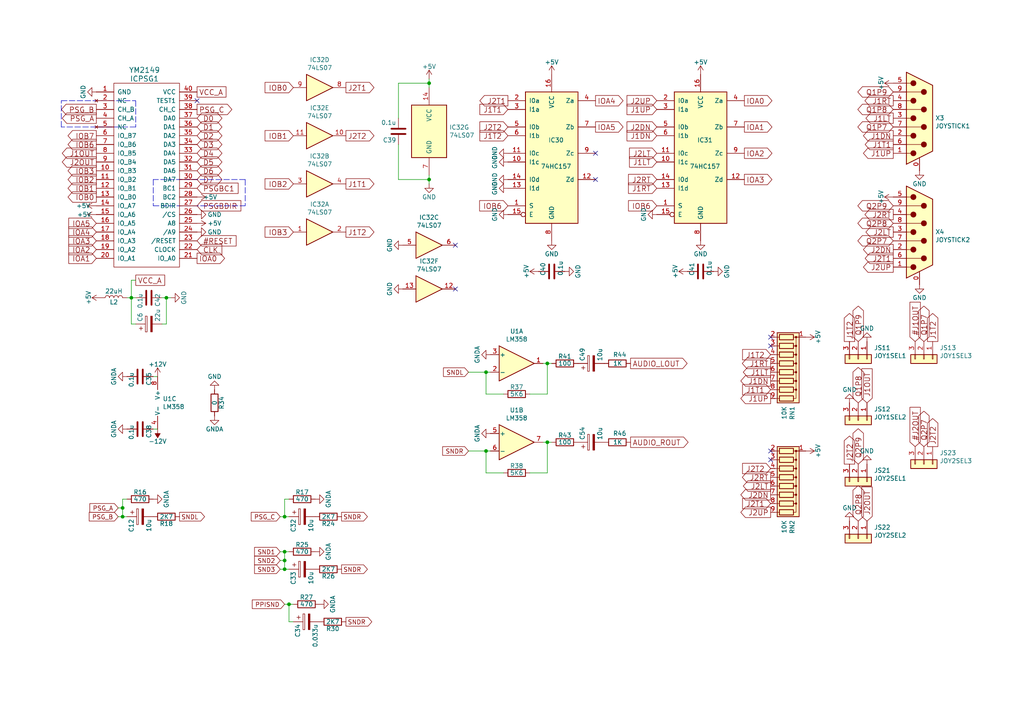
<source format=kicad_sch>
(kicad_sch (version 20211123) (generator eeschema)

  (uuid 7a892666-f893-4a9e-a892-48887ab6e38d)

  (paper "A4")

  (title_block
    (title "RetroconT")
    (date "2020-01-01")
    (rev "v1.0")
    (comment 1 "Original Eagle Cad Version by Kevin Cho, ckevin@hanmail.net")
    (comment 2 "KiCAD by cloudree@naver.com")
    (comment 3 "for Tower Model")
  )

  (lib_symbols
    (symbol "74xx:74LS07" (pin_names (offset 1.016)) (in_bom yes) (on_board yes)
      (property "Reference" "U" (id 0) (at 0 1.27 0)
        (effects (font (size 1.27 1.27)))
      )
      (property "Value" "74LS07" (id 1) (at 0 -1.27 0)
        (effects (font (size 1.27 1.27)))
      )
      (property "Footprint" "" (id 2) (at 0 0 0)
        (effects (font (size 1.27 1.27)) hide)
      )
      (property "Datasheet" "www.ti.com/lit/ds/symlink/sn74ls07.pdf" (id 3) (at 0 0 0)
        (effects (font (size 1.27 1.27)) hide)
      )
      (property "ki_locked" "" (id 4) (at 0 0 0)
        (effects (font (size 1.27 1.27)))
      )
      (property "ki_keywords" "TTL hex buffer OpenCol" (id 5) (at 0 0 0)
        (effects (font (size 1.27 1.27)) hide)
      )
      (property "ki_description" "Hex Buffers and Drivers With Open Collector High Voltage Outputs" (id 6) (at 0 0 0)
        (effects (font (size 1.27 1.27)) hide)
      )
      (property "ki_fp_filters" "SOIC*3.9x8.7mm*P1.27mm* TSSOP*4.4x5mm*P0.65mm* DIP*W7.62mm*" (id 7) (at 0 0 0)
        (effects (font (size 1.27 1.27)) hide)
      )
      (symbol "74LS07_1_0"
        (polyline
          (pts
            (xy -3.81 3.81)
            (xy -3.81 -3.81)
            (xy 3.81 0)
            (xy -3.81 3.81)
          )
          (stroke (width 0.254) (type default) (color 0 0 0 0))
          (fill (type background))
        )
        (pin input line (at -7.62 0 0) (length 3.81)
          (name "~" (effects (font (size 1.27 1.27))))
          (number "1" (effects (font (size 1.27 1.27))))
        )
        (pin open_collector line (at 7.62 0 180) (length 3.81)
          (name "~" (effects (font (size 1.27 1.27))))
          (number "2" (effects (font (size 1.27 1.27))))
        )
      )
      (symbol "74LS07_2_0"
        (polyline
          (pts
            (xy -3.81 3.81)
            (xy -3.81 -3.81)
            (xy 3.81 0)
            (xy -3.81 3.81)
          )
          (stroke (width 0.254) (type default) (color 0 0 0 0))
          (fill (type background))
        )
        (pin input line (at -7.62 0 0) (length 3.81)
          (name "~" (effects (font (size 1.27 1.27))))
          (number "3" (effects (font (size 1.27 1.27))))
        )
        (pin open_collector line (at 7.62 0 180) (length 3.81)
          (name "~" (effects (font (size 1.27 1.27))))
          (number "4" (effects (font (size 1.27 1.27))))
        )
      )
      (symbol "74LS07_3_0"
        (polyline
          (pts
            (xy -3.81 3.81)
            (xy -3.81 -3.81)
            (xy 3.81 0)
            (xy -3.81 3.81)
          )
          (stroke (width 0.254) (type default) (color 0 0 0 0))
          (fill (type background))
        )
        (pin input line (at -7.62 0 0) (length 3.81)
          (name "~" (effects (font (size 1.27 1.27))))
          (number "5" (effects (font (size 1.27 1.27))))
        )
        (pin open_collector line (at 7.62 0 180) (length 3.81)
          (name "~" (effects (font (size 1.27 1.27))))
          (number "6" (effects (font (size 1.27 1.27))))
        )
      )
      (symbol "74LS07_4_0"
        (polyline
          (pts
            (xy -3.81 3.81)
            (xy -3.81 -3.81)
            (xy 3.81 0)
            (xy -3.81 3.81)
          )
          (stroke (width 0.254) (type default) (color 0 0 0 0))
          (fill (type background))
        )
        (pin open_collector line (at 7.62 0 180) (length 3.81)
          (name "~" (effects (font (size 1.27 1.27))))
          (number "8" (effects (font (size 1.27 1.27))))
        )
        (pin input line (at -7.62 0 0) (length 3.81)
          (name "~" (effects (font (size 1.27 1.27))))
          (number "9" (effects (font (size 1.27 1.27))))
        )
      )
      (symbol "74LS07_5_0"
        (polyline
          (pts
            (xy -3.81 3.81)
            (xy -3.81 -3.81)
            (xy 3.81 0)
            (xy -3.81 3.81)
          )
          (stroke (width 0.254) (type default) (color 0 0 0 0))
          (fill (type background))
        )
        (pin open_collector line (at 7.62 0 180) (length 3.81)
          (name "~" (effects (font (size 1.27 1.27))))
          (number "10" (effects (font (size 1.27 1.27))))
        )
        (pin input line (at -7.62 0 0) (length 3.81)
          (name "~" (effects (font (size 1.27 1.27))))
          (number "11" (effects (font (size 1.27 1.27))))
        )
      )
      (symbol "74LS07_6_0"
        (polyline
          (pts
            (xy -3.81 3.81)
            (xy -3.81 -3.81)
            (xy 3.81 0)
            (xy -3.81 3.81)
          )
          (stroke (width 0.254) (type default) (color 0 0 0 0))
          (fill (type background))
        )
        (pin open_collector line (at 7.62 0 180) (length 3.81)
          (name "~" (effects (font (size 1.27 1.27))))
          (number "12" (effects (font (size 1.27 1.27))))
        )
        (pin input line (at -7.62 0 0) (length 3.81)
          (name "~" (effects (font (size 1.27 1.27))))
          (number "13" (effects (font (size 1.27 1.27))))
        )
      )
      (symbol "74LS07_7_0"
        (pin power_in line (at 0 12.7 270) (length 5.08)
          (name "VCC" (effects (font (size 1.27 1.27))))
          (number "14" (effects (font (size 1.27 1.27))))
        )
        (pin power_in line (at 0 -12.7 90) (length 5.08)
          (name "GND" (effects (font (size 1.27 1.27))))
          (number "7" (effects (font (size 1.27 1.27))))
        )
      )
      (symbol "74LS07_7_1"
        (rectangle (start -5.08 7.62) (end 5.08 -7.62)
          (stroke (width 0.254) (type default) (color 0 0 0 0))
          (fill (type background))
        )
      )
    )
    (symbol "74xx:74LS157" (pin_names (offset 1.016)) (in_bom yes) (on_board yes)
      (property "Reference" "U" (id 0) (at -7.62 19.05 0)
        (effects (font (size 1.27 1.27)))
      )
      (property "Value" "74LS157" (id 1) (at -7.62 -21.59 0)
        (effects (font (size 1.27 1.27)))
      )
      (property "Footprint" "" (id 2) (at 0 0 0)
        (effects (font (size 1.27 1.27)) hide)
      )
      (property "Datasheet" "http://www.ti.com/lit/gpn/sn74LS157" (id 3) (at 0 0 0)
        (effects (font (size 1.27 1.27)) hide)
      )
      (property "ki_locked" "" (id 4) (at 0 0 0)
        (effects (font (size 1.27 1.27)))
      )
      (property "ki_keywords" "TTL MUX MUX2" (id 5) (at 0 0 0)
        (effects (font (size 1.27 1.27)) hide)
      )
      (property "ki_description" "Quad 2 to 1 line Multiplexer" (id 6) (at 0 0 0)
        (effects (font (size 1.27 1.27)) hide)
      )
      (property "ki_fp_filters" "DIP?16*" (id 7) (at 0 0 0)
        (effects (font (size 1.27 1.27)) hide)
      )
      (symbol "74LS157_1_0"
        (pin input line (at -12.7 -15.24 0) (length 5.08)
          (name "S" (effects (font (size 1.27 1.27))))
          (number "1" (effects (font (size 1.27 1.27))))
        )
        (pin input line (at -12.7 -2.54 0) (length 5.08)
          (name "I1c" (effects (font (size 1.27 1.27))))
          (number "10" (effects (font (size 1.27 1.27))))
        )
        (pin input line (at -12.7 0 0) (length 5.08)
          (name "I0c" (effects (font (size 1.27 1.27))))
          (number "11" (effects (font (size 1.27 1.27))))
        )
        (pin output line (at 12.7 -7.62 180) (length 5.08)
          (name "Zd" (effects (font (size 1.27 1.27))))
          (number "12" (effects (font (size 1.27 1.27))))
        )
        (pin input line (at -12.7 -10.16 0) (length 5.08)
          (name "I1d" (effects (font (size 1.27 1.27))))
          (number "13" (effects (font (size 1.27 1.27))))
        )
        (pin input line (at -12.7 -7.62 0) (length 5.08)
          (name "I0d" (effects (font (size 1.27 1.27))))
          (number "14" (effects (font (size 1.27 1.27))))
        )
        (pin input inverted (at -12.7 -17.78 0) (length 5.08)
          (name "E" (effects (font (size 1.27 1.27))))
          (number "15" (effects (font (size 1.27 1.27))))
        )
        (pin power_in line (at 0 22.86 270) (length 5.08)
          (name "VCC" (effects (font (size 1.27 1.27))))
          (number "16" (effects (font (size 1.27 1.27))))
        )
        (pin input line (at -12.7 15.24 0) (length 5.08)
          (name "I0a" (effects (font (size 1.27 1.27))))
          (number "2" (effects (font (size 1.27 1.27))))
        )
        (pin input line (at -12.7 12.7 0) (length 5.08)
          (name "I1a" (effects (font (size 1.27 1.27))))
          (number "3" (effects (font (size 1.27 1.27))))
        )
        (pin output line (at 12.7 15.24 180) (length 5.08)
          (name "Za" (effects (font (size 1.27 1.27))))
          (number "4" (effects (font (size 1.27 1.27))))
        )
        (pin input line (at -12.7 7.62 0) (length 5.08)
          (name "I0b" (effects (font (size 1.27 1.27))))
          (number "5" (effects (font (size 1.27 1.27))))
        )
        (pin input line (at -12.7 5.08 0) (length 5.08)
          (name "I1b" (effects (font (size 1.27 1.27))))
          (number "6" (effects (font (size 1.27 1.27))))
        )
        (pin output line (at 12.7 7.62 180) (length 5.08)
          (name "Zb" (effects (font (size 1.27 1.27))))
          (number "7" (effects (font (size 1.27 1.27))))
        )
        (pin power_in line (at 0 -25.4 90) (length 5.08)
          (name "GND" (effects (font (size 1.27 1.27))))
          (number "8" (effects (font (size 1.27 1.27))))
        )
        (pin output line (at 12.7 0 180) (length 5.08)
          (name "Zc" (effects (font (size 1.27 1.27))))
          (number "9" (effects (font (size 1.27 1.27))))
        )
      )
      (symbol "74LS157_1_1"
        (rectangle (start -7.62 17.78) (end 7.62 -20.32)
          (stroke (width 0.254) (type default) (color 0 0 0 0))
          (fill (type background))
        )
      )
    )
    (symbol "Amplifier_Operational:LM358" (pin_names (offset 0.127)) (in_bom yes) (on_board yes)
      (property "Reference" "U" (id 0) (at 0 5.08 0)
        (effects (font (size 1.27 1.27)) (justify left))
      )
      (property "Value" "LM358" (id 1) (at 0 -5.08 0)
        (effects (font (size 1.27 1.27)) (justify left))
      )
      (property "Footprint" "" (id 2) (at 0 0 0)
        (effects (font (size 1.27 1.27)) hide)
      )
      (property "Datasheet" "http://www.ti.com/lit/ds/symlink/lm2904-n.pdf" (id 3) (at 0 0 0)
        (effects (font (size 1.27 1.27)) hide)
      )
      (property "ki_locked" "" (id 4) (at 0 0 0)
        (effects (font (size 1.27 1.27)))
      )
      (property "ki_keywords" "dual opamp" (id 5) (at 0 0 0)
        (effects (font (size 1.27 1.27)) hide)
      )
      (property "ki_description" "Low-Power, Dual Operational Amplifiers, DIP-8/SOIC-8/TO-99-8" (id 6) (at 0 0 0)
        (effects (font (size 1.27 1.27)) hide)
      )
      (property "ki_fp_filters" "SOIC*3.9x4.9mm*P1.27mm* DIP*W7.62mm* TO*99* OnSemi*Micro8* TSSOP*3x3mm*P0.65mm* TSSOP*4.4x3mm*P0.65mm* MSOP*3x3mm*P0.65mm* SSOP*3.9x4.9mm*P0.635mm* LFCSP*2x2mm*P0.5mm* *SIP* SOIC*5.3x6.2mm*P1.27mm*" (id 7) (at 0 0 0)
        (effects (font (size 1.27 1.27)) hide)
      )
      (symbol "LM358_1_1"
        (polyline
          (pts
            (xy -5.08 5.08)
            (xy 5.08 0)
            (xy -5.08 -5.08)
            (xy -5.08 5.08)
          )
          (stroke (width 0.254) (type default) (color 0 0 0 0))
          (fill (type background))
        )
        (pin output line (at 7.62 0 180) (length 2.54)
          (name "~" (effects (font (size 1.27 1.27))))
          (number "1" (effects (font (size 1.27 1.27))))
        )
        (pin input line (at -7.62 -2.54 0) (length 2.54)
          (name "-" (effects (font (size 1.27 1.27))))
          (number "2" (effects (font (size 1.27 1.27))))
        )
        (pin input line (at -7.62 2.54 0) (length 2.54)
          (name "+" (effects (font (size 1.27 1.27))))
          (number "3" (effects (font (size 1.27 1.27))))
        )
      )
      (symbol "LM358_2_1"
        (polyline
          (pts
            (xy -5.08 5.08)
            (xy 5.08 0)
            (xy -5.08 -5.08)
            (xy -5.08 5.08)
          )
          (stroke (width 0.254) (type default) (color 0 0 0 0))
          (fill (type background))
        )
        (pin input line (at -7.62 2.54 0) (length 2.54)
          (name "+" (effects (font (size 1.27 1.27))))
          (number "5" (effects (font (size 1.27 1.27))))
        )
        (pin input line (at -7.62 -2.54 0) (length 2.54)
          (name "-" (effects (font (size 1.27 1.27))))
          (number "6" (effects (font (size 1.27 1.27))))
        )
        (pin output line (at 7.62 0 180) (length 2.54)
          (name "~" (effects (font (size 1.27 1.27))))
          (number "7" (effects (font (size 1.27 1.27))))
        )
      )
      (symbol "LM358_3_1"
        (pin power_in line (at -2.54 -7.62 90) (length 3.81)
          (name "V-" (effects (font (size 1.27 1.27))))
          (number "4" (effects (font (size 1.27 1.27))))
        )
        (pin power_in line (at -2.54 7.62 270) (length 3.81)
          (name "V+" (effects (font (size 1.27 1.27))))
          (number "8" (effects (font (size 1.27 1.27))))
        )
      )
    )
    (symbol "Connector:DB9_Male_MountingHoles" (pin_names (offset 1.016) hide) (in_bom yes) (on_board yes)
      (property "Reference" "J" (id 0) (at 0 16.51 0)
        (effects (font (size 1.27 1.27)))
      )
      (property "Value" "DB9_Male_MountingHoles" (id 1) (at 0 14.605 0)
        (effects (font (size 1.27 1.27)))
      )
      (property "Footprint" "" (id 2) (at 0 0 0)
        (effects (font (size 1.27 1.27)) hide)
      )
      (property "Datasheet" " ~" (id 3) (at 0 0 0)
        (effects (font (size 1.27 1.27)) hide)
      )
      (property "ki_keywords" "connector male D-SUB" (id 4) (at 0 0 0)
        (effects (font (size 1.27 1.27)) hide)
      )
      (property "ki_description" "9-pin male D-SUB connector, Mounting Hole" (id 5) (at 0 0 0)
        (effects (font (size 1.27 1.27)) hide)
      )
      (property "ki_fp_filters" "DSUB*Male*" (id 6) (at 0 0 0)
        (effects (font (size 1.27 1.27)) hide)
      )
      (symbol "DB9_Male_MountingHoles_0_1"
        (circle (center -1.778 -10.16) (radius 0.762)
          (stroke (width 0) (type default) (color 0 0 0 0))
          (fill (type outline))
        )
        (circle (center -1.778 -5.08) (radius 0.762)
          (stroke (width 0) (type default) (color 0 0 0 0))
          (fill (type outline))
        )
        (circle (center -1.778 0) (radius 0.762)
          (stroke (width 0) (type default) (color 0 0 0 0))
          (fill (type outline))
        )
        (circle (center -1.778 5.08) (radius 0.762)
          (stroke (width 0) (type default) (color 0 0 0 0))
          (fill (type outline))
        )
        (circle (center -1.778 10.16) (radius 0.762)
          (stroke (width 0) (type default) (color 0 0 0 0))
          (fill (type outline))
        )
        (polyline
          (pts
            (xy -3.81 -10.16)
            (xy -2.54 -10.16)
          )
          (stroke (width 0) (type default) (color 0 0 0 0))
          (fill (type none))
        )
        (polyline
          (pts
            (xy -3.81 -7.62)
            (xy 0.508 -7.62)
          )
          (stroke (width 0) (type default) (color 0 0 0 0))
          (fill (type none))
        )
        (polyline
          (pts
            (xy -3.81 -5.08)
            (xy -2.54 -5.08)
          )
          (stroke (width 0) (type default) (color 0 0 0 0))
          (fill (type none))
        )
        (polyline
          (pts
            (xy -3.81 -2.54)
            (xy 0.508 -2.54)
          )
          (stroke (width 0) (type default) (color 0 0 0 0))
          (fill (type none))
        )
        (polyline
          (pts
            (xy -3.81 0)
            (xy -2.54 0)
          )
          (stroke (width 0) (type default) (color 0 0 0 0))
          (fill (type none))
        )
        (polyline
          (pts
            (xy -3.81 2.54)
            (xy 0.508 2.54)
          )
          (stroke (width 0) (type default) (color 0 0 0 0))
          (fill (type none))
        )
        (polyline
          (pts
            (xy -3.81 5.08)
            (xy -2.54 5.08)
          )
          (stroke (width 0) (type default) (color 0 0 0 0))
          (fill (type none))
        )
        (polyline
          (pts
            (xy -3.81 7.62)
            (xy 0.508 7.62)
          )
          (stroke (width 0) (type default) (color 0 0 0 0))
          (fill (type none))
        )
        (polyline
          (pts
            (xy -3.81 10.16)
            (xy -2.54 10.16)
          )
          (stroke (width 0) (type default) (color 0 0 0 0))
          (fill (type none))
        )
        (polyline
          (pts
            (xy -3.81 -13.335)
            (xy -3.81 13.335)
            (xy 3.81 9.525)
            (xy 3.81 -9.525)
            (xy -3.81 -13.335)
          )
          (stroke (width 0.254) (type default) (color 0 0 0 0))
          (fill (type background))
        )
        (circle (center 1.27 -7.62) (radius 0.762)
          (stroke (width 0) (type default) (color 0 0 0 0))
          (fill (type outline))
        )
        (circle (center 1.27 -2.54) (radius 0.762)
          (stroke (width 0) (type default) (color 0 0 0 0))
          (fill (type outline))
        )
        (circle (center 1.27 2.54) (radius 0.762)
          (stroke (width 0) (type default) (color 0 0 0 0))
          (fill (type outline))
        )
        (circle (center 1.27 7.62) (radius 0.762)
          (stroke (width 0) (type default) (color 0 0 0 0))
          (fill (type outline))
        )
      )
      (symbol "DB9_Male_MountingHoles_1_1"
        (pin passive line (at 0 -15.24 90) (length 3.81)
          (name "PAD" (effects (font (size 1.27 1.27))))
          (number "0" (effects (font (size 1.27 1.27))))
        )
        (pin passive line (at -7.62 -10.16 0) (length 3.81)
          (name "1" (effects (font (size 1.27 1.27))))
          (number "1" (effects (font (size 1.27 1.27))))
        )
        (pin passive line (at -7.62 -5.08 0) (length 3.81)
          (name "2" (effects (font (size 1.27 1.27))))
          (number "2" (effects (font (size 1.27 1.27))))
        )
        (pin passive line (at -7.62 0 0) (length 3.81)
          (name "3" (effects (font (size 1.27 1.27))))
          (number "3" (effects (font (size 1.27 1.27))))
        )
        (pin passive line (at -7.62 5.08 0) (length 3.81)
          (name "4" (effects (font (size 1.27 1.27))))
          (number "4" (effects (font (size 1.27 1.27))))
        )
        (pin passive line (at -7.62 10.16 0) (length 3.81)
          (name "5" (effects (font (size 1.27 1.27))))
          (number "5" (effects (font (size 1.27 1.27))))
        )
        (pin passive line (at -7.62 -7.62 0) (length 3.81)
          (name "6" (effects (font (size 1.27 1.27))))
          (number "6" (effects (font (size 1.27 1.27))))
        )
        (pin passive line (at -7.62 -2.54 0) (length 3.81)
          (name "7" (effects (font (size 1.27 1.27))))
          (number "7" (effects (font (size 1.27 1.27))))
        )
        (pin passive line (at -7.62 2.54 0) (length 3.81)
          (name "8" (effects (font (size 1.27 1.27))))
          (number "8" (effects (font (size 1.27 1.27))))
        )
        (pin passive line (at -7.62 7.62 0) (length 3.81)
          (name "9" (effects (font (size 1.27 1.27))))
          (number "9" (effects (font (size 1.27 1.27))))
        )
      )
    )
    (symbol "Connector_Generic:Conn_01x03" (pin_names (offset 1.016) hide) (in_bom yes) (on_board yes)
      (property "Reference" "J" (id 0) (at 0 5.08 0)
        (effects (font (size 1.27 1.27)))
      )
      (property "Value" "Conn_01x03" (id 1) (at 0 -5.08 0)
        (effects (font (size 1.27 1.27)))
      )
      (property "Footprint" "" (id 2) (at 0 0 0)
        (effects (font (size 1.27 1.27)) hide)
      )
      (property "Datasheet" "~" (id 3) (at 0 0 0)
        (effects (font (size 1.27 1.27)) hide)
      )
      (property "ki_keywords" "connector" (id 4) (at 0 0 0)
        (effects (font (size 1.27 1.27)) hide)
      )
      (property "ki_description" "Generic connector, single row, 01x03, script generated (kicad-library-utils/schlib/autogen/connector/)" (id 5) (at 0 0 0)
        (effects (font (size 1.27 1.27)) hide)
      )
      (property "ki_fp_filters" "Connector*:*_1x??_*" (id 6) (at 0 0 0)
        (effects (font (size 1.27 1.27)) hide)
      )
      (symbol "Conn_01x03_1_1"
        (rectangle (start -1.27 -2.413) (end 0 -2.667)
          (stroke (width 0.1524) (type default) (color 0 0 0 0))
          (fill (type none))
        )
        (rectangle (start -1.27 0.127) (end 0 -0.127)
          (stroke (width 0.1524) (type default) (color 0 0 0 0))
          (fill (type none))
        )
        (rectangle (start -1.27 2.667) (end 0 2.413)
          (stroke (width 0.1524) (type default) (color 0 0 0 0))
          (fill (type none))
        )
        (rectangle (start -1.27 3.81) (end 1.27 -3.81)
          (stroke (width 0.254) (type default) (color 0 0 0 0))
          (fill (type background))
        )
        (pin passive line (at -5.08 2.54 0) (length 3.81)
          (name "Pin_1" (effects (font (size 1.27 1.27))))
          (number "1" (effects (font (size 1.27 1.27))))
        )
        (pin passive line (at -5.08 0 0) (length 3.81)
          (name "Pin_2" (effects (font (size 1.27 1.27))))
          (number "2" (effects (font (size 1.27 1.27))))
        )
        (pin passive line (at -5.08 -2.54 0) (length 3.81)
          (name "Pin_3" (effects (font (size 1.27 1.27))))
          (number "3" (effects (font (size 1.27 1.27))))
        )
      )
    )
    (symbol "Device:C" (pin_numbers hide) (pin_names (offset 0.254)) (in_bom yes) (on_board yes)
      (property "Reference" "C" (id 0) (at 0.635 2.54 0)
        (effects (font (size 1.27 1.27)) (justify left))
      )
      (property "Value" "C" (id 1) (at 0.635 -2.54 0)
        (effects (font (size 1.27 1.27)) (justify left))
      )
      (property "Footprint" "" (id 2) (at 0.9652 -3.81 0)
        (effects (font (size 1.27 1.27)) hide)
      )
      (property "Datasheet" "~" (id 3) (at 0 0 0)
        (effects (font (size 1.27 1.27)) hide)
      )
      (property "ki_keywords" "cap capacitor" (id 4) (at 0 0 0)
        (effects (font (size 1.27 1.27)) hide)
      )
      (property "ki_description" "Unpolarized capacitor" (id 5) (at 0 0 0)
        (effects (font (size 1.27 1.27)) hide)
      )
      (property "ki_fp_filters" "C_*" (id 6) (at 0 0 0)
        (effects (font (size 1.27 1.27)) hide)
      )
      (symbol "C_0_1"
        (polyline
          (pts
            (xy -2.032 -0.762)
            (xy 2.032 -0.762)
          )
          (stroke (width 0.508) (type default) (color 0 0 0 0))
          (fill (type none))
        )
        (polyline
          (pts
            (xy -2.032 0.762)
            (xy 2.032 0.762)
          )
          (stroke (width 0.508) (type default) (color 0 0 0 0))
          (fill (type none))
        )
      )
      (symbol "C_1_1"
        (pin passive line (at 0 3.81 270) (length 2.794)
          (name "~" (effects (font (size 1.27 1.27))))
          (number "1" (effects (font (size 1.27 1.27))))
        )
        (pin passive line (at 0 -3.81 90) (length 2.794)
          (name "~" (effects (font (size 1.27 1.27))))
          (number "2" (effects (font (size 1.27 1.27))))
        )
      )
    )
    (symbol "Device:CP" (pin_numbers hide) (pin_names (offset 0.254)) (in_bom yes) (on_board yes)
      (property "Reference" "C" (id 0) (at 0.635 2.54 0)
        (effects (font (size 1.27 1.27)) (justify left))
      )
      (property "Value" "Device_CP" (id 1) (at 0.635 -2.54 0)
        (effects (font (size 1.27 1.27)) (justify left))
      )
      (property "Footprint" "" (id 2) (at 0.9652 -3.81 0)
        (effects (font (size 1.27 1.27)) hide)
      )
      (property "Datasheet" "" (id 3) (at 0 0 0)
        (effects (font (size 1.27 1.27)) hide)
      )
      (property "ki_fp_filters" "CP_*" (id 4) (at 0 0 0)
        (effects (font (size 1.27 1.27)) hide)
      )
      (symbol "CP_0_1"
        (rectangle (start -2.286 0.508) (end 2.286 1.016)
          (stroke (width 0) (type default) (color 0 0 0 0))
          (fill (type none))
        )
        (polyline
          (pts
            (xy -1.778 2.286)
            (xy -0.762 2.286)
          )
          (stroke (width 0) (type default) (color 0 0 0 0))
          (fill (type none))
        )
        (polyline
          (pts
            (xy -1.27 2.794)
            (xy -1.27 1.778)
          )
          (stroke (width 0) (type default) (color 0 0 0 0))
          (fill (type none))
        )
        (rectangle (start 2.286 -0.508) (end -2.286 -1.016)
          (stroke (width 0) (type default) (color 0 0 0 0))
          (fill (type outline))
        )
      )
      (symbol "CP_1_1"
        (pin passive line (at 0 3.81 270) (length 2.794)
          (name "~" (effects (font (size 1.27 1.27))))
          (number "1" (effects (font (size 1.27 1.27))))
        )
        (pin passive line (at 0 -3.81 90) (length 2.794)
          (name "~" (effects (font (size 1.27 1.27))))
          (number "2" (effects (font (size 1.27 1.27))))
        )
      )
    )
    (symbol "Device:L" (pin_numbers hide) (pin_names (offset 1.016) hide) (in_bom yes) (on_board yes)
      (property "Reference" "L" (id 0) (at -1.27 0 90)
        (effects (font (size 1.27 1.27)))
      )
      (property "Value" "L" (id 1) (at 1.905 0 90)
        (effects (font (size 1.27 1.27)))
      )
      (property "Footprint" "" (id 2) (at 0 0 0)
        (effects (font (size 1.27 1.27)) hide)
      )
      (property "Datasheet" "~" (id 3) (at 0 0 0)
        (effects (font (size 1.27 1.27)) hide)
      )
      (property "ki_keywords" "inductor choke coil reactor magnetic" (id 4) (at 0 0 0)
        (effects (font (size 1.27 1.27)) hide)
      )
      (property "ki_description" "Inductor" (id 5) (at 0 0 0)
        (effects (font (size 1.27 1.27)) hide)
      )
      (property "ki_fp_filters" "Choke_* *Coil* Inductor_* L_*" (id 6) (at 0 0 0)
        (effects (font (size 1.27 1.27)) hide)
      )
      (symbol "L_0_1"
        (arc (start 0 -2.54) (mid 0.635 -1.905) (end 0 -1.27)
          (stroke (width 0) (type default) (color 0 0 0 0))
          (fill (type none))
        )
        (arc (start 0 -1.27) (mid 0.635 -0.635) (end 0 0)
          (stroke (width 0) (type default) (color 0 0 0 0))
          (fill (type none))
        )
        (arc (start 0 0) (mid 0.635 0.635) (end 0 1.27)
          (stroke (width 0) (type default) (color 0 0 0 0))
          (fill (type none))
        )
        (arc (start 0 1.27) (mid 0.635 1.905) (end 0 2.54)
          (stroke (width 0) (type default) (color 0 0 0 0))
          (fill (type none))
        )
      )
      (symbol "L_1_1"
        (pin passive line (at 0 3.81 270) (length 1.27)
          (name "1" (effects (font (size 1.27 1.27))))
          (number "1" (effects (font (size 1.27 1.27))))
        )
        (pin passive line (at 0 -3.81 90) (length 1.27)
          (name "2" (effects (font (size 1.27 1.27))))
          (number "2" (effects (font (size 1.27 1.27))))
        )
      )
    )
    (symbol "Device:R" (pin_numbers hide) (pin_names (offset 0)) (in_bom yes) (on_board yes)
      (property "Reference" "R" (id 0) (at 2.032 0 90)
        (effects (font (size 1.27 1.27)))
      )
      (property "Value" "R" (id 1) (at 0 0 90)
        (effects (font (size 1.27 1.27)))
      )
      (property "Footprint" "" (id 2) (at -1.778 0 90)
        (effects (font (size 1.27 1.27)) hide)
      )
      (property "Datasheet" "~" (id 3) (at 0 0 0)
        (effects (font (size 1.27 1.27)) hide)
      )
      (property "ki_keywords" "R res resistor" (id 4) (at 0 0 0)
        (effects (font (size 1.27 1.27)) hide)
      )
      (property "ki_description" "Resistor" (id 5) (at 0 0 0)
        (effects (font (size 1.27 1.27)) hide)
      )
      (property "ki_fp_filters" "R_*" (id 6) (at 0 0 0)
        (effects (font (size 1.27 1.27)) hide)
      )
      (symbol "R_0_1"
        (rectangle (start -1.016 -2.54) (end 1.016 2.54)
          (stroke (width 0.254) (type default) (color 0 0 0 0))
          (fill (type none))
        )
      )
      (symbol "R_1_1"
        (pin passive line (at 0 3.81 270) (length 1.27)
          (name "~" (effects (font (size 1.27 1.27))))
          (number "1" (effects (font (size 1.27 1.27))))
        )
        (pin passive line (at 0 -3.81 90) (length 1.27)
          (name "~" (effects (font (size 1.27 1.27))))
          (number "2" (effects (font (size 1.27 1.27))))
        )
      )
    )
    (symbol "Device:R_Network08" (pin_names (offset 0) hide) (in_bom yes) (on_board yes)
      (property "Reference" "RN" (id 0) (at -12.7 0 90)
        (effects (font (size 1.27 1.27)))
      )
      (property "Value" "R_Network08" (id 1) (at 10.16 0 90)
        (effects (font (size 1.27 1.27)))
      )
      (property "Footprint" "Resistor_THT:R_Array_SIP9" (id 2) (at 12.065 0 90)
        (effects (font (size 1.27 1.27)) hide)
      )
      (property "Datasheet" "http://www.vishay.com/docs/31509/csc.pdf" (id 3) (at 0 0 0)
        (effects (font (size 1.27 1.27)) hide)
      )
      (property "ki_keywords" "R network star-topology" (id 4) (at 0 0 0)
        (effects (font (size 1.27 1.27)) hide)
      )
      (property "ki_description" "8 resistor network, star topology, bussed resistors, small symbol" (id 5) (at 0 0 0)
        (effects (font (size 1.27 1.27)) hide)
      )
      (property "ki_fp_filters" "R?Array?SIP*" (id 6) (at 0 0 0)
        (effects (font (size 1.27 1.27)) hide)
      )
      (symbol "R_Network08_0_1"
        (rectangle (start -11.43 -3.175) (end 8.89 3.175)
          (stroke (width 0.254) (type default) (color 0 0 0 0))
          (fill (type background))
        )
        (rectangle (start -10.922 1.524) (end -9.398 -2.54)
          (stroke (width 0.254) (type default) (color 0 0 0 0))
          (fill (type none))
        )
        (circle (center -10.16 2.286) (radius 0.254)
          (stroke (width 0) (type default) (color 0 0 0 0))
          (fill (type outline))
        )
        (rectangle (start -8.382 1.524) (end -6.858 -2.54)
          (stroke (width 0.254) (type default) (color 0 0 0 0))
          (fill (type none))
        )
        (circle (center -7.62 2.286) (radius 0.254)
          (stroke (width 0) (type default) (color 0 0 0 0))
          (fill (type outline))
        )
        (rectangle (start -5.842 1.524) (end -4.318 -2.54)
          (stroke (width 0.254) (type default) (color 0 0 0 0))
          (fill (type none))
        )
        (circle (center -5.08 2.286) (radius 0.254)
          (stroke (width 0) (type default) (color 0 0 0 0))
          (fill (type outline))
        )
        (rectangle (start -3.302 1.524) (end -1.778 -2.54)
          (stroke (width 0.254) (type default) (color 0 0 0 0))
          (fill (type none))
        )
        (circle (center -2.54 2.286) (radius 0.254)
          (stroke (width 0) (type default) (color 0 0 0 0))
          (fill (type outline))
        )
        (rectangle (start -0.762 1.524) (end 0.762 -2.54)
          (stroke (width 0.254) (type default) (color 0 0 0 0))
          (fill (type none))
        )
        (polyline
          (pts
            (xy -10.16 -2.54)
            (xy -10.16 -3.81)
          )
          (stroke (width 0) (type default) (color 0 0 0 0))
          (fill (type none))
        )
        (polyline
          (pts
            (xy -7.62 -2.54)
            (xy -7.62 -3.81)
          )
          (stroke (width 0) (type default) (color 0 0 0 0))
          (fill (type none))
        )
        (polyline
          (pts
            (xy -5.08 -2.54)
            (xy -5.08 -3.81)
          )
          (stroke (width 0) (type default) (color 0 0 0 0))
          (fill (type none))
        )
        (polyline
          (pts
            (xy -2.54 -2.54)
            (xy -2.54 -3.81)
          )
          (stroke (width 0) (type default) (color 0 0 0 0))
          (fill (type none))
        )
        (polyline
          (pts
            (xy 0 -2.54)
            (xy 0 -3.81)
          )
          (stroke (width 0) (type default) (color 0 0 0 0))
          (fill (type none))
        )
        (polyline
          (pts
            (xy 2.54 -2.54)
            (xy 2.54 -3.81)
          )
          (stroke (width 0) (type default) (color 0 0 0 0))
          (fill (type none))
        )
        (polyline
          (pts
            (xy 5.08 -2.54)
            (xy 5.08 -3.81)
          )
          (stroke (width 0) (type default) (color 0 0 0 0))
          (fill (type none))
        )
        (polyline
          (pts
            (xy 7.62 -2.54)
            (xy 7.62 -3.81)
          )
          (stroke (width 0) (type default) (color 0 0 0 0))
          (fill (type none))
        )
        (polyline
          (pts
            (xy -10.16 1.524)
            (xy -10.16 2.286)
            (xy -7.62 2.286)
            (xy -7.62 1.524)
          )
          (stroke (width 0) (type default) (color 0 0 0 0))
          (fill (type none))
        )
        (polyline
          (pts
            (xy -7.62 1.524)
            (xy -7.62 2.286)
            (xy -5.08 2.286)
            (xy -5.08 1.524)
          )
          (stroke (width 0) (type default) (color 0 0 0 0))
          (fill (type none))
        )
        (polyline
          (pts
            (xy -5.08 1.524)
            (xy -5.08 2.286)
            (xy -2.54 2.286)
            (xy -2.54 1.524)
          )
          (stroke (width 0) (type default) (color 0 0 0 0))
          (fill (type none))
        )
        (polyline
          (pts
            (xy -2.54 1.524)
            (xy -2.54 2.286)
            (xy 0 2.286)
            (xy 0 1.524)
          )
          (stroke (width 0) (type default) (color 0 0 0 0))
          (fill (type none))
        )
        (polyline
          (pts
            (xy 0 1.524)
            (xy 0 2.286)
            (xy 2.54 2.286)
            (xy 2.54 1.524)
          )
          (stroke (width 0) (type default) (color 0 0 0 0))
          (fill (type none))
        )
        (polyline
          (pts
            (xy 2.54 1.524)
            (xy 2.54 2.286)
            (xy 5.08 2.286)
            (xy 5.08 1.524)
          )
          (stroke (width 0) (type default) (color 0 0 0 0))
          (fill (type none))
        )
        (polyline
          (pts
            (xy 5.08 1.524)
            (xy 5.08 2.286)
            (xy 7.62 2.286)
            (xy 7.62 1.524)
          )
          (stroke (width 0) (type default) (color 0 0 0 0))
          (fill (type none))
        )
        (circle (center 0 2.286) (radius 0.254)
          (stroke (width 0) (type default) (color 0 0 0 0))
          (fill (type outline))
        )
        (rectangle (start 1.778 1.524) (end 3.302 -2.54)
          (stroke (width 0.254) (type default) (color 0 0 0 0))
          (fill (type none))
        )
        (circle (center 2.54 2.286) (radius 0.254)
          (stroke (width 0) (type default) (color 0 0 0 0))
          (fill (type outline))
        )
        (rectangle (start 4.318 1.524) (end 5.842 -2.54)
          (stroke (width 0.254) (type default) (color 0 0 0 0))
          (fill (type none))
        )
        (circle (center 5.08 2.286) (radius 0.254)
          (stroke (width 0) (type default) (color 0 0 0 0))
          (fill (type outline))
        )
        (rectangle (start 6.858 1.524) (end 8.382 -2.54)
          (stroke (width 0.254) (type default) (color 0 0 0 0))
          (fill (type none))
        )
      )
      (symbol "R_Network08_1_1"
        (pin passive line (at -10.16 5.08 270) (length 2.54)
          (name "common" (effects (font (size 1.27 1.27))))
          (number "1" (effects (font (size 1.27 1.27))))
        )
        (pin passive line (at -10.16 -5.08 90) (length 1.27)
          (name "R1" (effects (font (size 1.27 1.27))))
          (number "2" (effects (font (size 1.27 1.27))))
        )
        (pin passive line (at -7.62 -5.08 90) (length 1.27)
          (name "R2" (effects (font (size 1.27 1.27))))
          (number "3" (effects (font (size 1.27 1.27))))
        )
        (pin passive line (at -5.08 -5.08 90) (length 1.27)
          (name "R3" (effects (font (size 1.27 1.27))))
          (number "4" (effects (font (size 1.27 1.27))))
        )
        (pin passive line (at -2.54 -5.08 90) (length 1.27)
          (name "R4" (effects (font (size 1.27 1.27))))
          (number "5" (effects (font (size 1.27 1.27))))
        )
        (pin passive line (at 0 -5.08 90) (length 1.27)
          (name "R5" (effects (font (size 1.27 1.27))))
          (number "6" (effects (font (size 1.27 1.27))))
        )
        (pin passive line (at 2.54 -5.08 90) (length 1.27)
          (name "R6" (effects (font (size 1.27 1.27))))
          (number "7" (effects (font (size 1.27 1.27))))
        )
        (pin passive line (at 5.08 -5.08 90) (length 1.27)
          (name "R7" (effects (font (size 1.27 1.27))))
          (number "8" (effects (font (size 1.27 1.27))))
        )
        (pin passive line (at 7.62 -5.08 90) (length 1.27)
          (name "R8" (effects (font (size 1.27 1.27))))
          (number "9" (effects (font (size 1.27 1.27))))
        )
      )
    )
    (symbol "RetroConT-rescue:YM2149-cloudree_msx-RetroCon-rescue" (pin_names (offset 1.016)) (in_bom yes) (on_board yes)
      (property "Reference" "U" (id 0) (at 0 27.94 0)
        (effects (font (size 1.524 1.524)))
      )
      (property "Value" "YM2149-cloudree_msx-RetroCon-rescue" (id 1) (at 0 30.48 0)
        (effects (font (size 1.524 1.524)))
      )
      (property "Footprint" "" (id 2) (at -7.62 7.62 0)
        (effects (font (size 1.524 1.524)) hide)
      )
      (property "Datasheet" "" (id 3) (at -7.62 7.62 0)
        (effects (font (size 1.524 1.524)) hide)
      )
      (symbol "YM2149-cloudree_msx-RetroCon-rescue_0_1"
        (rectangle (start -8.89 26.67) (end 10.16 -26.67)
          (stroke (width 0) (type default) (color 0 0 0 0))
          (fill (type none))
        )
      )
      (symbol "YM2149-cloudree_msx-RetroCon-rescue_1_1"
        (pin power_in line (at -13.97 24.13 0) (length 5.08)
          (name "GND" (effects (font (size 1.27 1.27))))
          (number "1" (effects (font (size 1.27 1.27))))
        )
        (pin bidirectional line (at -13.97 1.27 0) (length 5.08)
          (name "IO_B3" (effects (font (size 1.27 1.27))))
          (number "10" (effects (font (size 1.27 1.27))))
        )
        (pin bidirectional line (at -13.97 -1.27 0) (length 5.08)
          (name "IO_B2" (effects (font (size 1.27 1.27))))
          (number "11" (effects (font (size 1.27 1.27))))
        )
        (pin bidirectional line (at -13.97 -3.81 0) (length 5.08)
          (name "IO_B1" (effects (font (size 1.27 1.27))))
          (number "12" (effects (font (size 1.27 1.27))))
        )
        (pin bidirectional line (at -13.97 -6.35 0) (length 5.08)
          (name "IO_B0" (effects (font (size 1.27 1.27))))
          (number "13" (effects (font (size 1.27 1.27))))
        )
        (pin bidirectional line (at -13.97 -8.89 0) (length 5.08)
          (name "IO_A7" (effects (font (size 1.27 1.27))))
          (number "14" (effects (font (size 1.27 1.27))))
        )
        (pin bidirectional line (at -13.97 -11.43 0) (length 5.08)
          (name "IO_A6" (effects (font (size 1.27 1.27))))
          (number "15" (effects (font (size 1.27 1.27))))
        )
        (pin bidirectional line (at -13.97 -13.97 0) (length 5.08)
          (name "IO_A5" (effects (font (size 1.27 1.27))))
          (number "16" (effects (font (size 1.27 1.27))))
        )
        (pin bidirectional line (at -13.97 -16.51 0) (length 5.08)
          (name "IO_A4" (effects (font (size 1.27 1.27))))
          (number "17" (effects (font (size 1.27 1.27))))
        )
        (pin bidirectional line (at -13.97 -19.05 0) (length 5.08)
          (name "IO_A3" (effects (font (size 1.27 1.27))))
          (number "18" (effects (font (size 1.27 1.27))))
        )
        (pin bidirectional line (at -13.97 -21.59 0) (length 5.08)
          (name "IO_A2" (effects (font (size 1.27 1.27))))
          (number "19" (effects (font (size 1.27 1.27))))
        )
        (pin no_connect line (at -13.97 21.59 0) (length 5.08)
          (name "NC" (effects (font (size 1.27 1.27))))
          (number "2" (effects (font (size 1.27 1.27))))
        )
        (pin bidirectional line (at -13.97 -24.13 0) (length 5.08)
          (name "IO_A1" (effects (font (size 1.27 1.27))))
          (number "20" (effects (font (size 1.27 1.27))))
        )
        (pin bidirectional line (at 15.24 -24.13 180) (length 5.08)
          (name "IO_A0" (effects (font (size 1.27 1.27))))
          (number "21" (effects (font (size 1.27 1.27))))
        )
        (pin input line (at 15.24 -21.59 180) (length 5.08)
          (name "CLOCK" (effects (font (size 1.27 1.27))))
          (number "22" (effects (font (size 1.27 1.27))))
        )
        (pin input line (at 15.24 -19.05 180) (length 5.08)
          (name "/RESET" (effects (font (size 1.27 1.27))))
          (number "23" (effects (font (size 1.27 1.27))))
        )
        (pin input line (at 15.24 -16.51 180) (length 5.08)
          (name "/A9" (effects (font (size 1.27 1.27))))
          (number "24" (effects (font (size 1.27 1.27))))
        )
        (pin input line (at 15.24 -13.97 180) (length 5.08)
          (name "A8" (effects (font (size 1.27 1.27))))
          (number "25" (effects (font (size 1.27 1.27))))
        )
        (pin input line (at 15.24 -11.43 180) (length 5.08)
          (name "/CS" (effects (font (size 1.27 1.27))))
          (number "26" (effects (font (size 1.27 1.27))))
        )
        (pin input line (at 15.24 -8.89 180) (length 5.08)
          (name "BDIR" (effects (font (size 1.27 1.27))))
          (number "27" (effects (font (size 1.27 1.27))))
        )
        (pin input line (at 15.24 -6.35 180) (length 5.08)
          (name "BC2" (effects (font (size 1.27 1.27))))
          (number "28" (effects (font (size 1.27 1.27))))
        )
        (pin input line (at 15.24 -3.81 180) (length 5.08)
          (name "BC1" (effects (font (size 1.27 1.27))))
          (number "29" (effects (font (size 1.27 1.27))))
        )
        (pin output line (at -13.97 19.05 0) (length 5.08)
          (name "CH_B" (effects (font (size 1.27 1.27))))
          (number "3" (effects (font (size 1.27 1.27))))
        )
        (pin bidirectional line (at 15.24 -1.27 180) (length 5.08)
          (name "DA7" (effects (font (size 1.27 1.27))))
          (number "30" (effects (font (size 1.27 1.27))))
        )
        (pin bidirectional line (at 15.24 1.27 180) (length 5.08)
          (name "DA6" (effects (font (size 1.27 1.27))))
          (number "31" (effects (font (size 1.27 1.27))))
        )
        (pin bidirectional line (at 15.24 3.81 180) (length 5.08)
          (name "DA5" (effects (font (size 1.27 1.27))))
          (number "32" (effects (font (size 1.27 1.27))))
        )
        (pin bidirectional line (at 15.24 6.35 180) (length 5.08)
          (name "DA4" (effects (font (size 1.27 1.27))))
          (number "33" (effects (font (size 1.27 1.27))))
        )
        (pin bidirectional line (at 15.24 8.89 180) (length 5.08)
          (name "DA3" (effects (font (size 1.27 1.27))))
          (number "34" (effects (font (size 1.27 1.27))))
        )
        (pin bidirectional line (at 15.24 11.43 180) (length 5.08)
          (name "DA2" (effects (font (size 1.27 1.27))))
          (number "35" (effects (font (size 1.27 1.27))))
        )
        (pin bidirectional line (at 15.24 13.97 180) (length 5.08)
          (name "DA1" (effects (font (size 1.27 1.27))))
          (number "36" (effects (font (size 1.27 1.27))))
        )
        (pin bidirectional line (at 15.24 16.51 180) (length 5.08)
          (name "DA0" (effects (font (size 1.27 1.27))))
          (number "37" (effects (font (size 1.27 1.27))))
        )
        (pin output line (at 15.24 19.05 180) (length 5.08)
          (name "CH_C" (effects (font (size 1.27 1.27))))
          (number "38" (effects (font (size 1.27 1.27))))
        )
        (pin input line (at 15.24 21.59 180) (length 5.08)
          (name "TEST1" (effects (font (size 1.27 1.27))))
          (number "39" (effects (font (size 1.27 1.27))))
        )
        (pin output line (at -13.97 16.51 0) (length 5.08)
          (name "CH_A" (effects (font (size 1.27 1.27))))
          (number "4" (effects (font (size 1.27 1.27))))
        )
        (pin input line (at 15.24 24.13 180) (length 5.08)
          (name "VCC" (effects (font (size 1.27 1.27))))
          (number "40" (effects (font (size 1.27 1.27))))
        )
        (pin no_connect line (at -13.97 13.97 0) (length 5.08)
          (name "NC" (effects (font (size 1.27 1.27))))
          (number "5" (effects (font (size 1.27 1.27))))
        )
        (pin bidirectional line (at -13.97 11.43 0) (length 5.08)
          (name "IO_B7" (effects (font (size 1.27 1.27))))
          (number "6" (effects (font (size 1.27 1.27))))
        )
        (pin bidirectional line (at -13.97 8.89 0) (length 5.08)
          (name "IO_B6" (effects (font (size 1.27 1.27))))
          (number "7" (effects (font (size 1.27 1.27))))
        )
        (pin bidirectional line (at -13.97 6.35 0) (length 5.08)
          (name "IO_B5" (effects (font (size 1.27 1.27))))
          (number "8" (effects (font (size 1.27 1.27))))
        )
        (pin bidirectional line (at -13.97 3.81 0) (length 5.08)
          (name "IO_B4" (effects (font (size 1.27 1.27))))
          (number "9" (effects (font (size 1.27 1.27))))
        )
      )
    )
    (symbol "power:+12V" (power) (pin_names (offset 0)) (in_bom yes) (on_board yes)
      (property "Reference" "#PWR" (id 0) (at 0 -3.81 0)
        (effects (font (size 1.27 1.27)) hide)
      )
      (property "Value" "+12V" (id 1) (at 0 3.556 0)
        (effects (font (size 1.27 1.27)))
      )
      (property "Footprint" "" (id 2) (at 0 0 0)
        (effects (font (size 1.27 1.27)) hide)
      )
      (property "Datasheet" "" (id 3) (at 0 0 0)
        (effects (font (size 1.27 1.27)) hide)
      )
      (property "ki_keywords" "power-flag" (id 4) (at 0 0 0)
        (effects (font (size 1.27 1.27)) hide)
      )
      (property "ki_description" "Power symbol creates a global label with name \"+12V\"" (id 5) (at 0 0 0)
        (effects (font (size 1.27 1.27)) hide)
      )
      (symbol "+12V_0_1"
        (polyline
          (pts
            (xy -0.762 1.27)
            (xy 0 2.54)
          )
          (stroke (width 0) (type default) (color 0 0 0 0))
          (fill (type none))
        )
        (polyline
          (pts
            (xy 0 0)
            (xy 0 2.54)
          )
          (stroke (width 0) (type default) (color 0 0 0 0))
          (fill (type none))
        )
        (polyline
          (pts
            (xy 0 2.54)
            (xy 0.762 1.27)
          )
          (stroke (width 0) (type default) (color 0 0 0 0))
          (fill (type none))
        )
      )
      (symbol "+12V_1_1"
        (pin power_in line (at 0 0 90) (length 0) hide
          (name "+12V" (effects (font (size 1.27 1.27))))
          (number "1" (effects (font (size 1.27 1.27))))
        )
      )
    )
    (symbol "power:+5V" (power) (pin_names (offset 0)) (in_bom yes) (on_board yes)
      (property "Reference" "#PWR" (id 0) (at 0 -3.81 0)
        (effects (font (size 1.27 1.27)) hide)
      )
      (property "Value" "+5V" (id 1) (at 0 3.556 0)
        (effects (font (size 1.27 1.27)))
      )
      (property "Footprint" "" (id 2) (at 0 0 0)
        (effects (font (size 1.27 1.27)) hide)
      )
      (property "Datasheet" "" (id 3) (at 0 0 0)
        (effects (font (size 1.27 1.27)) hide)
      )
      (property "ki_keywords" "power-flag" (id 4) (at 0 0 0)
        (effects (font (size 1.27 1.27)) hide)
      )
      (property "ki_description" "Power symbol creates a global label with name \"+5V\"" (id 5) (at 0 0 0)
        (effects (font (size 1.27 1.27)) hide)
      )
      (symbol "+5V_0_1"
        (polyline
          (pts
            (xy -0.762 1.27)
            (xy 0 2.54)
          )
          (stroke (width 0) (type default) (color 0 0 0 0))
          (fill (type none))
        )
        (polyline
          (pts
            (xy 0 0)
            (xy 0 2.54)
          )
          (stroke (width 0) (type default) (color 0 0 0 0))
          (fill (type none))
        )
        (polyline
          (pts
            (xy 0 2.54)
            (xy 0.762 1.27)
          )
          (stroke (width 0) (type default) (color 0 0 0 0))
          (fill (type none))
        )
      )
      (symbol "+5V_1_1"
        (pin power_in line (at 0 0 90) (length 0) hide
          (name "+5V" (effects (font (size 1.27 1.27))))
          (number "1" (effects (font (size 1.27 1.27))))
        )
      )
    )
    (symbol "power:-12V" (power) (pin_names (offset 0)) (in_bom yes) (on_board yes)
      (property "Reference" "#PWR" (id 0) (at 0 2.54 0)
        (effects (font (size 1.27 1.27)) hide)
      )
      (property "Value" "-12V" (id 1) (at 0 3.81 0)
        (effects (font (size 1.27 1.27)))
      )
      (property "Footprint" "" (id 2) (at 0 0 0)
        (effects (font (size 1.27 1.27)) hide)
      )
      (property "Datasheet" "" (id 3) (at 0 0 0)
        (effects (font (size 1.27 1.27)) hide)
      )
      (property "ki_keywords" "power-flag" (id 4) (at 0 0 0)
        (effects (font (size 1.27 1.27)) hide)
      )
      (property "ki_description" "Power symbol creates a global label with name \"-12V\"" (id 5) (at 0 0 0)
        (effects (font (size 1.27 1.27)) hide)
      )
      (symbol "-12V_0_0"
        (pin power_in line (at 0 0 90) (length 0) hide
          (name "-12V" (effects (font (size 1.27 1.27))))
          (number "1" (effects (font (size 1.27 1.27))))
        )
      )
      (symbol "-12V_0_1"
        (polyline
          (pts
            (xy 0 0)
            (xy 0 1.27)
            (xy 0.762 1.27)
            (xy 0 2.54)
            (xy -0.762 1.27)
            (xy 0 1.27)
          )
          (stroke (width 0) (type default) (color 0 0 0 0))
          (fill (type outline))
        )
      )
    )
    (symbol "power:GND" (power) (pin_names (offset 0)) (in_bom yes) (on_board yes)
      (property "Reference" "#PWR" (id 0) (at 0 -6.35 0)
        (effects (font (size 1.27 1.27)) hide)
      )
      (property "Value" "GND" (id 1) (at 0 -3.81 0)
        (effects (font (size 1.27 1.27)))
      )
      (property "Footprint" "" (id 2) (at 0 0 0)
        (effects (font (size 1.27 1.27)) hide)
      )
      (property "Datasheet" "" (id 3) (at 0 0 0)
        (effects (font (size 1.27 1.27)) hide)
      )
      (property "ki_keywords" "power-flag" (id 4) (at 0 0 0)
        (effects (font (size 1.27 1.27)) hide)
      )
      (property "ki_description" "Power symbol creates a global label with name \"GND\" , ground" (id 5) (at 0 0 0)
        (effects (font (size 1.27 1.27)) hide)
      )
      (symbol "GND_0_1"
        (polyline
          (pts
            (xy 0 0)
            (xy 0 -1.27)
            (xy 1.27 -1.27)
            (xy 0 -2.54)
            (xy -1.27 -1.27)
            (xy 0 -1.27)
          )
          (stroke (width 0) (type default) (color 0 0 0 0))
          (fill (type none))
        )
      )
      (symbol "GND_1_1"
        (pin power_in line (at 0 0 270) (length 0) hide
          (name "GND" (effects (font (size 1.27 1.27))))
          (number "1" (effects (font (size 1.27 1.27))))
        )
      )
    )
    (symbol "power:GNDA" (power) (pin_names (offset 0)) (in_bom yes) (on_board yes)
      (property "Reference" "#PWR" (id 0) (at 0 -6.35 0)
        (effects (font (size 1.27 1.27)) hide)
      )
      (property "Value" "GNDA" (id 1) (at 0 -3.81 0)
        (effects (font (size 1.27 1.27)))
      )
      (property "Footprint" "" (id 2) (at 0 0 0)
        (effects (font (size 1.27 1.27)) hide)
      )
      (property "Datasheet" "" (id 3) (at 0 0 0)
        (effects (font (size 1.27 1.27)) hide)
      )
      (property "ki_keywords" "power-flag" (id 4) (at 0 0 0)
        (effects (font (size 1.27 1.27)) hide)
      )
      (property "ki_description" "Power symbol creates a global label with name \"GNDA\" , analog ground" (id 5) (at 0 0 0)
        (effects (font (size 1.27 1.27)) hide)
      )
      (symbol "GNDA_0_1"
        (polyline
          (pts
            (xy 0 0)
            (xy 0 -1.27)
            (xy 1.27 -1.27)
            (xy 0 -2.54)
            (xy -1.27 -1.27)
            (xy 0 -1.27)
          )
          (stroke (width 0) (type default) (color 0 0 0 0))
          (fill (type none))
        )
      )
      (symbol "GNDA_1_1"
        (pin power_in line (at 0 0 270) (length 0) hide
          (name "GNDA" (effects (font (size 1.27 1.27))))
          (number "1" (effects (font (size 1.27 1.27))))
        )
      )
    )
  )

  (junction (at 124.46 52.07) (diameter 0) (color 0 0 0 0)
    (uuid 05c31076-da2c-45da-9c66-4c7e663f0d51)
  )
  (junction (at 158.75 105.41) (diameter 0) (color 0 0 0 0)
    (uuid 1e9dcbc0-ed04-41e3-9512-fbb37cd7d179)
  )
  (junction (at 140.97 107.95) (diameter 0) (color 0 0 0 0)
    (uuid 291cc86e-d7a1-4f14-983b-0e47c854bfea)
  )
  (junction (at 140.97 130.81) (diameter 0) (color 0 0 0 0)
    (uuid 38559462-8913-458e-9fcc-77f1adc4f527)
  )
  (junction (at 82.55 160.02) (diameter 0) (color 0 0 0 0)
    (uuid 5b3893c6-e4cc-4fa9-be23-63d62d12d2ee)
  )
  (junction (at 48.26 86.36) (diameter 0) (color 0 0 0 0)
    (uuid 6e2f7fa6-1ee9-4775-917f-ada02dc13bcd)
  )
  (junction (at 124.46 24.13) (diameter 0) (color 0 0 0 0)
    (uuid 79cb8c11-b1cf-43c7-a62f-48509fedf1ce)
  )
  (junction (at 35.56 149.86) (diameter 0) (color 0 0 0 0)
    (uuid 91d49aaf-5758-42d3-9e51-e9b2b8cd5c5c)
  )
  (junction (at 82.55 165.1) (diameter 0) (color 0 0 0 0)
    (uuid 99f42b58-88eb-419e-9dff-f13059ef50e4)
  )
  (junction (at 82.55 149.86) (diameter 0) (color 0 0 0 0)
    (uuid 9b5bbbea-ca45-4da3-962b-10accf46ad7c)
  )
  (junction (at 83.82 175.26) (diameter 0) (color 0 0 0 0)
    (uuid a4d622ec-e75f-4ce0-9338-865fac55dc34)
  )
  (junction (at 82.55 162.56) (diameter 0) (color 0 0 0 0)
    (uuid dc6a9fd0-8a12-4e12-ba4e-7f59c3508f44)
  )
  (junction (at 38.1 86.36) (diameter 0) (color 0 0 0 0)
    (uuid e17afcb0-49dd-4f12-a913-1d8e2e4c5b94)
  )
  (junction (at 35.56 147.32) (diameter 0) (color 0 0 0 0)
    (uuid ee823590-ecbd-4107-bb1f-1a309e1b21af)
  )
  (junction (at 158.75 128.27) (diameter 0) (color 0 0 0 0)
    (uuid f0305a19-1293-46c9-9810-aa49b8dab8a4)
  )

  (no_connect (at 223.52 130.81) (uuid 4c181c82-3856-46b2-8d6b-7ada0b0e0dbd))
  (no_connect (at 223.52 97.79) (uuid 95b7f2da-98e3-4cce-ac19-d396a7cb212b))
  (no_connect (at 132.08 83.82) (uuid b14c35da-dd14-4b8d-93a9-00f219a92f41))
  (no_connect (at 132.08 71.12) (uuid b746e97a-71d3-4558-80c6-41ab04fe3fba))
  (no_connect (at 172.72 44.45) (uuid d2f6c7ec-fb14-4c80-b507-e05e76c13bdf))
  (no_connect (at 223.52 133.35) (uuid dc121f4e-0673-4834-a909-ead2af2c069f))
  (no_connect (at 223.52 100.33) (uuid dc13dc22-84a0-4f1c-b185-bc18995f27cf))
  (no_connect (at 57.15 29.21) (uuid e09a27a3-bdcb-4a52-8356-44f3d9cdc103))
  (no_connect (at 172.72 52.07) (uuid fb07492c-d4ca-4a78-b92a-c3b14ed44b3f))

  (wire (pts (xy 158.75 128.27) (xy 158.75 137.16))
    (stroke (width 0) (type default) (color 0 0 0 0))
    (uuid 056f9cb3-715f-434f-b47c-815c372d9a5b)
  )
  (wire (pts (xy 38.1 81.28) (xy 38.1 86.36))
    (stroke (width 0) (type default) (color 0 0 0 0))
    (uuid 1108f7d7-1300-4e64-9d0c-b460edb02c0e)
  )
  (wire (pts (xy 81.28 165.1) (xy 82.55 165.1))
    (stroke (width 0) (type default) (color 0 0 0 0))
    (uuid 1641185a-e805-403b-b872-eb3450148cc8)
  )
  (wire (pts (xy 83.82 175.26) (xy 85.09 175.26))
    (stroke (width 0) (type default) (color 0 0 0 0))
    (uuid 1ba339fd-3eed-4093-adef-1f8b6939e3c2)
  )
  (wire (pts (xy 83.82 175.26) (xy 83.82 180.34))
    (stroke (width 0) (type default) (color 0 0 0 0))
    (uuid 1cdb9155-c146-40d9-bead-b709bf7a6467)
  )
  (wire (pts (xy 135.89 130.81) (xy 140.97 130.81))
    (stroke (width 0) (type default) (color 0 0 0 0))
    (uuid 211ba5f5-6627-4b10-b9d4-2b719a124b05)
  )
  (wire (pts (xy 153.67 137.16) (xy 158.75 137.16))
    (stroke (width 0) (type default) (color 0 0 0 0))
    (uuid 22785b00-396f-44a8-8e08-62628c54033a)
  )
  (wire (pts (xy 124.46 52.07) (xy 124.46 50.8))
    (stroke (width 0) (type default) (color 0 0 0 0))
    (uuid 27260fd1-7e11-444d-9206-9db48718c252)
  )
  (wire (pts (xy 124.46 24.13) (xy 124.46 25.4))
    (stroke (width 0) (type default) (color 0 0 0 0))
    (uuid 27ab07ca-24f6-4b98-9e32-937f5364edd2)
  )
  (wire (pts (xy 48.26 86.36) (xy 49.53 86.36))
    (stroke (width 0) (type default) (color 0 0 0 0))
    (uuid 29294d56-41f1-4ba6-be62-297226dcdbdf)
  )
  (polyline (pts (xy 44.45 52.07) (xy 44.45 59.69))
    (stroke (width 0) (type default) (color 0 0 0 0))
    (uuid 2c6fedfa-d124-4a32-aaf9-1170178a9e41)
  )

  (wire (pts (xy 82.55 149.86) (xy 83.82 149.86))
    (stroke (width 0) (type default) (color 0 0 0 0))
    (uuid 2d54211d-88b2-466c-9078-d1f5c442f872)
  )
  (polyline (pts (xy 39.37 36.83) (xy 17.78 36.83))
    (stroke (width 0) (type default) (color 0 0 0 0))
    (uuid 3097fea7-46a7-47a9-9cae-e148c8b5c995)
  )

  (wire (pts (xy 115.57 52.07) (xy 124.46 52.07))
    (stroke (width 0) (type default) (color 0 0 0 0))
    (uuid 3b61ba43-a744-4e60-91dd-12af0722c056)
  )
  (wire (pts (xy 34.29 149.86) (xy 35.56 149.86))
    (stroke (width 0) (type default) (color 0 0 0 0))
    (uuid 3e63fcaa-261d-4d3c-a5b9-9e80616e71a6)
  )
  (wire (pts (xy 140.97 137.16) (xy 146.05 137.16))
    (stroke (width 0) (type default) (color 0 0 0 0))
    (uuid 43d030b0-c46c-4448-bc9e-987f12c7559d)
  )
  (wire (pts (xy 82.55 162.56) (xy 82.55 165.1))
    (stroke (width 0) (type default) (color 0 0 0 0))
    (uuid 4a333138-062a-4541-87e1-d6ef03b1e3dd)
  )
  (wire (pts (xy 38.1 86.36) (xy 38.1 93.98))
    (stroke (width 0) (type default) (color 0 0 0 0))
    (uuid 4aa05282-739f-4be5-b861-04abac698d96)
  )
  (wire (pts (xy 135.89 107.95) (xy 140.97 107.95))
    (stroke (width 0) (type default) (color 0 0 0 0))
    (uuid 5404664b-083c-4ae7-9324-834241f1df76)
  )
  (wire (pts (xy 81.28 162.56) (xy 82.55 162.56))
    (stroke (width 0) (type default) (color 0 0 0 0))
    (uuid 5ff98705-cf67-403d-b0a1-4c57aba0bbdc)
  )
  (wire (pts (xy 82.55 162.56) (xy 82.55 160.02))
    (stroke (width 0) (type default) (color 0 0 0 0))
    (uuid 62681247-dfee-4fe9-a797-fef33eb74a7f)
  )
  (wire (pts (xy 140.97 130.81) (xy 142.24 130.81))
    (stroke (width 0) (type default) (color 0 0 0 0))
    (uuid 67ab6325-5225-42ee-86cc-5aee5e01efce)
  )
  (wire (pts (xy 44.45 124.46) (xy 45.72 124.46))
    (stroke (width 0) (type default) (color 0 0 0 0))
    (uuid 68617ba5-42bf-490f-8799-0863bd897117)
  )
  (wire (pts (xy 46.99 86.36) (xy 48.26 86.36))
    (stroke (width 0) (type default) (color 0 0 0 0))
    (uuid 694a41fe-e775-441c-bcd9-127b58faffa2)
  )
  (wire (pts (xy 140.97 130.81) (xy 140.97 137.16))
    (stroke (width 0) (type default) (color 0 0 0 0))
    (uuid 6b4ca676-3379-4b8d-a1e2-e3fc88dc7cd2)
  )
  (wire (pts (xy 82.55 149.86) (xy 81.28 149.86))
    (stroke (width 0) (type default) (color 0 0 0 0))
    (uuid 6fe48f1e-4227-4f41-a8f4-0e7ec51a11e0)
  )
  (wire (pts (xy 140.97 107.95) (xy 140.97 114.3))
    (stroke (width 0) (type default) (color 0 0 0 0))
    (uuid 708c8a34-f258-4554-8b50-7818f1e46fec)
  )
  (wire (pts (xy 83.82 160.02) (xy 82.55 160.02))
    (stroke (width 0) (type default) (color 0 0 0 0))
    (uuid 774bd91e-6eb9-41ae-a7fd-20b88a031e1c)
  )
  (wire (pts (xy 140.97 107.95) (xy 142.24 107.95))
    (stroke (width 0) (type default) (color 0 0 0 0))
    (uuid 7af2029e-2b92-4284-9c35-cc656514173c)
  )
  (wire (pts (xy 82.55 165.1) (xy 83.82 165.1))
    (stroke (width 0) (type default) (color 0 0 0 0))
    (uuid 7de935c6-9119-4940-8080-9aaeda4f0cdd)
  )
  (polyline (pts (xy 17.78 29.21) (xy 39.37 29.21))
    (stroke (width 0) (type default) (color 0 0 0 0))
    (uuid 84f23cc9-9d15-4bf2-9356-88729f7800a5)
  )

  (wire (pts (xy 83.82 180.34) (xy 85.09 180.34))
    (stroke (width 0) (type default) (color 0 0 0 0))
    (uuid 885fe160-5562-498c-ba18-9f416e1d87d2)
  )
  (wire (pts (xy 124.46 52.07) (xy 124.46 53.34))
    (stroke (width 0) (type default) (color 0 0 0 0))
    (uuid 890d9893-7e60-484a-abe1-7afea6fa8e4b)
  )
  (wire (pts (xy 153.67 114.3) (xy 158.75 114.3))
    (stroke (width 0) (type default) (color 0 0 0 0))
    (uuid 8baf31fa-31f2-4e84-ad86-348df774f617)
  )
  (polyline (pts (xy 39.37 29.21) (xy 39.37 36.83))
    (stroke (width 0) (type default) (color 0 0 0 0))
    (uuid 8bb2ea49-8b54-4a72-9f61-f9dccb873903)
  )

  (wire (pts (xy 36.83 149.86) (xy 35.56 149.86))
    (stroke (width 0) (type default) (color 0 0 0 0))
    (uuid 8c1a53c3-eda8-4cf7-9683-1f61b02265f4)
  )
  (wire (pts (xy 48.26 93.98) (xy 46.99 93.98))
    (stroke (width 0) (type default) (color 0 0 0 0))
    (uuid 91125ed1-04ac-414b-89bd-9ef46367e239)
  )
  (wire (pts (xy 38.1 86.36) (xy 39.37 86.36))
    (stroke (width 0) (type default) (color 0 0 0 0))
    (uuid a0320f27-0744-407b-87d8-0c108bce1795)
  )
  (wire (pts (xy 115.57 41.91) (xy 115.57 52.07))
    (stroke (width 0) (type default) (color 0 0 0 0))
    (uuid a060e16f-f275-448b-8fa2-1c2b832ead39)
  )
  (wire (pts (xy 115.57 24.13) (xy 115.57 34.29))
    (stroke (width 0) (type default) (color 0 0 0 0))
    (uuid a4d743e5-4d99-4f49-8c16-51449c411a94)
  )
  (wire (pts (xy 35.56 149.86) (xy 35.56 147.32))
    (stroke (width 0) (type default) (color 0 0 0 0))
    (uuid aa939002-c65a-4bc5-8b33-1d5bc4c91f9d)
  )
  (wire (pts (xy 44.45 109.22) (xy 45.72 109.22))
    (stroke (width 0) (type default) (color 0 0 0 0))
    (uuid aed6fd45-9008-49c0-8589-6686d15e36cc)
  )
  (wire (pts (xy 36.83 86.36) (xy 38.1 86.36))
    (stroke (width 0) (type default) (color 0 0 0 0))
    (uuid b80aa845-c1c7-4a36-86eb-13202c5b8807)
  )
  (wire (pts (xy 35.56 147.32) (xy 35.56 144.78))
    (stroke (width 0) (type default) (color 0 0 0 0))
    (uuid beb82a37-d3f9-4faf-8a12-3d7cff00e7e0)
  )
  (wire (pts (xy 35.56 147.32) (xy 34.29 147.32))
    (stroke (width 0) (type default) (color 0 0 0 0))
    (uuid bf562497-0a71-4eb8-8045-49f675de552e)
  )
  (wire (pts (xy 39.37 81.28) (xy 38.1 81.28))
    (stroke (width 0) (type default) (color 0 0 0 0))
    (uuid c50e5885-8a58-4ee4-a5e7-bcd8f4b418f2)
  )
  (wire (pts (xy 81.28 160.02) (xy 82.55 160.02))
    (stroke (width 0) (type default) (color 0 0 0 0))
    (uuid c564e755-48d6-44b3-a4f6-ab960a5df536)
  )
  (wire (pts (xy 35.56 144.78) (xy 36.83 144.78))
    (stroke (width 0) (type default) (color 0 0 0 0))
    (uuid c9a96d3d-0de1-42f4-91c4-77ed8c428365)
  )
  (polyline (pts (xy 17.78 36.83) (xy 17.78 29.21))
    (stroke (width 0) (type default) (color 0 0 0 0))
    (uuid cc4a02a5-f906-413a-8c0e-7a4399db78ee)
  )

  (wire (pts (xy 82.55 175.26) (xy 83.82 175.26))
    (stroke (width 0) (type default) (color 0 0 0 0))
    (uuid ccdcd4fd-03cc-4196-93ad-841bb5ede2f5)
  )
  (wire (pts (xy 158.75 105.41) (xy 157.48 105.41))
    (stroke (width 0) (type default) (color 0 0 0 0))
    (uuid d2eb360b-2bc4-4408-a8b3-07959277e262)
  )
  (wire (pts (xy 38.1 93.98) (xy 39.37 93.98))
    (stroke (width 0) (type default) (color 0 0 0 0))
    (uuid d577f635-837f-4cd5-b539-f043f68e5a8d)
  )
  (wire (pts (xy 158.75 105.41) (xy 158.75 114.3))
    (stroke (width 0) (type default) (color 0 0 0 0))
    (uuid d854e56c-a962-466d-bce7-bfb3c9c54498)
  )
  (wire (pts (xy 48.26 86.36) (xy 48.26 93.98))
    (stroke (width 0) (type default) (color 0 0 0 0))
    (uuid d86ee7d3-b7d0-400c-a7d2-6d9a947e3d7b)
  )
  (wire (pts (xy 158.75 105.41) (xy 160.02 105.41))
    (stroke (width 0) (type default) (color 0 0 0 0))
    (uuid d9995dd7-4a06-4a52-9152-cf099c9e9707)
  )
  (wire (pts (xy 158.75 128.27) (xy 160.02 128.27))
    (stroke (width 0) (type default) (color 0 0 0 0))
    (uuid d9c9046c-34c5-4cac-9cb3-760e2219db2a)
  )
  (polyline (pts (xy 71.12 52.07) (xy 44.45 52.07))
    (stroke (width 0) (type default) (color 0 0 0 0))
    (uuid dca493a0-6eda-488f-a002-b8342b37cfb9)
  )

  (wire (pts (xy 158.75 128.27) (xy 157.48 128.27))
    (stroke (width 0) (type default) (color 0 0 0 0))
    (uuid dde2f451-a39d-4356-be48-b264625a1f92)
  )
  (wire (pts (xy 140.97 114.3) (xy 146.05 114.3))
    (stroke (width 0) (type default) (color 0 0 0 0))
    (uuid e02aa7f6-3311-45f9-a392-49d8927cbc6a)
  )
  (polyline (pts (xy 71.12 52.07) (xy 71.12 59.69))
    (stroke (width 0) (type default) (color 0 0 0 0))
    (uuid ebb76e06-409d-47e2-b43c-bf014de25a3d)
  )

  (wire (pts (xy 124.46 24.13) (xy 115.57 24.13))
    (stroke (width 0) (type default) (color 0 0 0 0))
    (uuid f1123692-e88c-4735-9dea-b1b05fe89dfa)
  )
  (polyline (pts (xy 44.45 59.69) (xy 71.12 59.69))
    (stroke (width 0) (type default) (color 0 0 0 0))
    (uuid f263cfd5-7b24-4140-97ba-078a691115b5)
  )

  (wire (pts (xy 83.82 144.78) (xy 82.55 144.78))
    (stroke (width 0) (type default) (color 0 0 0 0))
    (uuid f3300c0f-bc1d-4506-88a5-7b5425daafbe)
  )
  (wire (pts (xy 124.46 22.86) (xy 124.46 24.13))
    (stroke (width 0) (type default) (color 0 0 0 0))
    (uuid f4708d09-7ba1-402c-9e48-47aea89c0016)
  )
  (wire (pts (xy 82.55 144.78) (xy 82.55 149.86))
    (stroke (width 0) (type default) (color 0 0 0 0))
    (uuid fd087f5c-4502-4ee7-8af3-5178468c0f00)
  )

  (global_label "IOB7" (shape output) (at 27.94 39.37 180) (fields_autoplaced)
    (effects (font (size 1.524 1.524)) (justify right))
    (uuid 0091242a-bd9b-46a6-8cd0-cc81fa5db24e)
    (property "Intersheet References" "${INTERSHEET_REFS}" (id 0) (at 0 0 0)
      (effects (font (size 1.27 1.27)) hide)
    )
  )
  (global_label "IOB3" (shape output) (at 27.94 49.53 180) (fields_autoplaced)
    (effects (font (size 1.524 1.524)) (justify right))
    (uuid 0106ccf0-8034-415a-8047-b288cb28580b)
    (property "Intersheet References" "${INTERSHEET_REFS}" (id 0) (at 0 0 0)
      (effects (font (size 1.27 1.27)) hide)
    )
  )
  (global_label "J1RT" (shape output) (at 223.52 105.41 180) (fields_autoplaced)
    (effects (font (size 1.524 1.524)) (justify right))
    (uuid 049a81eb-a1e0-4ed0-b066-8d01132f517e)
    (property "Intersheet References" "${INTERSHEET_REFS}" (id 0) (at 0 0 0)
      (effects (font (size 1.27 1.27)) hide)
    )
  )
  (global_label "IOA1" (shape input) (at 27.94 74.93 180) (fields_autoplaced)
    (effects (font (size 1.524 1.524)) (justify right))
    (uuid 0580ba4c-51c4-4298-ad74-e9c2ef4e04a2)
    (property "Intersheet References" "${INTERSHEET_REFS}" (id 0) (at 0 0 0)
      (effects (font (size 1.27 1.27)) hide)
    )
  )
  (global_label "Q1P8" (shape bidirectional) (at 259.08 31.75 180) (fields_autoplaced)
    (effects (font (size 1.524 1.524)) (justify right))
    (uuid 05e97569-cb43-4bfe-9c28-ea03e56f9c42)
    (property "Intersheet References" "${INTERSHEET_REFS}" (id 0) (at 0 0 0)
      (effects (font (size 1.27 1.27)) hide)
    )
  )
  (global_label "J2UP" (shape output) (at 223.52 148.59 180) (fields_autoplaced)
    (effects (font (size 1.524 1.524)) (justify right))
    (uuid 06a29087-be12-4782-ab0c-68019175faac)
    (property "Intersheet References" "${INTERSHEET_REFS}" (id 0) (at 0 0 0)
      (effects (font (size 1.27 1.27)) hide)
    )
  )
  (global_label "J1T2" (shape input) (at 147.32 39.37 180) (fields_autoplaced)
    (effects (font (size 1.524 1.524)) (justify right))
    (uuid 06bccb0b-2f4b-4092-834b-3871294199da)
    (property "Intersheet References" "${INTERSHEET_REFS}" (id 0) (at 0 0 0)
      (effects (font (size 1.27 1.27)) hide)
    )
  )
  (global_label "J1RT" (shape input) (at 190.5 54.61 180) (fields_autoplaced)
    (effects (font (size 1.524 1.524)) (justify right))
    (uuid 0c190730-a9e0-4c4a-8e33-74ee97fb990f)
    (property "Intersheet References" "${INTERSHEET_REFS}" (id 0) (at 0 0 0)
      (effects (font (size 1.27 1.27)) hide)
    )
  )
  (global_label "SND2" (shape input) (at 81.28 162.56 180) (fields_autoplaced)
    (effects (font (size 1.27 1.27)) (justify right))
    (uuid 0de56762-ce56-43f6-b2d4-e1179688ff91)
    (property "Intersheet References" "${INTERSHEET_REFS}" (id 0) (at 0 0 0)
      (effects (font (size 1.27 1.27)) hide)
    )
  )
  (global_label "D4" (shape bidirectional) (at 57.15 44.45 0) (fields_autoplaced)
    (effects (font (size 1.524 1.524)) (justify left))
    (uuid 105fbd65-eb38-4079-82aa-c51ab8697030)
    (property "Intersheet References" "${INTERSHEET_REFS}" (id 0) (at 0 0 0)
      (effects (font (size 1.27 1.27)) hide)
    )
  )
  (global_label "AUDIO_LOUT" (shape output) (at 182.88 105.41 0) (fields_autoplaced)
    (effects (font (size 1.524 1.524)) (justify left))
    (uuid 10d4acf9-eb07-4704-a954-054e4658f650)
    (property "Intersheet References" "${INTERSHEET_REFS}" (id 0) (at 0 0 0)
      (effects (font (size 1.27 1.27)) hide)
    )
  )
  (global_label "Q2P8" (shape bidirectional) (at 248.92 151.13 90) (fields_autoplaced)
    (effects (font (size 1.524 1.524)) (justify left))
    (uuid 116dcb13-d6f5-40e1-b835-53753121c5b4)
    (property "Intersheet References" "${INTERSHEET_REFS}" (id 0) (at 0 0 0)
      (effects (font (size 1.27 1.27)) hide)
    )
  )
  (global_label "J1T1" (shape output) (at 259.08 41.91 180) (fields_autoplaced)
    (effects (font (size 1.524 1.524)) (justify right))
    (uuid 25f0552e-e11c-44a2-829b-0ccf4f160607)
    (property "Intersheet References" "${INTERSHEET_REFS}" (id 0) (at 0 0 0)
      (effects (font (size 1.27 1.27)) hide)
    )
  )
  (global_label "D7" (shape bidirectional) (at 57.15 52.07 0) (fields_autoplaced)
    (effects (font (size 1.524 1.524)) (justify left))
    (uuid 2cdac68d-7c68-4dee-83f4-c82da698979f)
    (property "Intersheet References" "${INTERSHEET_REFS}" (id 0) (at 0 0 0)
      (effects (font (size 1.27 1.27)) hide)
    )
  )
  (global_label "VCC_A" (shape passive) (at 39.37 81.28 0) (fields_autoplaced)
    (effects (font (size 1.524 1.524)) (justify left))
    (uuid 2d2a12db-b659-4807-8426-fec9fa84c156)
    (property "Intersheet References" "${INTERSHEET_REFS}" (id 0) (at 0 0 0)
      (effects (font (size 1.27 1.27)) hide)
    )
  )
  (global_label "IOA0" (shape output) (at 57.15 74.93 0) (fields_autoplaced)
    (effects (font (size 1.524 1.524)) (justify left))
    (uuid 32f7f993-844d-4647-82bc-7e4c69fc685b)
    (property "Intersheet References" "${INTERSHEET_REFS}" (id 0) (at 0 0 0)
      (effects (font (size 1.27 1.27)) hide)
    )
  )
  (global_label "PSG_C" (shape output) (at 57.15 31.75 0) (fields_autoplaced)
    (effects (font (size 1.524 1.524)) (justify left))
    (uuid 392feb7d-639c-4109-b633-4f77161d9a00)
    (property "Intersheet References" "${INTERSHEET_REFS}" (id 0) (at 0 0 0)
      (effects (font (size 1.27 1.27)) hide)
    )
  )
  (global_label "J2T1" (shape output) (at 259.08 74.93 180) (fields_autoplaced)
    (effects (font (size 1.524 1.524)) (justify right))
    (uuid 3945bbe9-fa16-48fb-a830-b6e58168c3db)
    (property "Intersheet References" "${INTERSHEET_REFS}" (id 0) (at 0 0 0)
      (effects (font (size 1.27 1.27)) hide)
    )
  )
  (global_label "J1DN" (shape input) (at 190.5 39.37 180) (fields_autoplaced)
    (effects (font (size 1.524 1.524)) (justify right))
    (uuid 39527c7c-05aa-4994-8d55-39b3fd9e47ff)
    (property "Intersheet References" "${INTERSHEET_REFS}" (id 0) (at 0 0 0)
      (effects (font (size 1.27 1.27)) hide)
    )
  )
  (global_label "J1DN" (shape output) (at 259.08 39.37 180) (fields_autoplaced)
    (effects (font (size 1.524 1.524)) (justify right))
    (uuid 3a77c15f-41c3-499d-9555-62ddb29becbf)
    (property "Intersheet References" "${INTERSHEET_REFS}" (id 0) (at 0 0 0)
      (effects (font (size 1.27 1.27)) hide)
    )
  )
  (global_label "IOB3" (shape input) (at 85.09 67.31 180) (fields_autoplaced)
    (effects (font (size 1.524 1.524)) (justify right))
    (uuid 3ff9be75-0570-418f-a5fc-6ed51d4eae5c)
    (property "Intersheet References" "${INTERSHEET_REFS}" (id 0) (at 0 0 0)
      (effects (font (size 1.27 1.27)) hide)
    )
  )
  (global_label "Q1P9" (shape bidirectional) (at 259.08 26.67 180) (fields_autoplaced)
    (effects (font (size 1.524 1.524)) (justify right))
    (uuid 42ad14a7-9025-4df7-8122-1178f2977a3b)
    (property "Intersheet References" "${INTERSHEET_REFS}" (id 0) (at 0 0 0)
      (effects (font (size 1.27 1.27)) hide)
    )
  )
  (global_label "Q2P7" (shape bidirectional) (at 259.08 69.85 180) (fields_autoplaced)
    (effects (font (size 1.524 1.524)) (justify right))
    (uuid 44caae53-1a52-43c9-bdd2-601a68a99b9d)
    (property "Intersheet References" "${INTERSHEET_REFS}" (id 0) (at 0 0 0)
      (effects (font (size 1.27 1.27)) hide)
    )
  )
  (global_label "PSG_C" (shape input) (at 81.28 149.86 180) (fields_autoplaced)
    (effects (font (size 1.27 1.27)) (justify right))
    (uuid 4660c6bf-e69d-4a4d-bdfe-d125b039e05b)
    (property "Intersheet References" "${INTERSHEET_REFS}" (id 0) (at 0 0 0)
      (effects (font (size 1.27 1.27)) hide)
    )
  )
  (global_label "PSG_A" (shape input) (at 34.29 147.32 180) (fields_autoplaced)
    (effects (font (size 1.27 1.27)) (justify right))
    (uuid 4b64ce61-cd9f-4068-855a-a918a6209675)
    (property "Intersheet References" "${INTERSHEET_REFS}" (id 0) (at 0 0 0)
      (effects (font (size 1.27 1.27)) hide)
    )
  )
  (global_label "J2T1" (shape input) (at 223.52 146.05 180) (fields_autoplaced)
    (effects (font (size 1.524 1.524)) (justify right))
    (uuid 4cd7fbd1-3778-4a48-ab60-c36eed16d8c5)
    (property "Intersheet References" "${INTERSHEET_REFS}" (id 0) (at 0 0 0)
      (effects (font (size 1.27 1.27)) hide)
    )
  )
  (global_label "IOB2" (shape output) (at 27.94 52.07 180) (fields_autoplaced)
    (effects (font (size 1.524 1.524)) (justify right))
    (uuid 4d2bcc63-a2dd-418c-bd5f-ddaef4fca43f)
    (property "Intersheet References" "${INTERSHEET_REFS}" (id 0) (at 0 0 0)
      (effects (font (size 1.27 1.27)) hide)
    )
  )
  (global_label "IOA4" (shape output) (at 172.72 29.21 0) (fields_autoplaced)
    (effects (font (size 1.524 1.524)) (justify left))
    (uuid 4e9a87a3-418a-43a4-a902-c2e3103424a6)
    (property "Intersheet References" "${INTERSHEET_REFS}" (id 0) (at 0 0 0)
      (effects (font (size 1.27 1.27)) hide)
    )
  )
  (global_label "J1T1" (shape input) (at 147.32 31.75 180) (fields_autoplaced)
    (effects (font (size 1.524 1.524)) (justify right))
    (uuid 4f5c185a-e11b-4d82-a8bc-b9689c9c633b)
    (property "Intersheet References" "${INTERSHEET_REFS}" (id 0) (at 0 0 0)
      (effects (font (size 1.27 1.27)) hide)
    )
  )
  (global_label "J1RT" (shape output) (at 259.08 29.21 180) (fields_autoplaced)
    (effects (font (size 1.524 1.524)) (justify right))
    (uuid 4fe3dbff-9ade-4331-87a1-ea9a258a23f7)
    (property "Intersheet References" "${INTERSHEET_REFS}" (id 0) (at 0 0 0)
      (effects (font (size 1.27 1.27)) hide)
    )
  )
  (global_label "SNDR" (shape output) (at 99.06 149.86 0) (fields_autoplaced)
    (effects (font (size 1.27 1.27)) (justify left))
    (uuid 50e82998-94a9-4b38-a960-5b276fe8586e)
    (property "Intersheet References" "${INTERSHEET_REFS}" (id 0) (at 0 0 0)
      (effects (font (size 1.27 1.27)) hide)
    )
  )
  (global_label "J2LT" (shape output) (at 259.08 67.31 180) (fields_autoplaced)
    (effects (font (size 1.524 1.524)) (justify right))
    (uuid 514ae2b1-96b3-4a21-b8c7-764f8d6a410f)
    (property "Intersheet References" "${INTERSHEET_REFS}" (id 0) (at 0 0 0)
      (effects (font (size 1.27 1.27)) hide)
    )
  )
  (global_label "J1LT" (shape output) (at 223.52 107.95 180) (fields_autoplaced)
    (effects (font (size 1.524 1.524)) (justify right))
    (uuid 51a502e9-5635-4e96-97f0-80e9b324d808)
    (property "Intersheet References" "${INTERSHEET_REFS}" (id 0) (at 0 0 0)
      (effects (font (size 1.27 1.27)) hide)
    )
  )
  (global_label "D0" (shape bidirectional) (at 57.15 34.29 0) (fields_autoplaced)
    (effects (font (size 1.524 1.524)) (justify left))
    (uuid 54cef379-8a16-4ade-956d-519a53329bc3)
    (property "Intersheet References" "${INTERSHEET_REFS}" (id 0) (at 0 0 0)
      (effects (font (size 1.27 1.27)) hide)
    )
  )
  (global_label "IOA5" (shape output) (at 172.72 36.83 0) (fields_autoplaced)
    (effects (font (size 1.524 1.524)) (justify left))
    (uuid 56ff2288-13d4-4098-a5c7-84a24b2613d1)
    (property "Intersheet References" "${INTERSHEET_REFS}" (id 0) (at 0 0 0)
      (effects (font (size 1.27 1.27)) hide)
    )
  )
  (global_label "IOA5" (shape input) (at 27.94 64.77 180) (fields_autoplaced)
    (effects (font (size 1.524 1.524)) (justify right))
    (uuid 5a10edf2-528f-4464-9121-d3df9cb8c8cc)
    (property "Intersheet References" "${INTERSHEET_REFS}" (id 0) (at 0 0 0)
      (effects (font (size 1.27 1.27)) hide)
    )
  )
  (global_label "IOA2" (shape output) (at 215.9 44.45 0) (fields_autoplaced)
    (effects (font (size 1.524 1.524)) (justify left))
    (uuid 5b77bfad-fdd5-4e7d-86ed-ad21fd1ee4e0)
    (property "Intersheet References" "${INTERSHEET_REFS}" (id 0) (at 0 0 0)
      (effects (font (size 1.27 1.27)) hide)
    )
  )
  (global_label "J1T2" (shape input) (at 223.52 102.87 180) (fields_autoplaced)
    (effects (font (size 1.524 1.524)) (justify right))
    (uuid 5d6cfde2-9586-45a3-9d7e-b9db5ad7bc21)
    (property "Intersheet References" "${INTERSHEET_REFS}" (id 0) (at 0 0 0)
      (effects (font (size 1.27 1.27)) hide)
    )
  )
  (global_label "IOA1" (shape output) (at 215.9 36.83 0) (fields_autoplaced)
    (effects (font (size 1.524 1.524)) (justify left))
    (uuid 5d82a0b1-5c8e-42d0-8222-7c4b7e42e518)
    (property "Intersheet References" "${INTERSHEET_REFS}" (id 0) (at 0 0 0)
      (effects (font (size 1.27 1.27)) hide)
    )
  )
  (global_label "J1T1" (shape input) (at 223.52 113.03 180) (fields_autoplaced)
    (effects (font (size 1.524 1.524)) (justify right))
    (uuid 62cf0a26-9096-4000-923a-60daf3aa23f8)
    (property "Intersheet References" "${INTERSHEET_REFS}" (id 0) (at 0 0 0)
      (effects (font (size 1.27 1.27)) hide)
    )
  )
  (global_label "#RESET" (shape input) (at 57.15 69.85 0) (fields_autoplaced)
    (effects (font (size 1.524 1.524)) (justify left))
    (uuid 65acf8e5-9f16-4350-9eac-4ec481b2ee30)
    (property "Intersheet References" "${INTERSHEET_REFS}" (id 0) (at 0 0 0)
      (effects (font (size 1.27 1.27)) hide)
    )
  )
  (global_label "IOA3" (shape input) (at 27.94 69.85 180) (fields_autoplaced)
    (effects (font (size 1.524 1.524)) (justify right))
    (uuid 678b0808-6a49-4948-bc77-b41d6e5561d1)
    (property "Intersheet References" "${INTERSHEET_REFS}" (id 0) (at 0 0 0)
      (effects (font (size 1.27 1.27)) hide)
    )
  )
  (global_label "Q2P9" (shape bidirectional) (at 248.92 134.62 90) (fields_autoplaced)
    (effects (font (size 1.524 1.524)) (justify left))
    (uuid 67f80db7-ac30-4dde-8bf8-915428d171ed)
    (property "Intersheet References" "${INTERSHEET_REFS}" (id 0) (at 0 0 0)
      (effects (font (size 1.27 1.27)) hide)
    )
  )
  (global_label "PPISND" (shape input) (at 82.55 175.26 180) (fields_autoplaced)
    (effects (font (size 1.27 1.27)) (justify right))
    (uuid 6933eb41-d471-4ac8-9862-a876011c4773)
    (property "Intersheet References" "${INTERSHEET_REFS}" (id 0) (at 0 0 0)
      (effects (font (size 1.27 1.27)) hide)
    )
  )
  (global_label "IOB0" (shape output) (at 27.94 57.15 180) (fields_autoplaced)
    (effects (font (size 1.524 1.524)) (justify right))
    (uuid 6c353f58-6a07-42df-b4f4-806225c5678c)
    (property "Intersheet References" "${INTERSHEET_REFS}" (id 0) (at 0 0 0)
      (effects (font (size 1.27 1.27)) hide)
    )
  )
  (global_label "SND3" (shape input) (at 81.28 165.1 180) (fields_autoplaced)
    (effects (font (size 1.27 1.27)) (justify right))
    (uuid 6e4bbe2c-1e2d-4539-b6d8-5d5edc57b4de)
    (property "Intersheet References" "${INTERSHEET_REFS}" (id 0) (at 0 0 0)
      (effects (font (size 1.27 1.27)) hide)
    )
  )
  (global_label "#J1OUT" (shape input) (at 265.43 99.06 90) (fields_autoplaced)
    (effects (font (size 1.524 1.524)) (justify left))
    (uuid 7056f785-c3a5-4410-b6bb-e5d4b16e698a)
    (property "Intersheet References" "${INTERSHEET_REFS}" (id 0) (at 0 0 0)
      (effects (font (size 1.27 1.27)) hide)
    )
  )
  (global_label "J2T2" (shape output) (at 100.33 39.37 0) (fields_autoplaced)
    (effects (font (size 1.524 1.524)) (justify left))
    (uuid 70e18146-fcad-491b-ae29-6b6b530cc027)
    (property "Intersheet References" "${INTERSHEET_REFS}" (id 0) (at 0 0 0)
      (effects (font (size 1.27 1.27)) hide)
    )
  )
  (global_label "AUDIO_ROUT" (shape output) (at 182.88 128.27 0) (fields_autoplaced)
    (effects (font (size 1.524 1.524)) (justify left))
    (uuid 716698ac-ed16-401e-958b-a147596def51)
    (property "Intersheet References" "${INTERSHEET_REFS}" (id 0) (at 0 0 0)
      (effects (font (size 1.27 1.27)) hide)
    )
  )
  (global_label "D5" (shape bidirectional) (at 57.15 46.99 0) (fields_autoplaced)
    (effects (font (size 1.524 1.524)) (justify left))
    (uuid 717ae1df-ca35-43c4-858a-8a998842a6fa)
    (property "Intersheet References" "${INTERSHEET_REFS}" (id 0) (at 0 0 0)
      (effects (font (size 1.27 1.27)) hide)
    )
  )
  (global_label "CLK" (shape input) (at 57.15 72.39 0) (fields_autoplaced)
    (effects (font (size 1.524 1.524)) (justify left))
    (uuid 7331b4f5-537b-4797-b38c-6afa10e0716d)
    (property "Intersheet References" "${INTERSHEET_REFS}" (id 0) (at 0 0 0)
      (effects (font (size 1.27 1.27)) hide)
    )
  )
  (global_label "J2T1" (shape output) (at 147.32 29.21 180) (fields_autoplaced)
    (effects (font (size 1.524 1.524)) (justify right))
    (uuid 73cb09ad-e380-49f3-bc9d-038b1104bc93)
    (property "Intersheet References" "${INTERSHEET_REFS}" (id 0) (at 0 0 0)
      (effects (font (size 1.27 1.27)) hide)
    )
  )
  (global_label "IOB2" (shape input) (at 85.09 53.34 180) (fields_autoplaced)
    (effects (font (size 1.524 1.524)) (justify right))
    (uuid 73ec9bbc-dc9a-43b6-8948-b32c01d65371)
    (property "Intersheet References" "${INTERSHEET_REFS}" (id 0) (at 0 0 0)
      (effects (font (size 1.27 1.27)) hide)
    )
  )
  (global_label "J2LT" (shape input) (at 190.5 44.45 180) (fields_autoplaced)
    (effects (font (size 1.524 1.524)) (justify right))
    (uuid 74b09255-300b-41bc-a348-4c1575c49b6b)
    (property "Intersheet References" "${INTERSHEET_REFS}" (id 0) (at 0 0 0)
      (effects (font (size 1.27 1.27)) hide)
    )
  )
  (global_label "J1OUT" (shape output) (at 27.94 44.45 180) (fields_autoplaced)
    (effects (font (size 1.524 1.524)) (justify right))
    (uuid 7590e24b-577c-4fcd-9e1f-ab45b189df19)
    (property "Intersheet References" "${INTERSHEET_REFS}" (id 0) (at 0 0 0)
      (effects (font (size 1.27 1.27)) hide)
    )
  )
  (global_label "PSG_A" (shape output) (at 27.94 34.29 180) (fields_autoplaced)
    (effects (font (size 1.524 1.524)) (justify right))
    (uuid 75f2082b-4d7b-452b-8a4f-d706b382cdc7)
    (property "Intersheet References" "${INTERSHEET_REFS}" (id 0) (at 0 0 0)
      (effects (font (size 1.27 1.27)) hide)
    )
  )
  (global_label "Q1P9" (shape bidirectional) (at 248.92 99.06 90) (fields_autoplaced)
    (effects (font (size 1.524 1.524)) (justify left))
    (uuid 7622577b-cb45-48f8-91b9-adcbe403ee14)
    (property "Intersheet References" "${INTERSHEET_REFS}" (id 0) (at 0 0 0)
      (effects (font (size 1.27 1.27)) hide)
    )
  )
  (global_label "D3" (shape bidirectional) (at 57.15 41.91 0) (fields_autoplaced)
    (effects (font (size 1.524 1.524)) (justify left))
    (uuid 78ec32a0-9a51-4ce8-b9fc-3040bef6a908)
    (property "Intersheet References" "${INTERSHEET_REFS}" (id 0) (at 0 0 0)
      (effects (font (size 1.27 1.27)) hide)
    )
  )
  (global_label "IOB1" (shape output) (at 27.94 54.61 180) (fields_autoplaced)
    (effects (font (size 1.524 1.524)) (justify right))
    (uuid 7ee86355-6575-4d7f-b27a-ccda75d5cc71)
    (property "Intersheet References" "${INTERSHEET_REFS}" (id 0) (at 0 0 0)
      (effects (font (size 1.27 1.27)) hide)
    )
  )
  (global_label "SNDL" (shape output) (at 52.07 149.86 0) (fields_autoplaced)
    (effects (font (size 1.27 1.27)) (justify left))
    (uuid 7f8f1c43-60e8-4996-bc14-4119dfb0064e)
    (property "Intersheet References" "${INTERSHEET_REFS}" (id 0) (at 0 0 0)
      (effects (font (size 1.27 1.27)) hide)
    )
  )
  (global_label "J1OUT" (shape input) (at 251.46 116.84 90) (fields_autoplaced)
    (effects (font (size 1.524 1.524)) (justify left))
    (uuid 81172fbc-f24e-4173-965f-d88ed2c48035)
    (property "Intersheet References" "${INTERSHEET_REFS}" (id 0) (at 0 0 0)
      (effects (font (size 1.27 1.27)) hide)
    )
  )
  (global_label "IOB0" (shape input) (at 85.09 25.4 180) (fields_autoplaced)
    (effects (font (size 1.524 1.524)) (justify right))
    (uuid 8269e9fd-85b6-4956-b9ff-6bc28fa3d59b)
    (property "Intersheet References" "${INTERSHEET_REFS}" (id 0) (at 0 0 0)
      (effects (font (size 1.27 1.27)) hide)
    )
  )
  (global_label "IOA4" (shape input) (at 27.94 67.31 180) (fields_autoplaced)
    (effects (font (size 1.524 1.524)) (justify right))
    (uuid 849ef7e5-8097-4aee-8015-323905546838)
    (property "Intersheet References" "${INTERSHEET_REFS}" (id 0) (at 0 0 0)
      (effects (font (size 1.27 1.27)) hide)
    )
  )
  (global_label "J1UP" (shape input) (at 190.5 31.75 180) (fields_autoplaced)
    (effects (font (size 1.524 1.524)) (justify right))
    (uuid 84b3d674-c896-4b45-8754-206b7ffab72a)
    (property "Intersheet References" "${INTERSHEET_REFS}" (id 0) (at 0 0 0)
      (effects (font (size 1.27 1.27)) hide)
    )
  )
  (global_label "PSGBC1" (shape input) (at 57.15 54.61 0) (fields_autoplaced)
    (effects (font (size 1.524 1.524)) (justify left))
    (uuid 857117d1-7a42-453d-94a5-a2a1563415c2)
    (property "Intersheet References" "${INTERSHEET_REFS}" (id 0) (at 0 0 0)
      (effects (font (size 1.27 1.27)) hide)
    )
  )
  (global_label "J1LT" (shape input) (at 190.5 46.99 180) (fields_autoplaced)
    (effects (font (size 1.524 1.524)) (justify right))
    (uuid 8a68ab9f-49b9-4556-9773-ed86cd9bea27)
    (property "Intersheet References" "${INTERSHEET_REFS}" (id 0) (at 0 0 0)
      (effects (font (size 1.27 1.27)) hide)
    )
  )
  (global_label "Q1P8" (shape bidirectional) (at 248.92 116.84 90) (fields_autoplaced)
    (effects (font (size 1.524 1.524)) (justify left))
    (uuid 8af22483-6986-4db8-a478-e3da735ace71)
    (property "Intersheet References" "${INTERSHEET_REFS}" (id 0) (at 0 0 0)
      (effects (font (size 1.27 1.27)) hide)
    )
  )
  (global_label "PSGBDIR" (shape input) (at 57.15 59.69 0) (fields_autoplaced)
    (effects (font (size 1.524 1.524)) (justify left))
    (uuid 8bbd3c40-a2e0-418c-842d-ed1052422596)
    (property "Intersheet References" "${INTERSHEET_REFS}" (id 0) (at 0 0 0)
      (effects (font (size 1.27 1.27)) hide)
    )
  )
  (global_label "D6" (shape bidirectional) (at 57.15 49.53 0) (fields_autoplaced)
    (effects (font (size 1.524 1.524)) (justify left))
    (uuid 8bd335e3-f9cc-4141-b62c-89e6f2cea9b6)
    (property "Intersheet References" "${INTERSHEET_REFS}" (id 0) (at 0 0 0)
      (effects (font (size 1.27 1.27)) hide)
    )
  )
  (global_label "Q1P7" (shape bidirectional) (at 267.97 99.06 90) (fields_autoplaced)
    (effects (font (size 1.524 1.524)) (justify left))
    (uuid 8ce025a1-9853-4cfa-8a57-0f90476397e9)
    (property "Intersheet References" "${INTERSHEET_REFS}" (id 0) (at 0 0 0)
      (effects (font (size 1.27 1.27)) hide)
    )
  )
  (global_label "J2OUT" (shape input) (at 251.46 151.13 90) (fields_autoplaced)
    (effects (font (size 1.524 1.524)) (justify left))
    (uuid 8e3c7592-f609-41c4-a633-9cb7fa93b36f)
    (property "Intersheet References" "${INTERSHEET_REFS}" (id 0) (at 0 0 0)
      (effects (font (size 1.27 1.27)) hide)
    )
  )
  (global_label "J1T2" (shape output) (at 270.51 99.06 90) (fields_autoplaced)
    (effects (font (size 1.524 1.524)) (justify left))
    (uuid 8efb4ac1-5730-4dda-97f5-8467abb9129c)
    (property "Intersheet References" "${INTERSHEET_REFS}" (id 0) (at 0 0 0)
      (effects (font (size 1.27 1.27)) hide)
    )
  )
  (global_label "J1UP" (shape output) (at 259.08 44.45 180) (fields_autoplaced)
    (effects (font (size 1.524 1.524)) (justify right))
    (uuid 8f207e00-886c-4f46-9355-3a8e7985a8d3)
    (property "Intersheet References" "${INTERSHEET_REFS}" (id 0) (at 0 0 0)
      (effects (font (size 1.27 1.27)) hide)
    )
  )
  (global_label "SNDR" (shape output) (at 99.06 165.1 0) (fields_autoplaced)
    (effects (font (size 1.27 1.27)) (justify left))
    (uuid 93b57547-14ef-426b-8dd7-720b4647ee08)
    (property "Intersheet References" "${INTERSHEET_REFS}" (id 0) (at 0 0 0)
      (effects (font (size 1.27 1.27)) hide)
    )
  )
  (global_label "J1DN" (shape output) (at 223.52 110.49 180) (fields_autoplaced)
    (effects (font (size 1.524 1.524)) (justify right))
    (uuid 9599f3c3-e1c5-4ec3-bf30-95ca53eb453b)
    (property "Intersheet References" "${INTERSHEET_REFS}" (id 0) (at 0 0 0)
      (effects (font (size 1.27 1.27)) hide)
    )
  )
  (global_label "J2RT" (shape output) (at 223.52 138.43 180) (fields_autoplaced)
    (effects (font (size 1.524 1.524)) (justify right))
    (uuid 975ff309-e329-4b51-a1c6-9bae2657c1a6)
    (property "Intersheet References" "${INTERSHEET_REFS}" (id 0) (at 0 0 0)
      (effects (font (size 1.27 1.27)) hide)
    )
  )
  (global_label "J2UP" (shape input) (at 190.5 29.21 180) (fields_autoplaced)
    (effects (font (size 1.524 1.524)) (justify right))
    (uuid 9bf41a0b-ea8e-4983-9913-df79ab0696ea)
    (property "Intersheet References" "${INTERSHEET_REFS}" (id 0) (at 0 0 0)
      (effects (font (size 1.27 1.27)) hide)
    )
  )
  (global_label "J2OUT" (shape output) (at 27.94 46.99 180) (fields_autoplaced)
    (effects (font (size 1.524 1.524)) (justify right))
    (uuid 9fd2c636-f5cd-47e5-bbbc-56f7c25ff6b0)
    (property "Intersheet References" "${INTERSHEET_REFS}" (id 0) (at 0 0 0)
      (effects (font (size 1.27 1.27)) hide)
    )
  )
  (global_label "#J2OUT" (shape input) (at 265.43 129.54 90) (fields_autoplaced)
    (effects (font (size 1.524 1.524)) (justify left))
    (uuid a15739ab-9211-4aeb-9603-bc7b827421d7)
    (property "Intersheet References" "${INTERSHEET_REFS}" (id 0) (at 0 0 0)
      (effects (font (size 1.27 1.27)) hide)
    )
  )
  (global_label "PSG_B" (shape input) (at 34.29 149.86 180) (fields_autoplaced)
    (effects (font (size 1.27 1.27)) (justify right))
    (uuid a28887cd-2bdd-4ab6-b51e-99cd821ad1c9)
    (property "Intersheet References" "${INTERSHEET_REFS}" (id 0) (at 0 0 0)
      (effects (font (size 1.27 1.27)) hide)
    )
  )
  (global_label "J2T2" (shape output) (at 270.51 129.54 90) (fields_autoplaced)
    (effects (font (size 1.524 1.524)) (justify left))
    (uuid a5cff95b-ff4c-4ebd-a886-b64b2a629dfb)
    (property "Intersheet References" "${INTERSHEET_REFS}" (id 0) (at 0 0 0)
      (effects (font (size 1.27 1.27)) hide)
    )
  )
  (global_label "Q2P9" (shape bidirectional) (at 259.08 59.69 180) (fields_autoplaced)
    (effects (font (size 1.524 1.524)) (justify right))
    (uuid a5e8c014-a02c-48a7-a56b-b148c03b0656)
    (property "Intersheet References" "${INTERSHEET_REFS}" (id 0) (at 0 0 0)
      (effects (font (size 1.27 1.27)) hide)
    )
  )
  (global_label "J2DN" (shape output) (at 223.52 143.51 180) (fields_autoplaced)
    (effects (font (size 1.524 1.524)) (justify right))
    (uuid a67f115f-343e-401e-a6fd-6c057cd578a5)
    (property "Intersheet References" "${INTERSHEET_REFS}" (id 0) (at 0 0 0)
      (effects (font (size 1.27 1.27)) hide)
    )
  )
  (global_label "J2T2" (shape output) (at 246.38 134.62 90) (fields_autoplaced)
    (effects (font (size 1.524 1.524)) (justify left))
    (uuid aa9444f9-67db-4b57-841d-ad4324b4a525)
    (property "Intersheet References" "${INTERSHEET_REFS}" (id 0) (at 0 0 0)
      (effects (font (size 1.27 1.27)) hide)
    )
  )
  (global_label "IOB1" (shape input) (at 85.09 39.37 180) (fields_autoplaced)
    (effects (font (size 1.524 1.524)) (justify right))
    (uuid af865e07-b961-449a-8717-ceb1273ebf79)
    (property "Intersheet References" "${INTERSHEET_REFS}" (id 0) (at 0 0 0)
      (effects (font (size 1.27 1.27)) hide)
    )
  )
  (global_label "J1UP" (shape output) (at 223.52 115.57 180) (fields_autoplaced)
    (effects (font (size 1.524 1.524)) (justify right))
    (uuid afd20e7b-0c57-49fa-a2aa-4d47f56f629d)
    (property "Intersheet References" "${INTERSHEET_REFS}" (id 0) (at 0 0 0)
      (effects (font (size 1.27 1.27)) hide)
    )
  )
  (global_label "IOB6" (shape input) (at 190.5 59.69 180) (fields_autoplaced)
    (effects (font (size 1.524 1.524)) (justify right))
    (uuid b3f487ff-b47c-4488-ba8c-08e7b412da21)
    (property "Intersheet References" "${INTERSHEET_REFS}" (id 0) (at 0 0 0)
      (effects (font (size 1.27 1.27)) hide)
    )
  )
  (global_label "J2DN" (shape output) (at 259.08 72.39 180) (fields_autoplaced)
    (effects (font (size 1.524 1.524)) (justify right))
    (uuid b52c85a5-ff67-4555-aaf4-e70f1c30d55d)
    (property "Intersheet References" "${INTERSHEET_REFS}" (id 0) (at 0 0 0)
      (effects (font (size 1.27 1.27)) hide)
    )
  )
  (global_label "J2UP" (shape output) (at 259.08 77.47 180) (fields_autoplaced)
    (effects (font (size 1.524 1.524)) (justify right))
    (uuid b7529180-b981-4b46-93d8-91bc4911cdab)
    (property "Intersheet References" "${INTERSHEET_REFS}" (id 0) (at 0 0 0)
      (effects (font (size 1.27 1.27)) hide)
    )
  )
  (global_label "J1T2" (shape output) (at 246.38 99.06 90) (fields_autoplaced)
    (effects (font (size 1.524 1.524)) (justify left))
    (uuid b9fb1e52-5bfb-4074-afb5-c49d4199f8ba)
    (property "Intersheet References" "${INTERSHEET_REFS}" (id 0) (at 0 0 0)
      (effects (font (size 1.27 1.27)) hide)
    )
  )
  (global_label "J2RT" (shape output) (at 259.08 62.23 180) (fields_autoplaced)
    (effects (font (size 1.524 1.524)) (justify right))
    (uuid bb081485-e2b1-4818-82d4-d89be29e0cf2)
    (property "Intersheet References" "${INTERSHEET_REFS}" (id 0) (at 0 0 0)
      (effects (font (size 1.27 1.27)) hide)
    )
  )
  (global_label "SNDR" (shape output) (at 100.33 180.34 0) (fields_autoplaced)
    (effects (font (size 1.27 1.27)) (justify left))
    (uuid c217d968-abfe-45cc-8ff9-0996be5bc8c7)
    (property "Intersheet References" "${INTERSHEET_REFS}" (id 0) (at 0 0 0)
      (effects (font (size 1.27 1.27)) hide)
    )
  )
  (global_label "PSG_B" (shape output) (at 27.94 31.75 180) (fields_autoplaced)
    (effects (font (size 1.524 1.524)) (justify right))
    (uuid c84e14d3-e4ed-44aa-a72a-e3cd27cfffa7)
    (property "Intersheet References" "${INTERSHEET_REFS}" (id 0) (at 0 0 0)
      (effects (font (size 1.27 1.27)) hide)
    )
  )
  (global_label "VCC_A" (shape passive) (at 57.15 26.67 0) (fields_autoplaced)
    (effects (font (size 1.524 1.524)) (justify left))
    (uuid cbc71f36-8fad-4a3c-aed3-9c3f6e0161dd)
    (property "Intersheet References" "${INTERSHEET_REFS}" (id 0) (at 0 0 0)
      (effects (font (size 1.27 1.27)) hide)
    )
  )
  (global_label "SND1" (shape input) (at 81.28 160.02 180) (fields_autoplaced)
    (effects (font (size 1.27 1.27)) (justify right))
    (uuid cd4406c8-1d31-4759-9e62-d689d76eb5ee)
    (property "Intersheet References" "${INTERSHEET_REFS}" (id 0) (at 0 0 0)
      (effects (font (size 1.27 1.27)) hide)
    )
  )
  (global_label "J2DN" (shape input) (at 190.5 36.83 180) (fields_autoplaced)
    (effects (font (size 1.524 1.524)) (justify right))
    (uuid d2f717ee-b5b0-430b-b4ae-27d4ab833fc2)
    (property "Intersheet References" "${INTERSHEET_REFS}" (id 0) (at 0 0 0)
      (effects (font (size 1.27 1.27)) hide)
    )
  )
  (global_label "IOA0" (shape output) (at 215.9 29.21 0) (fields_autoplaced)
    (effects (font (size 1.524 1.524)) (justify left))
    (uuid d4bb1d66-04fd-4536-a2d7-b63f444dbb57)
    (property "Intersheet References" "${INTERSHEET_REFS}" (id 0) (at 0 0 0)
      (effects (font (size 1.27 1.27)) hide)
    )
  )
  (global_label "J2T2" (shape input) (at 147.32 36.83 180) (fields_autoplaced)
    (effects (font (size 1.524 1.524)) (justify right))
    (uuid d6707dd1-1c60-4d7e-8bf8-d81571e173bf)
    (property "Intersheet References" "${INTERSHEET_REFS}" (id 0) (at 0 0 0)
      (effects (font (size 1.27 1.27)) hide)
    )
  )
  (global_label "J2LT" (shape output) (at 223.52 140.97 180) (fields_autoplaced)
    (effects (font (size 1.524 1.524)) (justify right))
    (uuid dcb7ef5d-30e6-47b3-91df-35b8913e714b)
    (property "Intersheet References" "${INTERSHEET_REFS}" (id 0) (at 0 0 0)
      (effects (font (size 1.27 1.27)) hide)
    )
  )
  (global_label "D2" (shape bidirectional) (at 57.15 39.37 0) (fields_autoplaced)
    (effects (font (size 1.524 1.524)) (justify left))
    (uuid ddae4b2b-20d9-4a3e-92ee-cab9e27340aa)
    (property "Intersheet References" "${INTERSHEET_REFS}" (id 0) (at 0 0 0)
      (effects (font (size 1.27 1.27)) hide)
    )
  )
  (global_label "J1T1" (shape output) (at 100.33 53.34 0) (fields_autoplaced)
    (effects (font (size 1.524 1.524)) (justify left))
    (uuid ddcc8852-5683-4366-8128-1d6ff0a98b06)
    (property "Intersheet References" "${INTERSHEET_REFS}" (id 0) (at 0 0 0)
      (effects (font (size 1.27 1.27)) hide)
    )
  )
  (global_label "D1" (shape bidirectional) (at 57.15 36.83 0) (fields_autoplaced)
    (effects (font (size 1.524 1.524)) (justify left))
    (uuid e06d1eab-cb86-4592-b7c5-13289f2591ff)
    (property "Intersheet References" "${INTERSHEET_REFS}" (id 0) (at 0 0 0)
      (effects (font (size 1.27 1.27)) hide)
    )
  )
  (global_label "J2T1" (shape output) (at 100.33 25.4 0) (fields_autoplaced)
    (effects (font (size 1.524 1.524)) (justify left))
    (uuid e2eaff9d-4c94-4311-bec0-a13146b760ca)
    (property "Intersheet References" "${INTERSHEET_REFS}" (id 0) (at 0 0 0)
      (effects (font (size 1.27 1.27)) hide)
    )
  )
  (global_label "Q2P7" (shape bidirectional) (at 267.97 129.54 90) (fields_autoplaced)
    (effects (font (size 1.524 1.524)) (justify left))
    (uuid e50812bf-0199-4ce8-96e2-2acd9a19f7c3)
    (property "Intersheet References" "${INTERSHEET_REFS}" (id 0) (at 0 0 0)
      (effects (font (size 1.27 1.27)) hide)
    )
  )
  (global_label "J2RT" (shape input) (at 190.5 52.07 180) (fields_autoplaced)
    (effects (font (size 1.524 1.524)) (justify right))
    (uuid e8c88107-4c00-44bc-b07f-5c8bcb21af78)
    (property "Intersheet References" "${INTERSHEET_REFS}" (id 0) (at 0 0 0)
      (effects (font (size 1.27 1.27)) hide)
    )
  )
  (global_label "IOB6" (shape output) (at 27.94 41.91 180) (fields_autoplaced)
    (effects (font (size 1.524 1.524)) (justify right))
    (uuid e93a39c0-ae2f-4d69-82ed-37fb069ff7a5)
    (property "Intersheet References" "${INTERSHEET_REFS}" (id 0) (at 0 0 0)
      (effects (font (size 1.27 1.27)) hide)
    )
  )
  (global_label "IOB6" (shape input) (at 147.32 59.69 180) (fields_autoplaced)
    (effects (font (size 1.524 1.524)) (justify right))
    (uuid eaed3b7c-c5dc-4575-9b71-e56338e01b38)
    (property "Intersheet References" "${INTERSHEET_REFS}" (id 0) (at 0 0 0)
      (effects (font (size 1.27 1.27)) hide)
    )
  )
  (global_label "J2T2" (shape input) (at 223.52 135.89 180) (fields_autoplaced)
    (effects (font (size 1.524 1.524)) (justify right))
    (uuid ed15d2ab-884d-4309-8fc5-a20c99e91302)
    (property "Intersheet References" "${INTERSHEET_REFS}" (id 0) (at 0 0 0)
      (effects (font (size 1.27 1.27)) hide)
    )
  )
  (global_label "SNDL" (shape input) (at 135.89 107.95 180) (fields_autoplaced)
    (effects (font (size 1.27 1.27)) (justify right))
    (uuid ee19a334-b72e-4d54-9a8e-a742ee56e7f1)
    (property "Intersheet References" "${INTERSHEET_REFS}" (id 0) (at 0 0 0)
      (effects (font (size 1.27 1.27)) hide)
    )
  )
  (global_label "J1LT" (shape output) (at 259.08 34.29 180) (fields_autoplaced)
    (effects (font (size 1.524 1.524)) (justify right))
    (uuid efbd2f04-62a1-49d5-9d60-2e126a66fb46)
    (property "Intersheet References" "${INTERSHEET_REFS}" (id 0) (at 0 0 0)
      (effects (font (size 1.27 1.27)) hide)
    )
  )
  (global_label "Q2P8" (shape bidirectional) (at 259.08 64.77 180) (fields_autoplaced)
    (effects (font (size 1.524 1.524)) (justify right))
    (uuid f009ac58-f532-4e59-a1ec-f6a687be6983)
    (property "Intersheet References" "${INTERSHEET_REFS}" (id 0) (at 0 0 0)
      (effects (font (size 1.27 1.27)) hide)
    )
  )
  (global_label "J1T2" (shape output) (at 100.33 67.31 0) (fields_autoplaced)
    (effects (font (size 1.524 1.524)) (justify left))
    (uuid f5156e03-6da9-4205-8d49-0997e01031c7)
    (property "Intersheet References" "${INTERSHEET_REFS}" (id 0) (at 0 0 0)
      (effects (font (size 1.27 1.27)) hide)
    )
  )
  (global_label "IOA3" (shape output) (at 215.9 52.07 0) (fields_autoplaced)
    (effects (font (size 1.524 1.524)) (justify left))
    (uuid f930fa91-6adf-4e04-b42b-e0932fc06543)
    (property "Intersheet References" "${INTERSHEET_REFS}" (id 0) (at 0 0 0)
      (effects (font (size 1.27 1.27)) hide)
    )
  )
  (global_label "IOA2" (shape input) (at 27.94 72.39 180) (fields_autoplaced)
    (effects (font (size 1.524 1.524)) (justify right))
    (uuid fa730bff-7ae7-4cfc-aa0b-6b723ed31b48)
    (property "Intersheet References" "${INTERSHEET_REFS}" (id 0) (at 0 0 0)
      (effects (font (size 1.27 1.27)) hide)
    )
  )
  (global_label "SNDR" (shape input) (at 135.89 130.81 180) (fields_autoplaced)
    (effects (font (size 1.27 1.27)) (justify right))
    (uuid fd41e0a0-0c45-4beb-acb0-15535c603bb5)
    (property "Intersheet References" "${INTERSHEET_REFS}" (id 0) (at 0 0 0)
      (effects (font (size 1.27 1.27)) hide)
    )
  )
  (global_label "Q1P7" (shape bidirectional) (at 259.08 36.83 180) (fields_autoplaced)
    (effects (font (size 1.524 1.524)) (justify right))
    (uuid fedd826e-74ae-4512-8096-f38aaffedb7c)
    (property "Intersheet References" "${INTERSHEET_REFS}" (id 0) (at 0 0 0)
      (effects (font (size 1.27 1.27)) hide)
    )
  )

  (symbol (lib_id "power:GND") (at 246.38 151.13 180) (unit 1)
    (in_bom yes) (on_board yes)
    (uuid 00000000-0000-0000-0000-00005de2c6d3)
    (property "Reference" "#PWR052" (id 0) (at 246.38 144.78 0)
      (effects (font (size 1.27 1.27)) hide)
    )
    (property "Value" "GND" (id 1) (at 246.38 147.32 0))
    (property "Footprint" "" (id 2) (at 246.38 151.13 0)
      (effects (font (size 1.27 1.27)) hide)
    )
    (property "Datasheet" "" (id 3) (at 246.38 151.13 0)
      (effects (font (size 1.27 1.27)) hide)
    )
    (pin "1" (uuid b06f0330-8183-4dda-b06b-c9615f14622e))
  )

  (symbol (lib_id "power:GND") (at 246.38 116.84 180) (unit 1)
    (in_bom yes) (on_board yes)
    (uuid 00000000-0000-0000-0000-00005de2c6d9)
    (property "Reference" "#PWR055" (id 0) (at 246.38 110.49 0)
      (effects (font (size 1.27 1.27)) hide)
    )
    (property "Value" "GND" (id 1) (at 246.38 113.03 0))
    (property "Footprint" "" (id 2) (at 246.38 116.84 0)
      (effects (font (size 1.27 1.27)) hide)
    )
    (property "Datasheet" "" (id 3) (at 246.38 116.84 0)
      (effects (font (size 1.27 1.27)) hide)
    )
    (pin "1" (uuid 3265e58e-4b55-49a3-9824-845b437d63a4))
  )

  (symbol (lib_id "power:+5V") (at 259.08 24.13 90) (unit 1)
    (in_bom yes) (on_board yes)
    (uuid 00000000-0000-0000-0000-00005df3cf4b)
    (property "Reference" "#PWR0209" (id 0) (at 262.89 24.13 0)
      (effects (font (size 1.27 1.27)) hide)
    )
    (property "Value" "+5V" (id 1) (at 255.524 24.13 0))
    (property "Footprint" "" (id 2) (at 259.08 24.13 0)
      (effects (font (size 1.27 1.27)) hide)
    )
    (property "Datasheet" "" (id 3) (at 259.08 24.13 0)
      (effects (font (size 1.27 1.27)) hide)
    )
    (pin "1" (uuid 19e57103-30b0-4675-b182-f5e9f1f0d168))
  )

  (symbol (lib_id "Connector_Generic:Conn_01x03") (at 248.92 104.14 270) (unit 1)
    (in_bom yes) (on_board yes)
    (uuid 00000000-0000-0000-0000-00005df42fca)
    (property "Reference" "JS11" (id 0) (at 253.492 100.8888 90)
      (effects (font (size 1.27 1.27)) (justify left))
    )
    (property "Value" "JOY1SEL1" (id 1) (at 253.492 103.2002 90)
      (effects (font (size 1.27 1.27)) (justify left))
    )
    (property "Footprint" "Connector_PinSocket_2.54mm:PinSocket_1x03_P2.54mm_Vertical" (id 2) (at 248.92 104.14 0)
      (effects (font (size 1.27 1.27)) hide)
    )
    (property "Datasheet" "~" (id 3) (at 248.92 104.14 0)
      (effects (font (size 1.27 1.27)) hide)
    )
    (pin "1" (uuid ed52b911-96db-4104-9cd8-a44d2b173ab8))
    (pin "2" (uuid 99e8c599-cce8-4b8a-9bd3-b0a6e438f037))
    (pin "3" (uuid be57b304-06e1-421b-bb84-6c7c52bd907a))
  )

  (symbol (lib_id "Connector_Generic:Conn_01x03") (at 248.92 121.92 270) (unit 1)
    (in_bom yes) (on_board yes)
    (uuid 00000000-0000-0000-0000-00005df466c9)
    (property "Reference" "JS12" (id 0) (at 253.492 118.6688 90)
      (effects (font (size 1.27 1.27)) (justify left))
    )
    (property "Value" "JOY1SEL2" (id 1) (at 253.492 120.9802 90)
      (effects (font (size 1.27 1.27)) (justify left))
    )
    (property "Footprint" "Connector_PinSocket_2.54mm:PinSocket_1x03_P2.54mm_Vertical" (id 2) (at 248.92 121.92 0)
      (effects (font (size 1.27 1.27)) hide)
    )
    (property "Datasheet" "~" (id 3) (at 248.92 121.92 0)
      (effects (font (size 1.27 1.27)) hide)
    )
    (pin "1" (uuid cfac6781-9429-416a-a151-147b16da9339))
    (pin "2" (uuid 3584df1c-141b-4d5a-8afa-885baf35f17e))
    (pin "3" (uuid 86292fc3-6883-4ad4-abac-0fcfd4ef342c))
  )

  (symbol (lib_id "Connector_Generic:Conn_01x03") (at 267.97 104.14 270) (unit 1)
    (in_bom yes) (on_board yes)
    (uuid 00000000-0000-0000-0000-00005df49785)
    (property "Reference" "JS13" (id 0) (at 272.542 100.8888 90)
      (effects (font (size 1.27 1.27)) (justify left))
    )
    (property "Value" "JOY1SEL3" (id 1) (at 272.542 103.2002 90)
      (effects (font (size 1.27 1.27)) (justify left))
    )
    (property "Footprint" "Connector_PinSocket_2.54mm:PinSocket_1x03_P2.54mm_Vertical" (id 2) (at 267.97 104.14 0)
      (effects (font (size 1.27 1.27)) hide)
    )
    (property "Datasheet" "~" (id 3) (at 267.97 104.14 0)
      (effects (font (size 1.27 1.27)) hide)
    )
    (pin "1" (uuid c78a673f-7f9f-4da6-ad55-2e02f7939a0e))
    (pin "2" (uuid 738e3fcc-e4ab-4fbb-be9c-23fe5b093b2f))
    (pin "3" (uuid 2c0f4e50-c24f-49e6-81a8-2c063b8bb5ec))
  )

  (symbol (lib_id "Connector_Generic:Conn_01x03") (at 248.92 139.7 270) (unit 1)
    (in_bom yes) (on_board yes)
    (uuid 00000000-0000-0000-0000-00005df4a3a3)
    (property "Reference" "JS21" (id 0) (at 253.492 136.4488 90)
      (effects (font (size 1.27 1.27)) (justify left))
    )
    (property "Value" "JOY2SEL1" (id 1) (at 253.492 138.7602 90)
      (effects (font (size 1.27 1.27)) (justify left))
    )
    (property "Footprint" "Connector_PinSocket_2.54mm:PinSocket_1x03_P2.54mm_Vertical" (id 2) (at 248.92 139.7 0)
      (effects (font (size 1.27 1.27)) hide)
    )
    (property "Datasheet" "~" (id 3) (at 248.92 139.7 0)
      (effects (font (size 1.27 1.27)) hide)
    )
    (pin "1" (uuid 871fe679-ef2f-410d-a323-7f5b64bbfbe4))
    (pin "2" (uuid 0a0662c6-ce24-4f3b-a121-7047bee04bd1))
    (pin "3" (uuid d0675c8c-2eba-48e1-8458-e953fe093ac3))
  )

  (symbol (lib_id "Connector_Generic:Conn_01x03") (at 248.92 156.21 270) (unit 1)
    (in_bom yes) (on_board yes)
    (uuid 00000000-0000-0000-0000-00005df4adce)
    (property "Reference" "JS22" (id 0) (at 253.492 152.9588 90)
      (effects (font (size 1.27 1.27)) (justify left))
    )
    (property "Value" "JOY2SEL2" (id 1) (at 253.492 155.2702 90)
      (effects (font (size 1.27 1.27)) (justify left))
    )
    (property "Footprint" "Connector_PinSocket_2.54mm:PinSocket_1x03_P2.54mm_Vertical" (id 2) (at 248.92 156.21 0)
      (effects (font (size 1.27 1.27)) hide)
    )
    (property "Datasheet" "~" (id 3) (at 248.92 156.21 0)
      (effects (font (size 1.27 1.27)) hide)
    )
    (pin "1" (uuid e72de893-90d7-4820-b315-3606a4eeebce))
    (pin "2" (uuid 6ae5cb57-6e03-4cb6-bed6-0ddc18b7a096))
    (pin "3" (uuid 09afaa6e-3e40-41a7-9c21-c7520a0d856e))
  )

  (symbol (lib_id "Connector_Generic:Conn_01x03") (at 267.97 134.62 270) (unit 1)
    (in_bom yes) (on_board yes)
    (uuid 00000000-0000-0000-0000-00005df4b5a8)
    (property "Reference" "JS23" (id 0) (at 272.542 131.3688 90)
      (effects (font (size 1.27 1.27)) (justify left))
    )
    (property "Value" "JOY2SEL3" (id 1) (at 272.542 133.6802 90)
      (effects (font (size 1.27 1.27)) (justify left))
    )
    (property "Footprint" "Connector_PinSocket_2.54mm:PinSocket_1x03_P2.54mm_Vertical" (id 2) (at 267.97 134.62 0)
      (effects (font (size 1.27 1.27)) hide)
    )
    (property "Datasheet" "~" (id 3) (at 267.97 134.62 0)
      (effects (font (size 1.27 1.27)) hide)
    )
    (pin "1" (uuid e5207290-41d1-4708-be96-2b2603b0ffee))
    (pin "2" (uuid dfaa025d-6268-4967-aeb0-5212e4ca2e00))
    (pin "3" (uuid 514294aa-71d0-4443-9f16-823f923ec2a2))
  )

  (symbol (lib_id "RetroConT-rescue:YM2149-cloudree_msx-RetroCon-rescue") (at 41.91 50.8 0) (unit 1)
    (in_bom yes) (on_board yes)
    (uuid 00000000-0000-0000-0000-00005dfa9568)
    (property "Reference" "ICPSG1" (id 0) (at 41.91 22.86 0)
      (effects (font (size 1.524 1.524)))
    )
    (property "Value" "YM2149" (id 1) (at 41.91 20.32 0)
      (effects (font (size 1.524 1.524)))
    )
    (property "Footprint" "Package_DIP:DIP-40_W15.24mm_Socket" (id 2) (at 34.29 43.18 0)
      (effects (font (size 1.524 1.524)) hide)
    )
    (property "Datasheet" "" (id 3) (at 34.29 43.18 0)
      (effects (font (size 1.524 1.524)) hide)
    )
    (pin "1" (uuid 4f0e4dbd-e8bc-47a7-88fb-caa7ec60e3c4))
    (pin "10" (uuid 6b22b9ed-6f1d-4e71-9f31-d64c77acd6db))
    (pin "11" (uuid f4e6d558-7092-4b09-bcbd-d1e8e9db62cf))
    (pin "12" (uuid 1b448efe-40d0-49c6-9bf0-7999a527bd67))
    (pin "13" (uuid bdeec6cb-a977-46e6-92ec-b4351148b2e8))
    (pin "14" (uuid e31c67c6-b381-4f73-851f-c2ccc4a90762))
    (pin "15" (uuid c2504199-bd7a-4bc8-bd00-dff6244bcc35))
    (pin "16" (uuid 999ccc67-c29c-4f9f-ba23-778f8ce23998))
    (pin "17" (uuid affe0e75-85b3-47c8-a254-ab6027e2f366))
    (pin "18" (uuid b1afdc82-ee5a-4cef-b119-9cb72898d220))
    (pin "19" (uuid fbdd5bbf-df44-4096-ab43-ae13f341ed83))
    (pin "2" (uuid 545870b6-558a-4c50-a21f-c3324aac0d44))
    (pin "20" (uuid 19ec0c04-4dca-40dd-970c-d811c6b1b5fa))
    (pin "21" (uuid 0092f228-649d-41d5-b212-01248dc557db))
    (pin "22" (uuid 57d894c2-4204-491b-98a9-67e5268ddf5f))
    (pin "23" (uuid bd2bb391-2d57-4346-954a-99d4cfe400fc))
    (pin "24" (uuid ad48cdf6-0dbf-4eb5-8e27-eda915c291e3))
    (pin "25" (uuid fc4f52a8-cf25-4537-bce6-42bd964046c4))
    (pin "26" (uuid 670fd136-fd9e-46e4-82d0-a56d4412e198))
    (pin "27" (uuid 9ae54a40-6553-44f8-a756-baebb6b1f263))
    (pin "28" (uuid e3ad0d71-2256-4845-85d6-3db3ad2f3fde))
    (pin "29" (uuid 12e30761-57f7-4680-ab51-2b33bf4a932b))
    (pin "3" (uuid 551ff0be-0f22-41b8-8ae1-b42b70b8d1e8))
    (pin "30" (uuid ea49f44a-164d-4ef1-b863-23692aac84c0))
    (pin "31" (uuid 825b96aa-ce7c-422d-b74f-0547cdd83a2a))
    (pin "32" (uuid c01e3dde-f966-4fae-b621-1d5e9093849c))
    (pin "33" (uuid e0f0c05b-9cd1-4db1-8e89-96b5a4bc198f))
    (pin "34" (uuid 47c59e09-0143-4def-b148-f4643b352cab))
    (pin "35" (uuid ab552a75-ad43-46d1-ac3b-3d933fecddb5))
    (pin "36" (uuid f5b0b191-4080-4cd6-b288-ea2d0693ea4d))
    (pin "37" (uuid 70ffa418-4725-4e6f-9cc7-a5a264ae28f2))
    (pin "38" (uuid 3247dbdc-c043-4c4a-b612-227b959926b6))
    (pin "39" (uuid df9b44ea-e7e3-42dd-b78d-a584ab095e43))
    (pin "4" (uuid de2cba48-dd2c-45c6-8074-33cd1eb9e44a))
    (pin "40" (uuid 9ab367b4-9b2d-4dc2-a106-d13cef658fb6))
    (pin "5" (uuid c2257f58-a23b-41fa-975f-7dc671dc19c0))
    (pin "6" (uuid e2cf8026-4f70-4620-9d88-fa4db2d03ad0))
    (pin "7" (uuid 2c52cfe1-8850-4a94-910d-55843cc5420d))
    (pin "8" (uuid e9da051e-e984-49f3-9e39-c806eff2958f))
    (pin "9" (uuid 96be8a19-90e1-4ba4-b626-feff4aa797c7))
  )

  (symbol (lib_id "power:GND") (at 27.94 26.67 270) (unit 1)
    (in_bom yes) (on_board yes)
    (uuid 00000000-0000-0000-0000-00005dfa956e)
    (property "Reference" "#PWR0183" (id 0) (at 21.59 26.67 0)
      (effects (font (size 1.27 1.27)) hide)
    )
    (property "Value" "GND" (id 1) (at 24.13 26.67 0))
    (property "Footprint" "" (id 2) (at 27.94 26.67 0)
      (effects (font (size 1.27 1.27)) hide)
    )
    (property "Datasheet" "" (id 3) (at 27.94 26.67 0)
      (effects (font (size 1.27 1.27)) hide)
    )
    (pin "1" (uuid f5630be0-c5e7-45d1-aad5-42ad54cd86ab))
  )

  (symbol (lib_id "power:+5V") (at 27.94 59.69 90) (unit 1)
    (in_bom yes) (on_board yes)
    (uuid 00000000-0000-0000-0000-00005dfa9586)
    (property "Reference" "#PWR0184" (id 0) (at 31.75 59.69 0)
      (effects (font (size 1.27 1.27)) hide)
    )
    (property "Value" "+5V" (id 1) (at 24.13 59.69 90))
    (property "Footprint" "" (id 2) (at 27.94 59.69 0)
      (effects (font (size 1.27 1.27)) hide)
    )
    (property "Datasheet" "" (id 3) (at 27.94 59.69 0)
      (effects (font (size 1.27 1.27)) hide)
    )
    (pin "1" (uuid 978f1d88-579e-417f-ba76-e5b02ebde9df))
  )

  (symbol (lib_id "power:+5V") (at 27.94 62.23 90) (unit 1)
    (in_bom yes) (on_board yes)
    (uuid 00000000-0000-0000-0000-00005dfa958c)
    (property "Reference" "#PWR0185" (id 0) (at 31.75 62.23 0)
      (effects (font (size 1.27 1.27)) hide)
    )
    (property "Value" "+5V" (id 1) (at 24.384 62.23 90))
    (property "Footprint" "" (id 2) (at 27.94 62.23 0)
      (effects (font (size 1.27 1.27)) hide)
    )
    (property "Datasheet" "" (id 3) (at 27.94 62.23 0)
      (effects (font (size 1.27 1.27)) hide)
    )
    (pin "1" (uuid aa3e152f-56d1-44e7-ab5d-2640a76381ab))
  )

  (symbol (lib_id "power:GND") (at 116.84 83.82 270) (unit 1)
    (in_bom yes) (on_board yes)
    (uuid 00000000-0000-0000-0000-00005dfa959c)
    (property "Reference" "#PWR0186" (id 0) (at 110.49 83.82 0)
      (effects (font (size 1.27 1.27)) hide)
    )
    (property "Value" "GND" (id 1) (at 113.03 83.82 0))
    (property "Footprint" "" (id 2) (at 116.84 83.82 0)
      (effects (font (size 1.27 1.27)) hide)
    )
    (property "Datasheet" "" (id 3) (at 116.84 83.82 0)
      (effects (font (size 1.27 1.27)) hide)
    )
    (pin "1" (uuid ee72f765-07f3-4e74-98fb-6dda5c1a40fb))
  )

  (symbol (lib_id "power:GND") (at 116.84 71.12 270) (unit 1)
    (in_bom yes) (on_board yes)
    (uuid 00000000-0000-0000-0000-00005dfa95a2)
    (property "Reference" "#PWR0187" (id 0) (at 110.49 71.12 0)
      (effects (font (size 1.27 1.27)) hide)
    )
    (property "Value" "GND" (id 1) (at 113.03 71.12 0))
    (property "Footprint" "" (id 2) (at 116.84 71.12 0)
      (effects (font (size 1.27 1.27)) hide)
    )
    (property "Datasheet" "" (id 3) (at 116.84 71.12 0)
      (effects (font (size 1.27 1.27)) hide)
    )
    (pin "1" (uuid 06052113-cd93-42b3-ad0c-968a786d7bdc))
  )

  (symbol (lib_id "power:GND") (at 124.46 53.34 0) (unit 1)
    (in_bom yes) (on_board yes)
    (uuid 00000000-0000-0000-0000-00005dfa95a8)
    (property "Reference" "#PWR0188" (id 0) (at 124.46 59.69 0)
      (effects (font (size 1.27 1.27)) hide)
    )
    (property "Value" "GND" (id 1) (at 124.46 57.15 0))
    (property "Footprint" "" (id 2) (at 124.46 53.34 0)
      (effects (font (size 1.27 1.27)) hide)
    )
    (property "Datasheet" "" (id 3) (at 124.46 53.34 0)
      (effects (font (size 1.27 1.27)) hide)
    )
    (pin "1" (uuid a02a35b8-9a7c-4f00-ab14-ceebced52d91))
  )

  (symbol (lib_id "power:+5V") (at 124.46 22.86 0) (unit 1)
    (in_bom yes) (on_board yes)
    (uuid 00000000-0000-0000-0000-00005dfa95ae)
    (property "Reference" "#PWR0189" (id 0) (at 124.46 26.67 0)
      (effects (font (size 1.27 1.27)) hide)
    )
    (property "Value" "+5V" (id 1) (at 124.46 19.304 0))
    (property "Footprint" "" (id 2) (at 124.46 22.86 0)
      (effects (font (size 1.27 1.27)) hide)
    )
    (property "Datasheet" "" (id 3) (at 124.46 22.86 0)
      (effects (font (size 1.27 1.27)) hide)
    )
    (pin "1" (uuid 0d8fecd9-f1b0-4b4f-82b2-a78fa798a247))
  )

  (symbol (lib_id "power:+5V") (at 57.15 64.77 270) (unit 1)
    (in_bom yes) (on_board yes)
    (uuid 00000000-0000-0000-0000-00005dfa95b4)
    (property "Reference" "#PWR0190" (id 0) (at 53.34 64.77 0)
      (effects (font (size 1.27 1.27)) hide)
    )
    (property "Value" "+5V" (id 1) (at 62.23 64.77 90))
    (property "Footprint" "" (id 2) (at 57.15 64.77 0)
      (effects (font (size 1.27 1.27)) hide)
    )
    (property "Datasheet" "" (id 3) (at 57.15 64.77 0)
      (effects (font (size 1.27 1.27)) hide)
    )
    (pin "1" (uuid b8f7ce42-f2d8-4afe-8818-576fb74bf62a))
  )

  (symbol (lib_id "power:GND") (at 57.15 67.31 90) (unit 1)
    (in_bom yes) (on_board yes)
    (uuid 00000000-0000-0000-0000-00005dfa95ba)
    (property "Reference" "#PWR0191" (id 0) (at 63.5 67.31 0)
      (effects (font (size 1.27 1.27)) hide)
    )
    (property "Value" "GND" (id 1) (at 62.23 67.31 90))
    (property "Footprint" "" (id 2) (at 57.15 67.31 0)
      (effects (font (size 1.27 1.27)) hide)
    )
    (property "Datasheet" "" (id 3) (at 57.15 67.31 0)
      (effects (font (size 1.27 1.27)) hide)
    )
    (pin "1" (uuid 27e59ccd-38f7-4a4b-aa42-115cff526abc))
  )

  (symbol (lib_id "power:GND") (at 57.15 62.23 90) (unit 1)
    (in_bom yes) (on_board yes)
    (uuid 00000000-0000-0000-0000-00005dfa95c0)
    (property "Reference" "#PWR0192" (id 0) (at 63.5 62.23 0)
      (effects (font (size 1.27 1.27)) hide)
    )
    (property "Value" "GND" (id 1) (at 62.23 62.23 90))
    (property "Footprint" "" (id 2) (at 57.15 62.23 0)
      (effects (font (size 1.27 1.27)) hide)
    )
    (property "Datasheet" "" (id 3) (at 57.15 62.23 0)
      (effects (font (size 1.27 1.27)) hide)
    )
    (pin "1" (uuid 7d9998f6-3a10-46b4-ade0-47934d01f7e7))
  )

  (symbol (lib_id "power:+5V") (at 57.15 57.15 270) (unit 1)
    (in_bom yes) (on_board yes)
    (uuid 00000000-0000-0000-0000-00005dfa95c6)
    (property "Reference" "#PWR0193" (id 0) (at 53.34 57.15 0)
      (effects (font (size 1.27 1.27)) hide)
    )
    (property "Value" "+5V" (id 1) (at 60.96 57.15 90))
    (property "Footprint" "" (id 2) (at 57.15 57.15 0)
      (effects (font (size 1.27 1.27)) hide)
    )
    (property "Datasheet" "" (id 3) (at 57.15 57.15 0)
      (effects (font (size 1.27 1.27)) hide)
    )
    (pin "1" (uuid e7b2bfcd-a87e-4055-bc89-3402a25cc9df))
  )

  (symbol (lib_id "power:+5V") (at 29.21 86.36 90) (unit 1)
    (in_bom yes) (on_board yes)
    (uuid 00000000-0000-0000-0000-00005dfa9619)
    (property "Reference" "#PWR0196" (id 0) (at 33.02 86.36 0)
      (effects (font (size 1.27 1.27)) hide)
    )
    (property "Value" "+5V" (id 1) (at 25.654 86.36 0))
    (property "Footprint" "" (id 2) (at 29.21 86.36 0)
      (effects (font (size 1.27 1.27)) hide)
    )
    (property "Datasheet" "" (id 3) (at 29.21 86.36 0)
      (effects (font (size 1.27 1.27)) hide)
    )
    (pin "1" (uuid 2a71c1bb-8500-42ee-8230-3840f7b95699))
  )

  (symbol (lib_id "power:GND") (at 49.53 86.36 90) (unit 1)
    (in_bom yes) (on_board yes)
    (uuid 00000000-0000-0000-0000-00005dfa961f)
    (property "Reference" "#PWR0197" (id 0) (at 55.88 86.36 0)
      (effects (font (size 1.27 1.27)) hide)
    )
    (property "Value" "GND" (id 1) (at 53.34 86.36 0))
    (property "Footprint" "" (id 2) (at 49.53 86.36 0)
      (effects (font (size 1.27 1.27)) hide)
    )
    (property "Datasheet" "" (id 3) (at 49.53 86.36 0)
      (effects (font (size 1.27 1.27)) hide)
    )
    (pin "1" (uuid b53b8e99-b332-4a13-bf32-5b2e56c0ce15))
  )

  (symbol (lib_id "Device:C") (at 43.18 86.36 270) (unit 1)
    (in_bom yes) (on_board yes)
    (uuid 00000000-0000-0000-0000-00005dfa9625)
    (property "Reference" "C42" (id 0) (at 45.72 85.09 0)
      (effects (font (size 1.27 1.27)) (justify left))
    )
    (property "Value" "0.1u" (id 1) (at 40.64 85.09 0)
      (effects (font (size 1.27 1.27)) (justify left))
    )
    (property "Footprint" "Library:C_0805_HandSoldering" (id 2) (at 39.37 87.3252 0)
      (effects (font (size 1.27 1.27)) hide)
    )
    (property "Datasheet" "" (id 3) (at 43.18 86.36 0)
      (effects (font (size 1.27 1.27)) hide)
    )
    (pin "1" (uuid a9a75cb9-f8cf-4866-ad8c-e5c1c70caaa2))
    (pin "2" (uuid 8d2e602f-cb20-4fc6-8748-da2c292f2bb6))
  )

  (symbol (lib_id "Device:L") (at 33.02 86.36 90) (unit 1)
    (in_bom yes) (on_board yes)
    (uuid 00000000-0000-0000-0000-00005dfa962b)
    (property "Reference" "L2" (id 0) (at 33.02 87.63 90))
    (property "Value" "22uH" (id 1) (at 33.02 84.455 90))
    (property "Footprint" "Inductor_SMD:L_0805_2012Metric_Pad1.15x1.40mm_HandSolder" (id 2) (at 33.02 86.36 0)
      (effects (font (size 1.27 1.27)) hide)
    )
    (property "Datasheet" "" (id 3) (at 33.02 86.36 0)
      (effects (font (size 1.27 1.27)) hide)
    )
    (pin "1" (uuid 66e92984-6ec5-4737-adfe-591c6f42f882))
    (pin "2" (uuid bd03d1ec-8835-4c04-8449-6e24f6d2e37a))
  )

  (symbol (lib_id "Device:CP") (at 43.18 93.98 90) (unit 1)
    (in_bom yes) (on_board yes)
    (uuid 00000000-0000-0000-0000-00005dfa9637)
    (property "Reference" "C6" (id 0) (at 40.64 93.345 0)
      (effects (font (size 1.27 1.27)) (justify left))
    )
    (property "Value" "22u" (id 1) (at 45.72 93.345 0)
      (effects (font (size 1.27 1.27)) (justify left))
    )
    (property "Footprint" "Library:CP_Radial_D6.3mm_P2.50mm" (id 2) (at 46.99 93.0148 0)
      (effects (font (size 1.27 1.27)) hide)
    )
    (property "Datasheet" "" (id 3) (at 43.18 93.98 0)
      (effects (font (size 1.27 1.27)) hide)
    )
    (pin "1" (uuid b8513187-8857-4649-9738-20ea60dc5265))
    (pin "2" (uuid d7613baf-50ed-4ece-88fe-15265f3afd9e))
  )

  (symbol (lib_id "Device:C") (at 160.02 78.74 90) (unit 1)
    (in_bom yes) (on_board yes)
    (uuid 00000000-0000-0000-0000-00005dfa9657)
    (property "Reference" "C40" (id 0) (at 157.48 80.01 0)
      (effects (font (size 1.27 1.27)) (justify left))
    )
    (property "Value" "0.1u" (id 1) (at 162.56 80.01 0)
      (effects (font (size 1.27 1.27)) (justify left))
    )
    (property "Footprint" "Library:C_0805_HandSoldering" (id 2) (at 163.83 77.7748 0)
      (effects (font (size 1.27 1.27)) hide)
    )
    (property "Datasheet" "" (id 3) (at 160.02 78.74 0)
      (effects (font (size 1.27 1.27)) hide)
    )
    (pin "1" (uuid c1e6fdbf-f9bc-4c04-900a-4dff6c00cdac))
    (pin "2" (uuid d6006276-6afb-4e97-973a-bccda646284c))
  )

  (symbol (lib_id "74xx:74LS157") (at 203.2 44.45 0) (unit 1)
    (in_bom yes) (on_board yes)
    (uuid 00000000-0000-0000-0000-00005dfa96b8)
    (property "Reference" "IC31" (id 0) (at 204.47 40.64 0))
    (property "Value" "74HC157" (id 1) (at 204.47 48.26 0))
    (property "Footprint" "Library:DIP-16_W7.62mm_Socket_with_SMD" (id 2) (at 203.2 44.45 0)
      (effects (font (size 1.27 1.27)) hide)
    )
    (property "Datasheet" "" (id 3) (at 203.2 44.45 0)
      (effects (font (size 1.27 1.27)) hide)
    )
    (pin "1" (uuid 5f2a48c8-b7f0-45a5-978a-7dd0f5a4eb5c))
    (pin "10" (uuid 03cb82dc-771e-42e8-a5d6-729cc9699fd4))
    (pin "11" (uuid 55d732f7-071d-41af-96d0-345811b44332))
    (pin "12" (uuid 380fc532-c028-4d6f-ab1a-016327b6c957))
    (pin "13" (uuid 8df61d50-72ca-4280-b2f2-952f114cb9e5))
    (pin "14" (uuid 8a515d82-fe0b-45c6-8b61-07db7eef455c))
    (pin "15" (uuid a829f8c4-f100-4966-9387-57dc9dc0623c))
    (pin "16" (uuid e8bdb9cb-007f-4b6a-83dd-7ed6b6c7ba0a))
    (pin "2" (uuid 5b9942ed-2328-47a3-9878-e4a90a1fd9a4))
    (pin "3" (uuid 55b304d1-63a9-4419-b43e-6ed92e3e85a7))
    (pin "4" (uuid 3c5c3cbf-d095-4aac-86ae-931d03cc4a5d))
    (pin "5" (uuid d592f4ae-1584-4c15-a43d-41d331b8e6f3))
    (pin "6" (uuid 3e77dbf8-1d5b-41b1-87e1-ec0568473968))
    (pin "7" (uuid da872a31-d90a-4c63-be6e-032bd17e1953))
    (pin "8" (uuid 43f4e692-df02-4228-92ce-d7f6c96ce9d0))
    (pin "9" (uuid d1cf17db-41a9-4273-ac5e-e140fe0c1930))
  )

  (symbol (lib_id "74xx:74LS157") (at 160.02 44.45 0) (unit 1)
    (in_bom yes) (on_board yes)
    (uuid 00000000-0000-0000-0000-00005dfa96be)
    (property "Reference" "IC30" (id 0) (at 161.29 40.64 0))
    (property "Value" "74HC157" (id 1) (at 161.29 48.26 0))
    (property "Footprint" "Library:DIP-16_W7.62mm_Socket_with_SMD" (id 2) (at 160.02 44.45 0)
      (effects (font (size 1.27 1.27)) hide)
    )
    (property "Datasheet" "" (id 3) (at 160.02 44.45 0)
      (effects (font (size 1.27 1.27)) hide)
    )
    (pin "1" (uuid 0be96772-a62c-4fd5-a0bc-0874b4401d35))
    (pin "10" (uuid 6ceaca34-ab76-410a-85dd-35a4d6799381))
    (pin "11" (uuid d024d793-b939-4b97-9a35-6101cccc9d40))
    (pin "12" (uuid 5918385d-932b-42f5-93dc-b50c4d404527))
    (pin "13" (uuid d65dbdcd-4994-45be-8af9-98fc61c06e09))
    (pin "14" (uuid 6de385a4-151f-47b9-b114-c6f305bfe5b5))
    (pin "15" (uuid 11e42702-d15f-4b29-a0cf-1bbe24be95c1))
    (pin "16" (uuid 79fbd038-d1d5-4eb3-b83c-294a4af95d4b))
    (pin "2" (uuid f7dfea4a-7701-48bc-9c37-5ee0101fc361))
    (pin "3" (uuid 8a5c93eb-b6e9-454d-a96c-7a35486953eb))
    (pin "4" (uuid 4bed7060-1db0-408c-9c82-d292bf128113))
    (pin "5" (uuid 4915681d-0f4c-4196-9de5-fb46e1939c90))
    (pin "6" (uuid 76c27919-4dc9-4d0a-b8fd-cf6463c5f4d8))
    (pin "7" (uuid 75163929-598d-42f3-b843-2075264eda04))
    (pin "8" (uuid 533c96e1-28c9-4c55-bb28-4d2e5425ee84))
    (pin "9" (uuid 2b7f98cb-81ef-4dd8-bc8e-ea326a1b2991))
  )

  (symbol (lib_id "power:GND") (at 203.2 69.85 0) (unit 1)
    (in_bom yes) (on_board yes)
    (uuid 00000000-0000-0000-0000-00005dfa96c4)
    (property "Reference" "#PWR0205" (id 0) (at 203.2 76.2 0)
      (effects (font (size 1.27 1.27)) hide)
    )
    (property "Value" "GND" (id 1) (at 203.2 73.66 0))
    (property "Footprint" "" (id 2) (at 203.2 69.85 0)
      (effects (font (size 1.27 1.27)) hide)
    )
    (property "Datasheet" "" (id 3) (at 203.2 69.85 0)
      (effects (font (size 1.27 1.27)) hide)
    )
    (pin "1" (uuid 81e7d256-6961-47c6-9486-dc46eadf5eaf))
  )

  (symbol (lib_id "power:GND") (at 160.02 69.85 0) (unit 1)
    (in_bom yes) (on_board yes)
    (uuid 00000000-0000-0000-0000-00005dfa96ca)
    (property "Reference" "#PWR0206" (id 0) (at 160.02 76.2 0)
      (effects (font (size 1.27 1.27)) hide)
    )
    (property "Value" "GND" (id 1) (at 160.02 73.66 0))
    (property "Footprint" "" (id 2) (at 160.02 69.85 0)
      (effects (font (size 1.27 1.27)) hide)
    )
    (property "Datasheet" "" (id 3) (at 160.02 69.85 0)
      (effects (font (size 1.27 1.27)) hide)
    )
    (pin "1" (uuid d71ed711-1861-41be-80be-46ae8fdcdd1a))
  )

  (symbol (lib_id "power:+5V") (at 203.2 21.59 0) (unit 1)
    (in_bom yes) (on_board yes)
    (uuid 00000000-0000-0000-0000-00005dfa96d0)
    (property "Reference" "#PWR0207" (id 0) (at 203.2 25.4 0)
      (effects (font (size 1.27 1.27)) hide)
    )
    (property "Value" "+5V" (id 1) (at 203.2 18.034 0))
    (property "Footprint" "" (id 2) (at 203.2 21.59 0)
      (effects (font (size 1.27 1.27)) hide)
    )
    (property "Datasheet" "" (id 3) (at 203.2 21.59 0)
      (effects (font (size 1.27 1.27)) hide)
    )
    (pin "1" (uuid 8f223db0-a02d-47fe-82c4-ae9412218695))
  )

  (symbol (lib_id "power:+5V") (at 160.02 21.59 0) (unit 1)
    (in_bom yes) (on_board yes)
    (uuid 00000000-0000-0000-0000-00005dfa96d6)
    (property "Reference" "#PWR0208" (id 0) (at 160.02 25.4 0)
      (effects (font (size 1.27 1.27)) hide)
    )
    (property "Value" "+5V" (id 1) (at 160.02 18.034 0))
    (property "Footprint" "" (id 2) (at 160.02 21.59 0)
      (effects (font (size 1.27 1.27)) hide)
    )
    (property "Datasheet" "" (id 3) (at 160.02 21.59 0)
      (effects (font (size 1.27 1.27)) hide)
    )
    (pin "1" (uuid 956e801a-fac5-4c11-8b96-f45497e7d7c7))
  )

  (symbol (lib_id "power:GND") (at 251.46 134.62 180) (unit 1)
    (in_bom yes) (on_board yes)
    (uuid 00000000-0000-0000-0000-00005dfa96ed)
    (property "Reference" "#PWR0210" (id 0) (at 251.46 128.27 0)
      (effects (font (size 1.27 1.27)) hide)
    )
    (property "Value" "GND" (id 1) (at 251.46 130.81 0))
    (property "Footprint" "" (id 2) (at 251.46 134.62 0)
      (effects (font (size 1.27 1.27)) hide)
    )
    (property "Datasheet" "" (id 3) (at 251.46 134.62 0)
      (effects (font (size 1.27 1.27)) hide)
    )
    (pin "1" (uuid 09ec9454-7bcd-400a-9363-471acec0abf5))
  )

  (symbol (lib_id "power:GND") (at 251.46 99.06 180) (unit 1)
    (in_bom yes) (on_board yes)
    (uuid 00000000-0000-0000-0000-00005dfa96f3)
    (property "Reference" "#PWR0211" (id 0) (at 251.46 92.71 0)
      (effects (font (size 1.27 1.27)) hide)
    )
    (property "Value" "GND" (id 1) (at 251.46 95.25 0))
    (property "Footprint" "" (id 2) (at 251.46 99.06 0)
      (effects (font (size 1.27 1.27)) hide)
    )
    (property "Datasheet" "" (id 3) (at 251.46 99.06 0)
      (effects (font (size 1.27 1.27)) hide)
    )
    (pin "1" (uuid d93ff081-65e2-4289-b263-c84b459126ac))
  )

  (symbol (lib_id "Connector:DB9_Male_MountingHoles") (at 266.7 67.31 0) (unit 1)
    (in_bom yes) (on_board yes)
    (uuid 00000000-0000-0000-0000-00005dfa9739)
    (property "Reference" "X4" (id 0) (at 271.272 67.2592 0)
      (effects (font (size 1.27 1.27)) (justify left))
    )
    (property "Value" "JOYSTICK2" (id 1) (at 271.272 69.5706 0)
      (effects (font (size 1.27 1.27)) (justify left))
    )
    (property "Footprint" "Connector_Dsub:DSUB-9_Male_Horizontal_P2.77x2.84mm_EdgePinOffset4.94mm_Housed_MountingHolesOffset7.48mm" (id 2) (at 266.7 67.31 0)
      (effects (font (size 1.27 1.27)) hide)
    )
    (property "Datasheet" " ~" (id 3) (at 266.7 67.31 0)
      (effects (font (size 1.27 1.27)) hide)
    )
    (pin "0" (uuid 3c2a821d-3f3a-45d7-bcbb-37bb75db68dd))
    (pin "1" (uuid 0d8e27b6-ef90-4b78-9014-0857f7125309))
    (pin "2" (uuid 7fce6f87-7c59-490d-9fe9-d49086eabb23))
    (pin "3" (uuid c2ec4006-f4ec-4bfe-a6c1-f2dcbb9a2605))
    (pin "4" (uuid f5ddd2d0-cf2c-4250-9167-c2dc3d3d0fdf))
    (pin "5" (uuid 236d0fab-81ca-4e4a-a589-e7330260f1d3))
    (pin "6" (uuid 14c5fb20-2bcf-42ae-ab5b-5155d97dab2d))
    (pin "7" (uuid f887454d-a7b1-450e-a7df-409ef0efb24d))
    (pin "8" (uuid 17f4ad96-4d10-4c46-8c53-bc3e19aa462e))
    (pin "9" (uuid 8b8d1de1-5479-4dd2-bd4b-ccb98428a126))
  )

  (symbol (lib_id "Connector:DB9_Male_MountingHoles") (at 266.7 34.29 0) (unit 1)
    (in_bom yes) (on_board yes)
    (uuid 00000000-0000-0000-0000-00005dfa973f)
    (property "Reference" "X3" (id 0) (at 271.272 34.2392 0)
      (effects (font (size 1.27 1.27)) (justify left))
    )
    (property "Value" "JOYSTICK1" (id 1) (at 271.272 36.5506 0)
      (effects (font (size 1.27 1.27)) (justify left))
    )
    (property "Footprint" "Connector_Dsub:DSUB-9_Male_Horizontal_P2.77x2.84mm_EdgePinOffset4.94mm_Housed_MountingHolesOffset7.48mm" (id 2) (at 266.7 34.29 0)
      (effects (font (size 1.27 1.27)) hide)
    )
    (property "Datasheet" " ~" (id 3) (at 266.7 34.29 0)
      (effects (font (size 1.27 1.27)) hide)
    )
    (pin "0" (uuid f6d249ce-e638-4f5f-923a-02eaf153d096))
    (pin "1" (uuid 9b5c1e4c-4d32-401c-80df-60f481bdd132))
    (pin "2" (uuid 908db251-4a36-43b8-9938-c6416cfa009f))
    (pin "3" (uuid 094aaec7-4d5f-45bb-be02-fe2cd68b89c7))
    (pin "4" (uuid bf63416e-26ec-49bc-912c-f0c20e1ef754))
    (pin "5" (uuid a57bf76a-7936-466e-b75f-406ee498fe1d))
    (pin "6" (uuid d61f021e-a410-4b21-8c72-2f19a9e9d9db))
    (pin "7" (uuid fe01d3c1-a23c-4954-a354-f9601c157c5f))
    (pin "8" (uuid c7088b27-f5a2-45e5-a8ee-23a8c2dba8a9))
    (pin "9" (uuid 92f95144-3d04-4aa2-bb8e-84556632b1bb))
  )

  (symbol (lib_id "power:+5V") (at 259.08 57.15 90) (unit 1)
    (in_bom yes) (on_board yes)
    (uuid 00000000-0000-0000-0000-00005dfa9745)
    (property "Reference" "#PWR0212" (id 0) (at 262.89 57.15 0)
      (effects (font (size 1.27 1.27)) hide)
    )
    (property "Value" "+5V" (id 1) (at 255.524 57.15 0))
    (property "Footprint" "" (id 2) (at 259.08 57.15 0)
      (effects (font (size 1.27 1.27)) hide)
    )
    (property "Datasheet" "" (id 3) (at 259.08 57.15 0)
      (effects (font (size 1.27 1.27)) hide)
    )
    (pin "1" (uuid b957449f-9b81-44c9-bf5c-8064cc4bc5a8))
  )

  (symbol (lib_id "74xx:74LS07") (at 92.71 53.34 0) (unit 2)
    (in_bom yes) (on_board yes)
    (uuid 00000000-0000-0000-0000-00005dfa974b)
    (property "Reference" "IC32" (id 0) (at 92.71 45.2882 0))
    (property "Value" "74LS07" (id 1) (at 92.71 47.5996 0))
    (property "Footprint" "Library:DIP-14_W7.62mm_Socket_with_SMD" (id 2) (at 92.71 53.34 0)
      (effects (font (size 1.27 1.27)) hide)
    )
    (property "Datasheet" "www.ti.com/lit/ds/symlink/sn74ls07.pdf" (id 3) (at 92.71 53.34 0)
      (effects (font (size 1.27 1.27)) hide)
    )
    (pin "3" (uuid 99c5683f-540c-4316-951d-902f36389cb9))
    (pin "4" (uuid 671a98d1-ace3-4f1b-9b1e-5e8810815add))
  )

  (symbol (lib_id "74xx:74LS07") (at 92.71 67.31 0) (unit 1)
    (in_bom yes) (on_board yes)
    (uuid 00000000-0000-0000-0000-00005dfa9751)
    (property "Reference" "IC32" (id 0) (at 92.71 59.2582 0))
    (property "Value" "74LS07" (id 1) (at 92.71 61.5696 0))
    (property "Footprint" "Library:DIP-14_W7.62mm_Socket_with_SMD" (id 2) (at 92.71 67.31 0)
      (effects (font (size 1.27 1.27)) hide)
    )
    (property "Datasheet" "www.ti.com/lit/ds/symlink/sn74ls07.pdf" (id 3) (at 92.71 67.31 0)
      (effects (font (size 1.27 1.27)) hide)
    )
    (pin "1" (uuid 0925d085-9828-4f15-8363-f66a5239b93f))
    (pin "2" (uuid dc791de4-9d97-4b5c-9122-3b530db4585d))
  )

  (symbol (lib_id "74xx:74LS07") (at 124.46 71.12 0) (unit 3)
    (in_bom yes) (on_board yes)
    (uuid 00000000-0000-0000-0000-00005dfa9757)
    (property "Reference" "IC32" (id 0) (at 124.46 63.0682 0))
    (property "Value" "74LS07" (id 1) (at 124.46 65.3796 0))
    (property "Footprint" "Library:DIP-14_W7.62mm_Socket_with_SMD" (id 2) (at 124.46 71.12 0)
      (effects (font (size 1.27 1.27)) hide)
    )
    (property "Datasheet" "www.ti.com/lit/ds/symlink/sn74ls07.pdf" (id 3) (at 124.46 71.12 0)
      (effects (font (size 1.27 1.27)) hide)
    )
    (pin "5" (uuid fc2f586a-2668-45c8-8ef6-34a46f242d54))
    (pin "6" (uuid 49bd3f68-3a49-47ec-9de3-67ffc0c3183c))
  )

  (symbol (lib_id "74xx:74LS07") (at 92.71 25.4 0) (unit 4)
    (in_bom yes) (on_board yes)
    (uuid 00000000-0000-0000-0000-00005dfa975d)
    (property "Reference" "IC32" (id 0) (at 92.71 17.3482 0))
    (property "Value" "74LS07" (id 1) (at 92.71 19.6596 0))
    (property "Footprint" "Library:DIP-14_W7.62mm_Socket_with_SMD" (id 2) (at 92.71 25.4 0)
      (effects (font (size 1.27 1.27)) hide)
    )
    (property "Datasheet" "www.ti.com/lit/ds/symlink/sn74ls07.pdf" (id 3) (at 92.71 25.4 0)
      (effects (font (size 1.27 1.27)) hide)
    )
    (pin "8" (uuid c079aac2-0176-4b29-96e0-2718f74a2581))
    (pin "9" (uuid 99073199-2d41-4487-83a6-3ab591e8b97f))
  )

  (symbol (lib_id "74xx:74LS07") (at 92.71 39.37 0) (unit 5)
    (in_bom yes) (on_board yes)
    (uuid 00000000-0000-0000-0000-00005dfa9763)
    (property "Reference" "IC32" (id 0) (at 92.71 31.3182 0))
    (property "Value" "74LS07" (id 1) (at 92.71 33.6296 0))
    (property "Footprint" "Library:DIP-14_W7.62mm_Socket_with_SMD" (id 2) (at 92.71 39.37 0)
      (effects (font (size 1.27 1.27)) hide)
    )
    (property "Datasheet" "www.ti.com/lit/ds/symlink/sn74ls07.pdf" (id 3) (at 92.71 39.37 0)
      (effects (font (size 1.27 1.27)) hide)
    )
    (pin "10" (uuid 88622c0e-1c20-4718-9218-e323ea21108c))
    (pin "11" (uuid 0ba9c9b8-b43f-407d-a13b-dcc0e5677c40))
  )

  (symbol (lib_id "74xx:74LS07") (at 124.46 83.82 0) (unit 6)
    (in_bom yes) (on_board yes)
    (uuid 00000000-0000-0000-0000-00005dfa9769)
    (property "Reference" "IC32" (id 0) (at 124.46 75.7682 0))
    (property "Value" "74LS07" (id 1) (at 124.46 78.0796 0))
    (property "Footprint" "Library:DIP-14_W7.62mm_Socket_with_SMD" (id 2) (at 124.46 83.82 0)
      (effects (font (size 1.27 1.27)) hide)
    )
    (property "Datasheet" "www.ti.com/lit/ds/symlink/sn74ls07.pdf" (id 3) (at 124.46 83.82 0)
      (effects (font (size 1.27 1.27)) hide)
    )
    (pin "12" (uuid fcc9f66a-eef8-498f-a40a-ace74d33e4a2))
    (pin "13" (uuid 8dbdb475-6f3f-4769-b60c-8c0b9ef9c0a4))
  )

  (symbol (lib_id "74xx:74LS07") (at 124.46 38.1 0) (unit 7)
    (in_bom yes) (on_board yes)
    (uuid 00000000-0000-0000-0000-00005dfa976f)
    (property "Reference" "IC32" (id 0) (at 130.302 36.9316 0)
      (effects (font (size 1.27 1.27)) (justify left))
    )
    (property "Value" "74LS07" (id 1) (at 130.302 39.243 0)
      (effects (font (size 1.27 1.27)) (justify left))
    )
    (property "Footprint" "Library:DIP-14_W7.62mm_Socket_with_SMD" (id 2) (at 124.46 38.1 0)
      (effects (font (size 1.27 1.27)) hide)
    )
    (property "Datasheet" "www.ti.com/lit/ds/symlink/sn74ls07.pdf" (id 3) (at 124.46 38.1 0)
      (effects (font (size 1.27 1.27)) hide)
    )
    (pin "14" (uuid 4ed56bc7-c394-42ea-8dd2-14858a901e37))
    (pin "7" (uuid 88dfa423-1668-4d2c-b0ef-c7a1c78acc90))
  )

  (symbol (lib_id "Device:C") (at 115.57 38.1 180) (unit 1)
    (in_bom yes) (on_board yes)
    (uuid 00000000-0000-0000-0000-00005dfa9775)
    (property "Reference" "C39" (id 0) (at 114.935 40.64 0)
      (effects (font (size 1.27 1.27)) (justify left))
    )
    (property "Value" "0.1u" (id 1) (at 114.935 35.56 0)
      (effects (font (size 1.27 1.27)) (justify left))
    )
    (property "Footprint" "Library:C_0805_HandSoldering" (id 2) (at 114.6048 34.29 0)
      (effects (font (size 1.27 1.27)) hide)
    )
    (property "Datasheet" "" (id 3) (at 115.57 38.1 0)
      (effects (font (size 1.27 1.27)) hide)
    )
    (pin "1" (uuid 96553d05-7d43-439f-ad5a-9aaa89e77fe6))
    (pin "2" (uuid ed61ce7a-b07e-48ba-9877-23f3ef6ec270))
  )

  (symbol (lib_id "Device:R_Network08") (at 228.6 107.95 270) (unit 1)
    (in_bom yes) (on_board yes)
    (uuid 00000000-0000-0000-0000-00005dfa9785)
    (property "Reference" "RN1" (id 0) (at 229.7684 117.8052 0)
      (effects (font (size 1.27 1.27)) (justify left))
    )
    (property "Value" "10K" (id 1) (at 227.457 117.8052 0)
      (effects (font (size 1.27 1.27)) (justify left))
    )
    (property "Footprint" "Resistor_THT:R_Array_SIP9" (id 2) (at 228.6 120.015 90)
      (effects (font (size 1.27 1.27)) hide)
    )
    (property "Datasheet" "http://www.vishay.com/docs/31509/csc.pdf" (id 3) (at 228.6 107.95 0)
      (effects (font (size 1.27 1.27)) hide)
    )
    (pin "1" (uuid 92aa94ac-db95-49f6-8bfa-11c259fe0319))
    (pin "2" (uuid dcaf394c-4bb7-4c28-8e74-b15d997f43ff))
    (pin "3" (uuid b30464b9-e694-4da5-bc20-948f54d3bb37))
    (pin "4" (uuid 093f22d0-1da1-42b5-8a8a-a9223e9337f5))
    (pin "5" (uuid 32f819fa-96a4-4286-95ea-36fea7b054d3))
    (pin "6" (uuid 0f08bafd-d822-4289-b2c7-5ef78e072bde))
    (pin "7" (uuid 90bebffb-6aaa-4e2a-afa8-b8f48574e624))
    (pin "8" (uuid c618a883-936e-4703-a1d0-ca628b7bcf10))
    (pin "9" (uuid 0cd0f02c-77db-4f55-b046-bdaf6b682091))
  )

  (symbol (lib_id "Device:R_Network08") (at 228.6 140.97 270) (unit 1)
    (in_bom yes) (on_board yes)
    (uuid 00000000-0000-0000-0000-00005dfa978b)
    (property "Reference" "RN2" (id 0) (at 229.7684 150.8252 0)
      (effects (font (size 1.27 1.27)) (justify left))
    )
    (property "Value" "10K" (id 1) (at 227.457 150.8252 0)
      (effects (font (size 1.27 1.27)) (justify left))
    )
    (property "Footprint" "Resistor_THT:R_Array_SIP9" (id 2) (at 228.6 153.035 90)
      (effects (font (size 1.27 1.27)) hide)
    )
    (property "Datasheet" "http://www.vishay.com/docs/31509/csc.pdf" (id 3) (at 228.6 140.97 0)
      (effects (font (size 1.27 1.27)) hide)
    )
    (pin "1" (uuid d0d32453-0da3-4606-881c-f44b14d9b0f5))
    (pin "2" (uuid 3c0dd512-679b-4f14-9c4b-e35bd99d18ec))
    (pin "3" (uuid 71c6ed2a-36e0-44be-a849-35c3b08e104e))
    (pin "4" (uuid fdef1ad3-22f1-4256-ad5b-45074e55643e))
    (pin "5" (uuid 79a561ea-ef90-4b30-8179-5a17bb1b562e))
    (pin "6" (uuid b028295d-a2d7-46e3-9cfb-fc64eea19399))
    (pin "7" (uuid e9566444-1001-41dd-a12c-5d27222a73a2))
    (pin "8" (uuid 99252f25-e7be-4a4f-8b77-5aa2a08a20ab))
    (pin "9" (uuid 1750ed2f-66a2-4455-8b67-13ea3cbf564a))
  )

  (symbol (lib_id "power:+5V") (at 233.68 97.79 270) (unit 1)
    (in_bom yes) (on_board yes)
    (uuid 00000000-0000-0000-0000-00005dfa9792)
    (property "Reference" "#PWR0213" (id 0) (at 229.87 97.79 0)
      (effects (font (size 1.27 1.27)) hide)
    )
    (property "Value" "+5V" (id 1) (at 237.236 97.79 0))
    (property "Footprint" "" (id 2) (at 233.68 97.79 0)
      (effects (font (size 1.27 1.27)) hide)
    )
    (property "Datasheet" "" (id 3) (at 233.68 97.79 0)
      (effects (font (size 1.27 1.27)) hide)
    )
    (pin "1" (uuid 70b9b529-ff97-461b-bc10-b5ef94be2a18))
  )

  (symbol (lib_id "power:+5V") (at 233.68 130.81 270) (unit 1)
    (in_bom yes) (on_board yes)
    (uuid 00000000-0000-0000-0000-00005dfa9798)
    (property "Reference" "#PWR0214" (id 0) (at 229.87 130.81 0)
      (effects (font (size 1.27 1.27)) hide)
    )
    (property "Value" "+5V" (id 1) (at 237.236 130.81 0))
    (property "Footprint" "" (id 2) (at 233.68 130.81 0)
      (effects (font (size 1.27 1.27)) hide)
    )
    (property "Datasheet" "" (id 3) (at 233.68 130.81 0)
      (effects (font (size 1.27 1.27)) hide)
    )
    (pin "1" (uuid a1b2a88a-2ce4-46bc-9b29-35235179cd8e))
  )

  (symbol (lib_id "power:GND") (at 147.32 54.61 270) (unit 1)
    (in_bom yes) (on_board yes)
    (uuid 00000000-0000-0000-0000-00005dfa97a9)
    (property "Reference" "#PWR0215" (id 0) (at 140.97 54.61 0)
      (effects (font (size 1.27 1.27)) hide)
    )
    (property "Value" "GND" (id 1) (at 143.51 54.61 0))
    (property "Footprint" "" (id 2) (at 147.32 54.61 0)
      (effects (font (size 1.27 1.27)) hide)
    )
    (property "Datasheet" "" (id 3) (at 147.32 54.61 0)
      (effects (font (size 1.27 1.27)) hide)
    )
    (pin "1" (uuid 28b0a871-2b85-4b2e-94f9-a239a561b9d6))
  )

  (symbol (lib_id "power:GND") (at 147.32 52.07 270) (unit 1)
    (in_bom yes) (on_board yes)
    (uuid 00000000-0000-0000-0000-00005dfa97af)
    (property "Reference" "#PWR0216" (id 0) (at 140.97 52.07 0)
      (effects (font (size 1.27 1.27)) hide)
    )
    (property "Value" "GND" (id 1) (at 143.51 52.07 0))
    (property "Footprint" "" (id 2) (at 147.32 52.07 0)
      (effects (font (size 1.27 1.27)) hide)
    )
    (property "Datasheet" "" (id 3) (at 147.32 52.07 0)
      (effects (font (size 1.27 1.27)) hide)
    )
    (pin "1" (uuid 70621990-3d26-4f62-87cf-f6089e6575a6))
  )

  (symbol (lib_id "power:GND") (at 147.32 46.99 270) (unit 1)
    (in_bom yes) (on_board yes)
    (uuid 00000000-0000-0000-0000-00005dfa97b5)
    (property "Reference" "#PWR0217" (id 0) (at 140.97 46.99 0)
      (effects (font (size 1.27 1.27)) hide)
    )
    (property "Value" "GND" (id 1) (at 143.51 46.99 0))
    (property "Footprint" "" (id 2) (at 147.32 46.99 0)
      (effects (font (size 1.27 1.27)) hide)
    )
    (property "Datasheet" "" (id 3) (at 147.32 46.99 0)
      (effects (font (size 1.27 1.27)) hide)
    )
    (pin "1" (uuid 6fe8aa9d-2ac5-4256-bb13-036cf8320120))
  )

  (symbol (lib_id "power:GND") (at 147.32 44.45 270) (unit 1)
    (in_bom yes) (on_board yes)
    (uuid 00000000-0000-0000-0000-00005dfa97bb)
    (property "Reference" "#PWR0218" (id 0) (at 140.97 44.45 0)
      (effects (font (size 1.27 1.27)) hide)
    )
    (property "Value" "GND" (id 1) (at 143.51 44.45 0))
    (property "Footprint" "" (id 2) (at 147.32 44.45 0)
      (effects (font (size 1.27 1.27)) hide)
    )
    (property "Datasheet" "" (id 3) (at 147.32 44.45 0)
      (effects (font (size 1.27 1.27)) hide)
    )
    (pin "1" (uuid 3e503d9c-9c52-4ece-89be-2c242be89518))
  )

  (symbol (lib_id "power:GND") (at 147.32 62.23 270) (unit 1)
    (in_bom yes) (on_board yes)
    (uuid 00000000-0000-0000-0000-00005dfa97c1)
    (property "Reference" "#PWR0219" (id 0) (at 140.97 62.23 0)
      (effects (font (size 1.27 1.27)) hide)
    )
    (property "Value" "GND" (id 1) (at 143.51 62.23 0))
    (property "Footprint" "" (id 2) (at 147.32 62.23 0)
      (effects (font (size 1.27 1.27)) hide)
    )
    (property "Datasheet" "" (id 3) (at 147.32 62.23 0)
      (effects (font (size 1.27 1.27)) hide)
    )
    (pin "1" (uuid 445c2fd7-b542-48af-95c0-fdfc901bf135))
  )

  (symbol (lib_id "power:GND") (at 190.5 62.23 270) (unit 1)
    (in_bom yes) (on_board yes)
    (uuid 00000000-0000-0000-0000-00005dfa97c7)
    (property "Reference" "#PWR0220" (id 0) (at 184.15 62.23 0)
      (effects (font (size 1.27 1.27)) hide)
    )
    (property "Value" "GND" (id 1) (at 186.69 62.23 0))
    (property "Footprint" "" (id 2) (at 190.5 62.23 0)
      (effects (font (size 1.27 1.27)) hide)
    )
    (property "Datasheet" "" (id 3) (at 190.5 62.23 0)
      (effects (font (size 1.27 1.27)) hide)
    )
    (pin "1" (uuid 9dff8010-2852-45ec-9c92-b15c0b38e781))
  )

  (symbol (lib_id "power:GND") (at 266.7 82.55 0) (unit 1)
    (in_bom yes) (on_board yes)
    (uuid 00000000-0000-0000-0000-00005dfa97da)
    (property "Reference" "#PWR0221" (id 0) (at 266.7 88.9 0)
      (effects (font (size 1.27 1.27)) hide)
    )
    (property "Value" "GND" (id 1) (at 266.7 86.36 0))
    (property "Footprint" "" (id 2) (at 266.7 82.55 0)
      (effects (font (size 1.27 1.27)) hide)
    )
    (property "Datasheet" "" (id 3) (at 266.7 82.55 0)
      (effects (font (size 1.27 1.27)) hide)
    )
    (pin "1" (uuid 9db5b8d5-281a-4877-8da0-cb2b238424df))
  )

  (symbol (lib_id "power:GND") (at 266.7 49.53 0) (unit 1)
    (in_bom yes) (on_board yes)
    (uuid 00000000-0000-0000-0000-00005dfa97eb)
    (property "Reference" "#PWR0222" (id 0) (at 266.7 55.88 0)
      (effects (font (size 1.27 1.27)) hide)
    )
    (property "Value" "GND" (id 1) (at 266.7 53.34 0))
    (property "Footprint" "" (id 2) (at 266.7 49.53 0)
      (effects (font (size 1.27 1.27)) hide)
    )
    (property "Datasheet" "" (id 3) (at 266.7 49.53 0)
      (effects (font (size 1.27 1.27)) hide)
    )
    (pin "1" (uuid a14d38fa-002c-45e0-abcf-b7efebb984ba))
  )

  (symbol (lib_id "power:+5V") (at 156.21 78.74 90) (unit 1)
    (in_bom yes) (on_board yes)
    (uuid 00000000-0000-0000-0000-00005e01d086)
    (property "Reference" "#PWR0223" (id 0) (at 160.02 78.74 0)
      (effects (font (size 1.27 1.27)) hide)
    )
    (property "Value" "+5V" (id 1) (at 152.654 78.74 0))
    (property "Footprint" "" (id 2) (at 156.21 78.74 0)
      (effects (font (size 1.27 1.27)) hide)
    )
    (property "Datasheet" "" (id 3) (at 156.21 78.74 0)
      (effects (font (size 1.27 1.27)) hide)
    )
    (pin "1" (uuid 7c9802c9-27a3-46c6-951d-de828f965a53))
  )

  (symbol (lib_id "power:GND") (at 163.83 78.74 90) (unit 1)
    (in_bom yes) (on_board yes)
    (uuid 00000000-0000-0000-0000-00005e01d742)
    (property "Reference" "#PWR0224" (id 0) (at 170.18 78.74 0)
      (effects (font (size 1.27 1.27)) hide)
    )
    (property "Value" "GND" (id 1) (at 167.64 78.74 0))
    (property "Footprint" "" (id 2) (at 163.83 78.74 0)
      (effects (font (size 1.27 1.27)) hide)
    )
    (property "Datasheet" "" (id 3) (at 163.83 78.74 0)
      (effects (font (size 1.27 1.27)) hide)
    )
    (pin "1" (uuid d25aafd7-e9c1-4978-b789-8308f5dc212d))
  )

  (symbol (lib_id "Device:C") (at 203.2 78.74 90) (unit 1)
    (in_bom yes) (on_board yes)
    (uuid 00000000-0000-0000-0000-00005e021f3b)
    (property "Reference" "C41" (id 0) (at 200.66 80.01 0)
      (effects (font (size 1.27 1.27)) (justify left))
    )
    (property "Value" "0.1u" (id 1) (at 205.74 80.01 0)
      (effects (font (size 1.27 1.27)) (justify left))
    )
    (property "Footprint" "Library:C_0805_HandSoldering" (id 2) (at 207.01 77.7748 0)
      (effects (font (size 1.27 1.27)) hide)
    )
    (property "Datasheet" "" (id 3) (at 203.2 78.74 0)
      (effects (font (size 1.27 1.27)) hide)
    )
    (pin "1" (uuid 6d0b3a51-29b2-4059-b929-77524d7a5260))
    (pin "2" (uuid 5d0c66e1-a7b7-41e3-ae96-4cf26062e6a4))
  )

  (symbol (lib_id "power:+5V") (at 199.39 78.74 90) (unit 1)
    (in_bom yes) (on_board yes)
    (uuid 00000000-0000-0000-0000-00005e021f41)
    (property "Reference" "#PWR0225" (id 0) (at 203.2 78.74 0)
      (effects (font (size 1.27 1.27)) hide)
    )
    (property "Value" "+5V" (id 1) (at 195.834 78.74 0))
    (property "Footprint" "" (id 2) (at 199.39 78.74 0)
      (effects (font (size 1.27 1.27)) hide)
    )
    (property "Datasheet" "" (id 3) (at 199.39 78.74 0)
      (effects (font (size 1.27 1.27)) hide)
    )
    (pin "1" (uuid c9610187-ecb2-4499-93fe-b04168f7dcf5))
  )

  (symbol (lib_id "power:GND") (at 207.01 78.74 90) (unit 1)
    (in_bom yes) (on_board yes)
    (uuid 00000000-0000-0000-0000-00005e021f47)
    (property "Reference" "#PWR0226" (id 0) (at 213.36 78.74 0)
      (effects (font (size 1.27 1.27)) hide)
    )
    (property "Value" "GND" (id 1) (at 210.82 78.74 0))
    (property "Footprint" "" (id 2) (at 207.01 78.74 0)
      (effects (font (size 1.27 1.27)) hide)
    )
    (property "Datasheet" "" (id 3) (at 207.01 78.74 0)
      (effects (font (size 1.27 1.27)) hide)
    )
    (pin "1" (uuid a41ba962-fb98-4253-ac63-e21b3cd846fa))
  )

  (symbol (lib_id "power:GND") (at 62.23 113.03 180) (unit 1)
    (in_bom yes) (on_board yes)
    (uuid 00000000-0000-0000-0000-00005e177432)
    (property "Reference" "#PWR0255" (id 0) (at 62.23 106.68 0)
      (effects (font (size 1.27 1.27)) hide)
    )
    (property "Value" "GND" (id 1) (at 62.23 109.22 0))
    (property "Footprint" "" (id 2) (at 62.23 113.03 0)
      (effects (font (size 1.27 1.27)) hide)
    )
    (property "Datasheet" "" (id 3) (at 62.23 113.03 0)
      (effects (font (size 1.27 1.27)) hide)
    )
    (pin "1" (uuid 53d1d6da-eb39-4d0d-accd-c1200afc880c))
  )

  (symbol (lib_id "Device:R") (at 149.86 114.3 90) (unit 1)
    (in_bom yes) (on_board yes)
    (uuid 00000000-0000-0000-0000-00005e17743a)
    (property "Reference" "R37" (id 0) (at 149.86 112.268 90))
    (property "Value" "5K6" (id 1) (at 149.86 114.3 90))
    (property "Footprint" "Library:R_0805_HandSoldering" (id 2) (at 149.86 116.078 90)
      (effects (font (size 1.27 1.27)) hide)
    )
    (property "Datasheet" "" (id 3) (at 149.86 114.3 0)
      (effects (font (size 1.27 1.27)) hide)
    )
    (pin "1" (uuid eb4ac487-181b-4744-85ff-5443538af540))
    (pin "2" (uuid 9d9178a0-2b1d-4ebd-a702-1574d9b1ab07))
  )

  (symbol (lib_id "Device:R") (at 163.83 105.41 90) (unit 1)
    (in_bom yes) (on_board yes)
    (uuid 00000000-0000-0000-0000-00005e177446)
    (property "Reference" "R41" (id 0) (at 163.83 103.378 90))
    (property "Value" "100" (id 1) (at 163.83 105.41 90))
    (property "Footprint" "Library:R_0805_HandSoldering" (id 2) (at 163.83 107.188 90)
      (effects (font (size 1.27 1.27)) hide)
    )
    (property "Datasheet" "" (id 3) (at 163.83 105.41 0)
      (effects (font (size 1.27 1.27)) hide)
    )
    (pin "1" (uuid fdbadf08-ac0c-4d8c-9399-2c47ee28db84))
    (pin "2" (uuid 80b5218c-1386-4ada-be5f-f20faa131d3f))
  )

  (symbol (lib_id "Device:C") (at 40.64 124.46 270) (unit 1)
    (in_bom yes) (on_board yes)
    (uuid 00000000-0000-0000-0000-00005e17744f)
    (property "Reference" "C38" (id 0) (at 43.18 123.19 0)
      (effects (font (size 1.27 1.27)) (justify left))
    )
    (property "Value" "0.1u" (id 1) (at 38.1 123.19 0)
      (effects (font (size 1.27 1.27)) (justify left))
    )
    (property "Footprint" "Library:C_0805_HandSoldering" (id 2) (at 36.83 125.4252 0)
      (effects (font (size 1.27 1.27)) hide)
    )
    (property "Datasheet" "" (id 3) (at 40.64 124.46 0)
      (effects (font (size 1.27 1.27)) hide)
    )
    (pin "1" (uuid b4a7815a-96d5-4bc2-91ad-b9ad763b0244))
    (pin "2" (uuid 6face6fe-0f3f-426a-ada4-1c431288f77e))
  )

  (symbol (lib_id "power:GNDA") (at 36.83 124.46 270) (unit 1)
    (in_bom yes) (on_board yes)
    (uuid 00000000-0000-0000-0000-00005e177456)
    (property "Reference" "#PWR0256" (id 0) (at 30.48 124.46 0)
      (effects (font (size 1.27 1.27)) hide)
    )
    (property "Value" "GNDA" (id 1) (at 33.02 124.46 0))
    (property "Footprint" "" (id 2) (at 36.83 124.46 0)
      (effects (font (size 1.27 1.27)) hide)
    )
    (property "Datasheet" "" (id 3) (at 36.83 124.46 0)
      (effects (font (size 1.27 1.27)) hide)
    )
    (pin "1" (uuid 198dee07-20e5-462f-86ec-fa469f945392))
  )

  (symbol (lib_id "power:-12V") (at 45.72 124.46 180) (unit 1)
    (in_bom yes) (on_board yes)
    (uuid 00000000-0000-0000-0000-00005e17745c)
    (property "Reference" "#PWR0257" (id 0) (at 45.72 120.65 0)
      (effects (font (size 1.27 1.27)) hide)
    )
    (property "Value" "-12V" (id 1) (at 45.72 128.016 0))
    (property "Footprint" "" (id 2) (at 45.72 124.46 0)
      (effects (font (size 1.27 1.27)) hide)
    )
    (property "Datasheet" "" (id 3) (at 45.72 124.46 0)
      (effects (font (size 1.27 1.27)) hide)
    )
    (pin "1" (uuid cd5d8a58-0eca-4a30-b20c-2db4afc30160))
  )

  (symbol (lib_id "power:+12V") (at 45.72 109.22 0) (unit 1)
    (in_bom yes) (on_board yes)
    (uuid 00000000-0000-0000-0000-00005e177463)
    (property "Reference" "#PWR0258" (id 0) (at 45.72 113.03 0)
      (effects (font (size 1.27 1.27)) hide)
    )
    (property "Value" "+12V" (id 1) (at 45.72 105.664 0))
    (property "Footprint" "" (id 2) (at 45.72 109.22 0)
      (effects (font (size 1.27 1.27)) hide)
    )
    (property "Datasheet" "" (id 3) (at 45.72 109.22 0)
      (effects (font (size 1.27 1.27)) hide)
    )
    (pin "1" (uuid 09347eba-ccfb-44fa-b3de-952ed9f86c5d))
  )

  (symbol (lib_id "Device:CP") (at 171.45 105.41 90) (unit 1)
    (in_bom yes) (on_board yes)
    (uuid 00000000-0000-0000-0000-00005e17747b)
    (property "Reference" "C49" (id 0) (at 168.91 104.775 0)
      (effects (font (size 1.27 1.27)) (justify left))
    )
    (property "Value" "10u" (id 1) (at 173.99 104.775 0)
      (effects (font (size 1.27 1.27)) (justify left))
    )
    (property "Footprint" "Library:CP_Radial_D6.3mm_P2.50mm" (id 2) (at 175.26 104.4448 0)
      (effects (font (size 1.27 1.27)) hide)
    )
    (property "Datasheet" "" (id 3) (at 171.45 105.41 0)
      (effects (font (size 1.27 1.27)) hide)
    )
    (pin "1" (uuid ec5e74b6-340b-47bb-95cf-4568c1e21925))
    (pin "2" (uuid 898c38dc-1470-4368-b32b-a3ec14bcab9e))
  )

  (symbol (lib_id "Amplifier_Operational:LM358") (at 149.86 105.41 0) (unit 1)
    (in_bom yes) (on_board yes)
    (uuid 00000000-0000-0000-0000-00005e177483)
    (property "Reference" "U1" (id 0) (at 149.86 96.0882 0))
    (property "Value" "LM358" (id 1) (at 149.86 98.3996 0))
    (property "Footprint" "Package_DIP:DIP-8_W7.62mm_Socket" (id 2) (at 149.86 105.41 0)
      (effects (font (size 1.27 1.27)) hide)
    )
    (property "Datasheet" "http://www.ti.com/lit/ds/symlink/lm2904-n.pdf" (id 3) (at 149.86 105.41 0)
      (effects (font (size 1.27 1.27)) hide)
    )
    (pin "1" (uuid 8dd945fe-945b-4ac1-9fdd-1823b828d0cb))
    (pin "2" (uuid 17e3457c-cc46-4d62-83bc-a78fa5377fa7))
    (pin "3" (uuid b773ca43-283d-4397-b17a-ea60b69291fc))
  )

  (symbol (lib_id "Amplifier_Operational:LM358") (at 48.26 116.84 0) (unit 3)
    (in_bom yes) (on_board yes)
    (uuid 00000000-0000-0000-0000-00005e177489)
    (property "Reference" "U1" (id 0) (at 47.1932 115.6716 0)
      (effects (font (size 1.27 1.27)) (justify left))
    )
    (property "Value" "LM358" (id 1) (at 47.1932 117.983 0)
      (effects (font (size 1.27 1.27)) (justify left))
    )
    (property "Footprint" "Package_DIP:DIP-8_W7.62mm_Socket" (id 2) (at 48.26 116.84 0)
      (effects (font (size 1.27 1.27)) hide)
    )
    (property "Datasheet" "http://www.ti.com/lit/ds/symlink/lm2904-n.pdf" (id 3) (at 48.26 116.84 0)
      (effects (font (size 1.27 1.27)) hide)
    )
    (pin "4" (uuid 27e7bf49-8632-4bfd-bca8-7de423199f5c))
    (pin "8" (uuid 4af67561-f6ef-4f3b-84da-7aec05868ba0))
  )

  (symbol (lib_id "Device:C") (at 40.64 109.22 270) (unit 1)
    (in_bom yes) (on_board yes)
    (uuid 00000000-0000-0000-0000-00005e17748f)
    (property "Reference" "C35" (id 0) (at 43.18 107.95 0)
      (effects (font (size 1.27 1.27)) (justify left))
    )
    (property "Value" "0.1u" (id 1) (at 38.1 107.95 0)
      (effects (font (size 1.27 1.27)) (justify left))
    )
    (property "Footprint" "Library:C_0805_HandSoldering" (id 2) (at 36.83 110.1852 0)
      (effects (font (size 1.27 1.27)) hide)
    )
    (property "Datasheet" "" (id 3) (at 40.64 109.22 0)
      (effects (font (size 1.27 1.27)) hide)
    )
    (pin "1" (uuid 2e9a9120-c823-447a-8de2-8d5cb36f2c62))
    (pin "2" (uuid ce5dfcfe-b0ea-44eb-b056-6bb121d90d78))
  )

  (symbol (lib_id "power:GNDA") (at 36.83 109.22 270) (unit 1)
    (in_bom yes) (on_board yes)
    (uuid 00000000-0000-0000-0000-00005e177495)
    (property "Reference" "#PWR0259" (id 0) (at 30.48 109.22 0)
      (effects (font (size 1.27 1.27)) hide)
    )
    (property "Value" "GNDA" (id 1) (at 33.02 109.22 0))
    (property "Footprint" "" (id 2) (at 36.83 109.22 0)
      (effects (font (size 1.27 1.27)) hide)
    )
    (property "Datasheet" "" (id 3) (at 36.83 109.22 0)
      (effects (font (size 1.27 1.27)) hide)
    )
    (pin "1" (uuid 8baec2c2-ac46-4f4b-93f9-8ba03540e06d))
  )

  (symbol (lib_id "Device:R") (at 62.23 116.84 0) (unit 1)
    (in_bom yes) (on_board yes)
    (uuid 00000000-0000-0000-0000-00005e1774af)
    (property "Reference" "R34" (id 0) (at 64.262 116.84 90))
    (property "Value" "0" (id 1) (at 62.23 116.84 90))
    (property "Footprint" "Jumper:SolderJumper-2_P1.3mm_Bridged2Bar_RoundedPad1.0x1.5mm" (id 2) (at 60.452 116.84 90)
      (effects (font (size 1.27 1.27)) hide)
    )
    (property "Datasheet" "" (id 3) (at 62.23 116.84 0)
      (effects (font (size 1.27 1.27)) hide)
    )
    (pin "1" (uuid 9914085e-dc94-4153-9a08-1f96d51c8703))
    (pin "2" (uuid 12d25ff9-59dd-46d5-9ae4-91182baf464c))
  )

  (symbol (lib_id "Device:R") (at 179.07 105.41 270) (unit 1)
    (in_bom yes) (on_board yes)
    (uuid 00000000-0000-0000-0000-00005e1774b5)
    (property "Reference" "R44" (id 0) (at 177.8 102.87 90)
      (effects (font (size 1.27 1.27)) (justify left))
    )
    (property "Value" "1K" (id 1) (at 177.8 105.41 90)
      (effects (font (size 1.27 1.27)) (justify left))
    )
    (property "Footprint" "Library:R_0805_HandSoldering" (id 2) (at 179.07 103.632 90)
      (effects (font (size 1.27 1.27)) hide)
    )
    (property "Datasheet" "~" (id 3) (at 179.07 105.41 0)
      (effects (font (size 1.27 1.27)) hide)
    )
    (pin "1" (uuid 6285ecc3-62cf-4119-99c1-e56e0df45d31))
    (pin "2" (uuid a0e1d03b-10bf-47bf-bb19-34f370c33a49))
  )

  (symbol (lib_id "power:GNDA") (at 142.24 102.87 270) (unit 1)
    (in_bom yes) (on_board yes)
    (uuid 00000000-0000-0000-0000-00005e1774f6)
    (property "Reference" "#PWR0261" (id 0) (at 135.89 102.87 0)
      (effects (font (size 1.27 1.27)) hide)
    )
    (property "Value" "GNDA" (id 1) (at 138.43 102.87 0))
    (property "Footprint" "" (id 2) (at 142.24 102.87 0)
      (effects (font (size 1.27 1.27)) hide)
    )
    (property "Datasheet" "" (id 3) (at 142.24 102.87 0)
      (effects (font (size 1.27 1.27)) hide)
    )
    (pin "1" (uuid 1fb89931-d235-4222-b334-9c1d98a7d2d2))
  )

  (symbol (lib_id "power:GNDA") (at 62.23 120.65 0) (unit 1)
    (in_bom yes) (on_board yes)
    (uuid 00000000-0000-0000-0000-00005e1774fc)
    (property "Reference" "#PWR0262" (id 0) (at 62.23 127 0)
      (effects (font (size 1.27 1.27)) hide)
    )
    (property "Value" "GNDA" (id 1) (at 62.23 124.46 0))
    (property "Footprint" "" (id 2) (at 62.23 120.65 0)
      (effects (font (size 1.27 1.27)) hide)
    )
    (property "Datasheet" "" (id 3) (at 62.23 120.65 0)
      (effects (font (size 1.27 1.27)) hide)
    )
    (pin "1" (uuid e9b4e634-30c2-46ef-9661-a2511ffb8282))
  )

  (symbol (lib_id "Device:R") (at 149.86 137.16 90) (unit 1)
    (in_bom yes) (on_board yes)
    (uuid 00000000-0000-0000-0000-00005e177571)
    (property "Reference" "R38" (id 0) (at 149.86 135.128 90))
    (property "Value" "5K6" (id 1) (at 149.86 137.16 90))
    (property "Footprint" "Library:R_0805_HandSoldering" (id 2) (at 149.86 138.938 90)
      (effects (font (size 1.27 1.27)) hide)
    )
    (property "Datasheet" "" (id 3) (at 149.86 137.16 0)
      (effects (font (size 1.27 1.27)) hide)
    )
    (pin "1" (uuid a234b78f-c490-447e-8d1a-b5659892f034))
    (pin "2" (uuid 21e8d918-cdee-44bd-8b49-f21157c72c50))
  )

  (symbol (lib_id "Device:R") (at 163.83 128.27 90) (unit 1)
    (in_bom yes) (on_board yes)
    (uuid 00000000-0000-0000-0000-00005e177577)
    (property "Reference" "R43" (id 0) (at 163.83 126.238 90))
    (property "Value" "100" (id 1) (at 163.83 128.27 90))
    (property "Footprint" "Library:R_0805_HandSoldering" (id 2) (at 163.83 130.048 90)
      (effects (font (size 1.27 1.27)) hide)
    )
    (property "Datasheet" "" (id 3) (at 163.83 128.27 0)
      (effects (font (size 1.27 1.27)) hide)
    )
    (pin "1" (uuid 904aade6-cc45-46cc-8af1-bddb39b6a9a4))
    (pin "2" (uuid 8318bda3-157f-4fcb-bc7a-82ef59fb5464))
  )

  (symbol (lib_id "Device:CP") (at 171.45 128.27 90) (unit 1)
    (in_bom yes) (on_board yes)
    (uuid 00000000-0000-0000-0000-00005e177580)
    (property "Reference" "C54" (id 0) (at 168.91 127.635 0)
      (effects (font (size 1.27 1.27)) (justify left))
    )
    (property "Value" "10u" (id 1) (at 173.99 127.635 0)
      (effects (font (size 1.27 1.27)) (justify left))
    )
    (property "Footprint" "Library:CP_Radial_D6.3mm_P2.50mm" (id 2) (at 175.26 127.3048 0)
      (effects (font (size 1.27 1.27)) hide)
    )
    (property "Datasheet" "" (id 3) (at 171.45 128.27 0)
      (effects (font (size 1.27 1.27)) hide)
    )
    (pin "1" (uuid 04933ec6-3da6-4628-8fe7-4aa1db6bbbe6))
    (pin "2" (uuid ab8e0669-f843-4f9c-b94e-87eec88b70f8))
  )

  (symbol (lib_id "Device:R") (at 179.07 128.27 270) (unit 1)
    (in_bom yes) (on_board yes)
    (uuid 00000000-0000-0000-0000-00005e17758b)
    (property "Reference" "R46" (id 0) (at 177.8 125.73 90)
      (effects (font (size 1.27 1.27)) (justify left))
    )
    (property "Value" "1K" (id 1) (at 177.8 128.27 90)
      (effects (font (size 1.27 1.27)) (justify left))
    )
    (property "Footprint" "Library:R_0805_HandSoldering" (id 2) (at 179.07 126.492 90)
      (effects (font (size 1.27 1.27)) hide)
    )
    (property "Datasheet" "~" (id 3) (at 179.07 128.27 0)
      (effects (font (size 1.27 1.27)) hide)
    )
    (pin "1" (uuid f9aaca49-e1ca-493d-91ca-3e49ff7c8590))
    (pin "2" (uuid 8248d2f0-716a-4945-96b7-88f00827d22e))
  )

  (symbol (lib_id "power:GNDA") (at 142.24 125.73 270) (unit 1)
    (in_bom yes) (on_board yes)
    (uuid 00000000-0000-0000-0000-00005e177592)
    (property "Reference" "#PWR0268" (id 0) (at 135.89 125.73 0)
      (effects (font (size 1.27 1.27)) hide)
    )
    (property "Value" "GNDA" (id 1) (at 138.43 125.73 0))
    (property "Footprint" "" (id 2) (at 142.24 125.73 0)
      (effects (font (size 1.27 1.27)) hide)
    )
    (property "Datasheet" "" (id 3) (at 142.24 125.73 0)
      (effects (font (size 1.27 1.27)) hide)
    )
    (pin "1" (uuid 9ce7c8f0-7060-445c-b6a7-6230b0979dd6))
  )

  (symbol (lib_id "Amplifier_Operational:LM358") (at 149.86 128.27 0) (unit 2)
    (in_bom yes) (on_board yes)
    (uuid 00000000-0000-0000-0000-00005e1775cf)
    (property "Reference" "U1" (id 0) (at 149.86 118.9482 0))
    (property "Value" "LM358" (id 1) (at 149.86 121.2596 0))
    (property "Footprint" "Package_DIP:DIP-8_W7.62mm_Socket" (id 2) (at 149.86 128.27 0)
      (effects (font (size 1.27 1.27)) hide)
    )
    (property "Datasheet" "http://www.ti.com/lit/ds/symlink/lm2904-n.pdf" (id 3) (at 149.86 128.27 0)
      (effects (font (size 1.27 1.27)) hide)
    )
    (pin "5" (uuid 06ae1fee-ca15-4cd8-930c-c62463cfaf5b))
    (pin "6" (uuid 815cca05-3ae2-43ea-9015-3b2ab3929998))
    (pin "7" (uuid f54447e8-c9dd-474c-b6b8-30fc59d19972))
  )

  (symbol (lib_id "power:GNDA") (at 44.45 144.78 90) (unit 1)
    (in_bom yes) (on_board yes)
    (uuid 00000000-0000-0000-0000-000060fff5f5)
    (property "Reference" "#PWR0138" (id 0) (at 50.8 144.78 0)
      (effects (font (size 1.27 1.27)) hide)
    )
    (property "Value" "GNDA" (id 1) (at 48.26 144.78 0))
    (property "Footprint" "" (id 2) (at 44.45 144.78 0)
      (effects (font (size 1.27 1.27)) hide)
    )
    (property "Datasheet" "" (id 3) (at 44.45 144.78 0)
      (effects (font (size 1.27 1.27)) hide)
    )
    (pin "1" (uuid 2ed6be73-1a58-40b8-a493-3c5c29f98757))
  )

  (symbol (lib_id "Device:R") (at 40.64 144.78 90) (unit 1)
    (in_bom yes) (on_board yes)
    (uuid 00000000-0000-0000-0000-000060fff5fb)
    (property "Reference" "R16" (id 0) (at 40.64 142.748 90))
    (property "Value" "470" (id 1) (at 40.64 144.78 90))
    (property "Footprint" "Library:R_0805_HandSoldering" (id 2) (at 40.64 146.558 90)
      (effects (font (size 1.27 1.27)) hide)
    )
    (property "Datasheet" "" (id 3) (at 40.64 144.78 0)
      (effects (font (size 1.27 1.27)) hide)
    )
    (pin "1" (uuid d2d7a12a-b03c-4068-9964-d7938f6f26c5))
    (pin "2" (uuid a9dd424d-5acb-4beb-b0ef-c6e718e25612))
  )

  (symbol (lib_id "Device:CP") (at 40.64 149.86 90) (mirror x) (unit 1)
    (in_bom yes) (on_board yes)
    (uuid 00000000-0000-0000-0000-000060fff601)
    (property "Reference" "C12" (id 0) (at 38.1 150.495 0)
      (effects (font (size 1.27 1.27)) (justify left))
    )
    (property "Value" "10u" (id 1) (at 43.18 150.495 0)
      (effects (font (size 1.27 1.27)) (justify left))
    )
    (property "Footprint" "Library:CP_Radial_D6.3mm_P2.50mm" (id 2) (at 44.45 150.8252 0)
      (effects (font (size 1.27 1.27)) hide)
    )
    (property "Datasheet" "" (id 3) (at 40.64 149.86 0)
      (effects (font (size 1.27 1.27)) hide)
    )
    (pin "1" (uuid a0604770-6f98-42c7-8894-5b645f35a659))
    (pin "2" (uuid 8e34daa4-3dd2-4acf-bdd9-f3dce0f09443))
  )

  (symbol (lib_id "Device:R") (at 48.26 149.86 90) (mirror x) (unit 1)
    (in_bom yes) (on_board yes)
    (uuid 00000000-0000-0000-0000-000060fff607)
    (property "Reference" "R18" (id 0) (at 48.26 151.892 90))
    (property "Value" "2K7" (id 1) (at 48.26 149.86 90))
    (property "Footprint" "Library:R_0805_HandSoldering" (id 2) (at 48.26 148.082 90)
      (effects (font (size 1.27 1.27)) hide)
    )
    (property "Datasheet" "" (id 3) (at 48.26 149.86 0)
      (effects (font (size 1.27 1.27)) hide)
    )
    (pin "1" (uuid 6d32f487-1288-483f-8423-299f895eaa7d))
    (pin "2" (uuid 52d25a31-da27-4389-8404-35c79d4e8e0b))
  )

  (symbol (lib_id "Device:R") (at 87.63 144.78 90) (unit 1)
    (in_bom yes) (on_board yes)
    (uuid 00000000-0000-0000-0000-000061004b63)
    (property "Reference" "R17" (id 0) (at 87.63 142.748 90))
    (property "Value" "470" (id 1) (at 87.63 144.78 90))
    (property "Footprint" "Library:R_0805_HandSoldering" (id 2) (at 87.63 146.558 90)
      (effects (font (size 1.27 1.27)) hide)
    )
    (property "Datasheet" "" (id 3) (at 87.63 144.78 0)
      (effects (font (size 1.27 1.27)) hide)
    )
    (pin "1" (uuid 0cadde68-8d45-4768-a3a5-bb62da444f47))
    (pin "2" (uuid de03da26-a27a-4b22-91b8-3a574845d6f6))
  )

  (symbol (lib_id "Device:R") (at 95.25 149.86 90) (mirror x) (unit 1)
    (in_bom yes) (on_board yes)
    (uuid 00000000-0000-0000-0000-000061004b69)
    (property "Reference" "R24" (id 0) (at 95.25 151.892 90))
    (property "Value" "2K7" (id 1) (at 95.25 149.86 90))
    (property "Footprint" "Library:R_0805_HandSoldering" (id 2) (at 95.25 148.082 90)
      (effects (font (size 1.27 1.27)) hide)
    )
    (property "Datasheet" "" (id 3) (at 95.25 149.86 0)
      (effects (font (size 1.27 1.27)) hide)
    )
    (pin "1" (uuid 6367aa88-c542-48d0-ba2b-bfaeb2e2577a))
    (pin "2" (uuid 725e343e-97f4-4f41-99a4-8178c150cd14))
  )

  (symbol (lib_id "Device:CP") (at 87.63 149.86 90) (mirror x) (unit 1)
    (in_bom yes) (on_board yes)
    (uuid 00000000-0000-0000-0000-000061004b6f)
    (property "Reference" "C32" (id 0) (at 85.09 150.495 0)
      (effects (font (size 1.27 1.27)) (justify left))
    )
    (property "Value" "10u" (id 1) (at 90.17 150.495 0)
      (effects (font (size 1.27 1.27)) (justify left))
    )
    (property "Footprint" "Library:CP_Radial_D6.3mm_P2.50mm" (id 2) (at 91.44 150.8252 0)
      (effects (font (size 1.27 1.27)) hide)
    )
    (property "Datasheet" "" (id 3) (at 87.63 149.86 0)
      (effects (font (size 1.27 1.27)) hide)
    )
    (pin "1" (uuid db69868f-bcf1-4c29-a415-eee401b9f54d))
    (pin "2" (uuid 8f72f6ae-8d0e-4eff-b2e7-1f4412f86fca))
  )

  (symbol (lib_id "power:GNDA") (at 91.44 144.78 90) (unit 1)
    (in_bom yes) (on_board yes)
    (uuid 00000000-0000-0000-0000-000061004b75)
    (property "Reference" "#PWR0136" (id 0) (at 97.79 144.78 0)
      (effects (font (size 1.27 1.27)) hide)
    )
    (property "Value" "GNDA" (id 1) (at 95.25 144.78 0))
    (property "Footprint" "" (id 2) (at 91.44 144.78 0)
      (effects (font (size 1.27 1.27)) hide)
    )
    (property "Datasheet" "" (id 3) (at 91.44 144.78 0)
      (effects (font (size 1.27 1.27)) hide)
    )
    (pin "1" (uuid 7c8914de-c925-4075-b5b8-1ed116b0d291))
  )

  (symbol (lib_id "power:GNDA") (at 91.44 160.02 90) (unit 1)
    (in_bom yes) (on_board yes)
    (uuid 00000000-0000-0000-0000-000061041123)
    (property "Reference" "#PWR05" (id 0) (at 97.79 160.02 0)
      (effects (font (size 1.27 1.27)) hide)
    )
    (property "Value" "GNDA" (id 1) (at 95.25 160.02 0))
    (property "Footprint" "" (id 2) (at 91.44 160.02 0)
      (effects (font (size 1.27 1.27)) hide)
    )
    (property "Datasheet" "" (id 3) (at 91.44 160.02 0)
      (effects (font (size 1.27 1.27)) hide)
    )
    (pin "1" (uuid 471aa924-43fc-450a-bbd0-4ce5ca26758c))
  )

  (symbol (lib_id "Device:CP") (at 87.63 165.1 90) (mirror x) (unit 1)
    (in_bom yes) (on_board yes)
    (uuid 00000000-0000-0000-0000-000061041129)
    (property "Reference" "C33" (id 0) (at 85.09 165.735 0)
      (effects (font (size 1.27 1.27)) (justify left))
    )
    (property "Value" "10u" (id 1) (at 90.17 165.735 0)
      (effects (font (size 1.27 1.27)) (justify left))
    )
    (property "Footprint" "Library:CP_Radial_D6.3mm_P2.50mm" (id 2) (at 91.44 166.0652 0)
      (effects (font (size 1.27 1.27)) hide)
    )
    (property "Datasheet" "" (id 3) (at 87.63 165.1 0)
      (effects (font (size 1.27 1.27)) hide)
    )
    (pin "1" (uuid b65d545f-09b3-49cc-ba93-08687c0e9554))
    (pin "2" (uuid bd4fca80-3362-482d-a35f-c1a2bece72bc))
  )

  (symbol (lib_id "Device:R") (at 95.25 165.1 90) (mirror x) (unit 1)
    (in_bom yes) (on_board yes)
    (uuid 00000000-0000-0000-0000-00006104112f)
    (property "Reference" "R26" (id 0) (at 95.25 167.132 90))
    (property "Value" "2K7" (id 1) (at 95.25 165.1 90))
    (property "Footprint" "Library:R_0805_HandSoldering" (id 2) (at 95.25 163.322 90)
      (effects (font (size 1.27 1.27)) hide)
    )
    (property "Datasheet" "" (id 3) (at 95.25 165.1 0)
      (effects (font (size 1.27 1.27)) hide)
    )
    (pin "1" (uuid e4ccd874-8416-4a92-be03-602eb05ffa76))
    (pin "2" (uuid 046d34a5-596e-422b-b439-762551ba8e5e))
  )

  (symbol (lib_id "Device:R") (at 87.63 160.02 90) (unit 1)
    (in_bom yes) (on_board yes)
    (uuid 00000000-0000-0000-0000-000061041135)
    (property "Reference" "R25" (id 0) (at 87.63 157.988 90))
    (property "Value" "470" (id 1) (at 87.63 160.02 90))
    (property "Footprint" "Library:R_0805_HandSoldering" (id 2) (at 87.63 161.798 90)
      (effects (font (size 1.27 1.27)) hide)
    )
    (property "Datasheet" "" (id 3) (at 87.63 160.02 0)
      (effects (font (size 1.27 1.27)) hide)
    )
    (pin "1" (uuid f48c0bd6-e73b-4826-9a17-132ba3f797cb))
    (pin "2" (uuid 88a00893-7da9-4f9b-aa84-a4ce013d4c75))
  )

  (symbol (lib_id "power:GNDA") (at 92.71 175.26 90) (unit 1)
    (in_bom yes) (on_board yes)
    (uuid 00000000-0000-0000-0000-000061044161)
    (property "Reference" "#PWR09" (id 0) (at 99.06 175.26 0)
      (effects (font (size 1.27 1.27)) hide)
    )
    (property "Value" "GNDA" (id 1) (at 96.52 175.26 0))
    (property "Footprint" "" (id 2) (at 92.71 175.26 0)
      (effects (font (size 1.27 1.27)) hide)
    )
    (property "Datasheet" "" (id 3) (at 92.71 175.26 0)
      (effects (font (size 1.27 1.27)) hide)
    )
    (pin "1" (uuid 0cd77e6c-df5f-4e65-a84d-88d664473e02))
  )

  (symbol (lib_id "Device:CP") (at 88.9 180.34 90) (mirror x) (unit 1)
    (in_bom yes) (on_board yes)
    (uuid 00000000-0000-0000-0000-000061044167)
    (property "Reference" "C34" (id 0) (at 86.36 180.975 0)
      (effects (font (size 1.27 1.27)) (justify left))
    )
    (property "Value" "0.033u" (id 1) (at 91.44 180.975 0)
      (effects (font (size 1.27 1.27)) (justify left))
    )
    (property "Footprint" "Library:CP_Radial_D6.3mm_P2.50mm" (id 2) (at 92.71 181.3052 0)
      (effects (font (size 1.27 1.27)) hide)
    )
    (property "Datasheet" "" (id 3) (at 88.9 180.34 0)
      (effects (font (size 1.27 1.27)) hide)
    )
    (pin "1" (uuid 4783fbaa-86c2-4d79-863f-9f40f10e7509))
    (pin "2" (uuid 1dd37d7c-3a78-4027-8552-9313805532c4))
  )

  (symbol (lib_id "Device:R") (at 96.52 180.34 90) (mirror x) (unit 1)
    (in_bom yes) (on_board yes)
    (uuid 00000000-0000-0000-0000-00006104416d)
    (property "Reference" "R30" (id 0) (at 96.52 182.372 90))
    (property "Value" "2K7" (id 1) (at 96.52 180.34 90))
    (property "Footprint" "Library:R_0805_HandSoldering" (id 2) (at 96.52 178.562 90)
      (effects (font (size 1.27 1.27)) hide)
    )
    (property "Datasheet" "" (id 3) (at 96.52 180.34 0)
      (effects (font (size 1.27 1.27)) hide)
    )
    (pin "1" (uuid 994baf41-31ba-4d00-8206-4da60cc19c1e))
    (pin "2" (uuid 59625538-e0d5-473a-9ca2-e36f3796f17e))
  )

  (symbol (lib_id "Device:R") (at 88.9 175.26 90) (unit 1)
    (in_bom yes) (on_board yes)
    (uuid 00000000-0000-0000-0000-000061044173)
    (property "Reference" "R27" (id 0) (at 88.9 173.228 90))
    (property "Value" "470" (id 1) (at 88.9 175.26 90))
    (property "Footprint" "Library:R_0805_HandSoldering" (id 2) (at 88.9 177.038 90)
      (effects (font (size 1.27 1.27)) hide)
    )
    (property "Datasheet" "" (id 3) (at 88.9 175.26 0)
      (effects (font (size 1.27 1.27)) hide)
    )
    (pin "1" (uuid 8c852c9b-1fbb-4ca5-829c-4597f26dc718))
    (pin "2" (uuid 5f597b0c-203f-4c23-a912-dd3a10672a05))
  )
)

</source>
